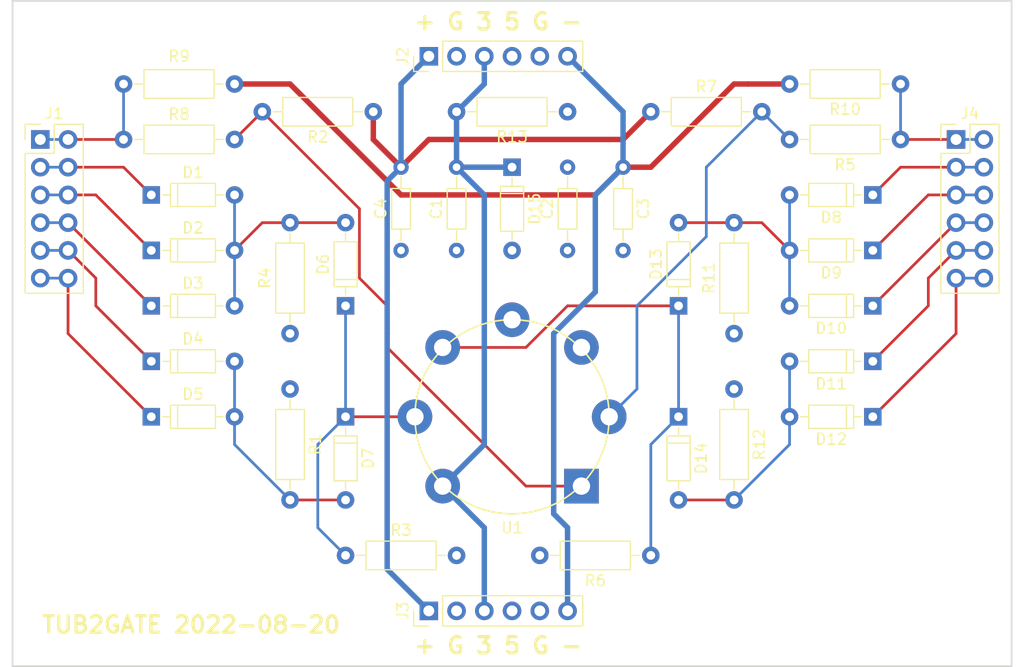
<source format=kicad_pcb>
(kicad_pcb (version 4) (host pcbnew 4.0.6)

  (general
    (links 82)
    (no_connects 0)
    (area -1.223333 -0.075001 92.663334 61.035001)
    (thickness 1.6)
    (drawings 7)
    (tracks 119)
    (zones 0)
    (modules 37)
    (nets 26)
  )

  (page A4)
  (layers
    (0 F.Cu signal)
    (1 In1.Cu power hide)
    (2 In2.Cu power hide)
    (31 B.Cu signal)
    (32 B.Adhes user)
    (33 F.Adhes user)
    (34 B.Paste user)
    (35 F.Paste user)
    (36 B.SilkS user)
    (37 F.SilkS user)
    (38 B.Mask user)
    (39 F.Mask user)
    (40 Dwgs.User user)
    (41 Cmts.User user)
    (42 Eco1.User user)
    (43 Eco2.User user)
    (44 Edge.Cuts user)
    (45 Margin user)
    (46 B.CrtYd user)
    (47 F.CrtYd user)
    (48 B.Fab user)
    (49 F.Fab user)
  )

  (setup
    (last_trace_width 0.25)
    (trace_clearance 0.2)
    (zone_clearance 0.508)
    (zone_45_only no)
    (trace_min 0.2)
    (segment_width 0.2)
    (edge_width 0.15)
    (via_size 0.6)
    (via_drill 0.4)
    (via_min_size 0.4)
    (via_min_drill 0.3)
    (uvia_size 0.3)
    (uvia_drill 0.1)
    (uvias_allowed no)
    (uvia_min_size 0)
    (uvia_min_drill 0)
    (pcb_text_width 0.3)
    (pcb_text_size 1.5 1.5)
    (mod_edge_width 0.15)
    (mod_text_size 1 1)
    (mod_text_width 0.15)
    (pad_size 1.524 1.524)
    (pad_drill 0.762)
    (pad_to_mask_clearance 0.2)
    (aux_axis_origin 0 0)
    (visible_elements FFFFFF7F)
    (pcbplotparams
      (layerselection 0x010f0_80000007)
      (usegerberextensions false)
      (excludeedgelayer true)
      (linewidth 0.100000)
      (plotframeref false)
      (viasonmask false)
      (mode 1)
      (useauxorigin false)
      (hpglpennumber 1)
      (hpglpenspeed 20)
      (hpglpendiameter 15)
      (hpglpenoverlay 2)
      (psnegative false)
      (psa4output false)
      (plotreference true)
      (plotvalue true)
      (plotinvisibletext false)
      (padsonsilk false)
      (subtractmaskfromsilk false)
      (outputformat 1)
      (mirror false)
      (drillshape 0)
      (scaleselection 1)
      (outputdirectory gerber/))
  )

  (net 0 "")
  (net 1 /+)
  (net 2 /-)
  (net 3 "Net-(D1-Pad2)")
  (net 4 "Net-(D4-Pad2)")
  (net 5 GND)
  (net 6 /3)
  (net 7 /5)
  (net 8 "Net-(D6-Pad1)")
  (net 9 "Net-(D10-Pad2)")
  (net 10 "Net-(D11-Pad2)")
  (net 11 "Net-(D13-Pad1)")
  (net 12 "Net-(R2-Pad2)")
  (net 13 "Net-(R5-Pad2)")
  (net 14 /Xa)
  (net 15 /Ya)
  (net 16 /Za)
  (net 17 /Ka)
  (net 18 /La)
  (net 19 /Xb)
  (net 20 /Yb)
  (net 21 /Zb)
  (net 22 /Kb)
  (net 23 /Lb)
  (net 24 /Qa)
  (net 25 /Qb)

  (net_class Default "This is the default net class."
    (clearance 0.2)
    (trace_width 0.25)
    (via_dia 0.6)
    (via_drill 0.4)
    (uvia_dia 0.3)
    (uvia_drill 0.1)
    (add_net /Ka)
    (add_net /Kb)
    (add_net /La)
    (add_net /Lb)
    (add_net /Qa)
    (add_net /Qb)
    (add_net /Xa)
    (add_net /Xb)
    (add_net /Ya)
    (add_net /Yb)
    (add_net /Za)
    (add_net /Zb)
    (add_net "Net-(D1-Pad2)")
    (add_net "Net-(D10-Pad2)")
    (add_net "Net-(D11-Pad2)")
    (add_net "Net-(D13-Pad1)")
    (add_net "Net-(D4-Pad2)")
    (add_net "Net-(D6-Pad1)")
    (add_net "Net-(R2-Pad2)")
    (add_net "Net-(R5-Pad2)")
  )

  (net_class POWER ""
    (clearance 0.2)
    (trace_width 0.5)
    (via_dia 0.6)
    (via_drill 0.4)
    (uvia_dia 0.3)
    (uvia_drill 0.1)
    (add_net /+)
    (add_net /-)
    (add_net /3)
    (add_net /5)
    (add_net GND)
  )

  (module Resistors_THT:R_Axial_DIN0204_L3.6mm_D1.6mm_P7.62mm_Horizontal (layer F.Cu) (tedit 5874F706) (tstamp 62E8409B)
    (at 40.64 22.86 90)
    (descr "Resistor, Axial_DIN0204 series, Axial, Horizontal, pin pitch=7.62mm, 0.16666666666666666W = 1/6W, length*diameter=3.6*1.6mm^2, http://cdn-reichelt.de/documents/datenblatt/B400/1_4W%23YAG.pdf")
    (tags "Resistor Axial_DIN0204 series Axial Horizontal pin pitch 7.62mm 0.16666666666666666W = 1/6W length 3.6mm diameter 1.6mm")
    (path /62E83449)
    (fp_text reference C1 (at 3.81 -1.86 90) (layer F.SilkS)
      (effects (font (size 1 1) (thickness 0.15)))
    )
    (fp_text value 0.1u (at 3.81 1.86 90) (layer F.Fab)
      (effects (font (size 1 1) (thickness 0.15)))
    )
    (fp_line (start 2.01 -0.8) (end 2.01 0.8) (layer F.Fab) (width 0.1))
    (fp_line (start 2.01 0.8) (end 5.61 0.8) (layer F.Fab) (width 0.1))
    (fp_line (start 5.61 0.8) (end 5.61 -0.8) (layer F.Fab) (width 0.1))
    (fp_line (start 5.61 -0.8) (end 2.01 -0.8) (layer F.Fab) (width 0.1))
    (fp_line (start 0 0) (end 2.01 0) (layer F.Fab) (width 0.1))
    (fp_line (start 7.62 0) (end 5.61 0) (layer F.Fab) (width 0.1))
    (fp_line (start 1.95 -0.86) (end 1.95 0.86) (layer F.SilkS) (width 0.12))
    (fp_line (start 1.95 0.86) (end 5.67 0.86) (layer F.SilkS) (width 0.12))
    (fp_line (start 5.67 0.86) (end 5.67 -0.86) (layer F.SilkS) (width 0.12))
    (fp_line (start 5.67 -0.86) (end 1.95 -0.86) (layer F.SilkS) (width 0.12))
    (fp_line (start 0.88 0) (end 1.95 0) (layer F.SilkS) (width 0.12))
    (fp_line (start 6.74 0) (end 5.67 0) (layer F.SilkS) (width 0.12))
    (fp_line (start -0.95 -1.15) (end -0.95 1.15) (layer F.CrtYd) (width 0.05))
    (fp_line (start -0.95 1.15) (end 8.6 1.15) (layer F.CrtYd) (width 0.05))
    (fp_line (start 8.6 1.15) (end 8.6 -1.15) (layer F.CrtYd) (width 0.05))
    (fp_line (start 8.6 -1.15) (end -0.95 -1.15) (layer F.CrtYd) (width 0.05))
    (pad 1 thru_hole circle (at 0 0 90) (size 1.4 1.4) (drill 0.7) (layers *.Cu *.Mask)
      (net 5 GND))
    (pad 2 thru_hole oval (at 7.62 0 90) (size 1.4 1.4) (drill 0.7) (layers *.Cu *.Mask)
      (net 6 /3))
    (model Resistors_THT.3dshapes/R_Axial_DIN0204_L3.6mm_D1.6mm_P7.62mm_Horizontal.wrl
      (at (xyz 0 0 0))
      (scale (xyz 0.393701 0.393701 0.393701))
      (rotate (xyz 0 0 0))
    )
  )

  (module Resistors_THT:R_Axial_DIN0204_L3.6mm_D1.6mm_P7.62mm_Horizontal (layer F.Cu) (tedit 5874F706) (tstamp 62E840B1)
    (at 50.8 22.86 90)
    (descr "Resistor, Axial_DIN0204 series, Axial, Horizontal, pin pitch=7.62mm, 0.16666666666666666W = 1/6W, length*diameter=3.6*1.6mm^2, http://cdn-reichelt.de/documents/datenblatt/B400/1_4W%23YAG.pdf")
    (tags "Resistor Axial_DIN0204 series Axial Horizontal pin pitch 7.62mm 0.16666666666666666W = 1/6W length 3.6mm diameter 1.6mm")
    (path /62E833E6)
    (fp_text reference C2 (at 3.81 -1.86 90) (layer F.SilkS)
      (effects (font (size 1 1) (thickness 0.15)))
    )
    (fp_text value 0.1u (at 3.81 1.86 90) (layer F.Fab)
      (effects (font (size 1 1) (thickness 0.15)))
    )
    (fp_line (start 2.01 -0.8) (end 2.01 0.8) (layer F.Fab) (width 0.1))
    (fp_line (start 2.01 0.8) (end 5.61 0.8) (layer F.Fab) (width 0.1))
    (fp_line (start 5.61 0.8) (end 5.61 -0.8) (layer F.Fab) (width 0.1))
    (fp_line (start 5.61 -0.8) (end 2.01 -0.8) (layer F.Fab) (width 0.1))
    (fp_line (start 0 0) (end 2.01 0) (layer F.Fab) (width 0.1))
    (fp_line (start 7.62 0) (end 5.61 0) (layer F.Fab) (width 0.1))
    (fp_line (start 1.95 -0.86) (end 1.95 0.86) (layer F.SilkS) (width 0.12))
    (fp_line (start 1.95 0.86) (end 5.67 0.86) (layer F.SilkS) (width 0.12))
    (fp_line (start 5.67 0.86) (end 5.67 -0.86) (layer F.SilkS) (width 0.12))
    (fp_line (start 5.67 -0.86) (end 1.95 -0.86) (layer F.SilkS) (width 0.12))
    (fp_line (start 0.88 0) (end 1.95 0) (layer F.SilkS) (width 0.12))
    (fp_line (start 6.74 0) (end 5.67 0) (layer F.SilkS) (width 0.12))
    (fp_line (start -0.95 -1.15) (end -0.95 1.15) (layer F.CrtYd) (width 0.05))
    (fp_line (start -0.95 1.15) (end 8.6 1.15) (layer F.CrtYd) (width 0.05))
    (fp_line (start 8.6 1.15) (end 8.6 -1.15) (layer F.CrtYd) (width 0.05))
    (fp_line (start 8.6 -1.15) (end -0.95 -1.15) (layer F.CrtYd) (width 0.05))
    (pad 1 thru_hole circle (at 0 0 90) (size 1.4 1.4) (drill 0.7) (layers *.Cu *.Mask)
      (net 5 GND))
    (pad 2 thru_hole oval (at 7.62 0 90) (size 1.4 1.4) (drill 0.7) (layers *.Cu *.Mask)
      (net 7 /5))
    (model Resistors_THT.3dshapes/R_Axial_DIN0204_L3.6mm_D1.6mm_P7.62mm_Horizontal.wrl
      (at (xyz 0 0 0))
      (scale (xyz 0.393701 0.393701 0.393701))
      (rotate (xyz 0 0 0))
    )
  )

  (module Diodes_THT:D_DO-35_SOD27_P7.62mm_Horizontal (layer F.Cu) (tedit 5877C982) (tstamp 62E840C9)
    (at 12.7 17.78)
    (descr "D, DO-35_SOD27 series, Axial, Horizontal, pin pitch=7.62mm, , length*diameter=4*2mm^2, , http://www.diodes.com/_files/packages/DO-35.pdf")
    (tags "D DO-35_SOD27 series Axial Horizontal pin pitch 7.62mm  length 4mm diameter 2mm")
    (path /62BDFDAB)
    (fp_text reference D1 (at 3.81 -2.06) (layer F.SilkS)
      (effects (font (size 1 1) (thickness 0.15)))
    )
    (fp_text value 1N4148 (at 3.81 2.06) (layer F.Fab)
      (effects (font (size 1 1) (thickness 0.15)))
    )
    (fp_line (start 1.81 -1) (end 1.81 1) (layer F.Fab) (width 0.1))
    (fp_line (start 1.81 1) (end 5.81 1) (layer F.Fab) (width 0.1))
    (fp_line (start 5.81 1) (end 5.81 -1) (layer F.Fab) (width 0.1))
    (fp_line (start 5.81 -1) (end 1.81 -1) (layer F.Fab) (width 0.1))
    (fp_line (start 0 0) (end 1.81 0) (layer F.Fab) (width 0.1))
    (fp_line (start 7.62 0) (end 5.81 0) (layer F.Fab) (width 0.1))
    (fp_line (start 2.41 -1) (end 2.41 1) (layer F.Fab) (width 0.1))
    (fp_line (start 1.75 -1.06) (end 1.75 1.06) (layer F.SilkS) (width 0.12))
    (fp_line (start 1.75 1.06) (end 5.87 1.06) (layer F.SilkS) (width 0.12))
    (fp_line (start 5.87 1.06) (end 5.87 -1.06) (layer F.SilkS) (width 0.12))
    (fp_line (start 5.87 -1.06) (end 1.75 -1.06) (layer F.SilkS) (width 0.12))
    (fp_line (start 0.98 0) (end 1.75 0) (layer F.SilkS) (width 0.12))
    (fp_line (start 6.64 0) (end 5.87 0) (layer F.SilkS) (width 0.12))
    (fp_line (start 2.41 -1.06) (end 2.41 1.06) (layer F.SilkS) (width 0.12))
    (fp_line (start -1.05 -1.35) (end -1.05 1.35) (layer F.CrtYd) (width 0.05))
    (fp_line (start -1.05 1.35) (end 8.7 1.35) (layer F.CrtYd) (width 0.05))
    (fp_line (start 8.7 1.35) (end 8.7 -1.35) (layer F.CrtYd) (width 0.05))
    (fp_line (start 8.7 -1.35) (end -1.05 -1.35) (layer F.CrtYd) (width 0.05))
    (pad 1 thru_hole rect (at 0 0) (size 1.6 1.6) (drill 0.8) (layers *.Cu *.Mask)
      (net 14 /Xa))
    (pad 2 thru_hole oval (at 7.62 0) (size 1.6 1.6) (drill 0.8) (layers *.Cu *.Mask)
      (net 3 "Net-(D1-Pad2)"))
    (model Diodes_THT.3dshapes/D_DO-35_SOD27_P7.62mm_Horizontal.wrl
      (at (xyz 0 0 0))
      (scale (xyz 0.393701 0.393701 0.393701))
      (rotate (xyz 0 0 0))
    )
  )

  (module Diodes_THT:D_DO-35_SOD27_P7.62mm_Horizontal (layer F.Cu) (tedit 5877C982) (tstamp 62E840E1)
    (at 12.7 22.86)
    (descr "D, DO-35_SOD27 series, Axial, Horizontal, pin pitch=7.62mm, , length*diameter=4*2mm^2, , http://www.diodes.com/_files/packages/DO-35.pdf")
    (tags "D DO-35_SOD27 series Axial Horizontal pin pitch 7.62mm  length 4mm diameter 2mm")
    (path /62BDFDB1)
    (fp_text reference D2 (at 3.81 -2.06) (layer F.SilkS)
      (effects (font (size 1 1) (thickness 0.15)))
    )
    (fp_text value 1N4148 (at 3.81 2.06) (layer F.Fab)
      (effects (font (size 1 1) (thickness 0.15)))
    )
    (fp_line (start 1.81 -1) (end 1.81 1) (layer F.Fab) (width 0.1))
    (fp_line (start 1.81 1) (end 5.81 1) (layer F.Fab) (width 0.1))
    (fp_line (start 5.81 1) (end 5.81 -1) (layer F.Fab) (width 0.1))
    (fp_line (start 5.81 -1) (end 1.81 -1) (layer F.Fab) (width 0.1))
    (fp_line (start 0 0) (end 1.81 0) (layer F.Fab) (width 0.1))
    (fp_line (start 7.62 0) (end 5.81 0) (layer F.Fab) (width 0.1))
    (fp_line (start 2.41 -1) (end 2.41 1) (layer F.Fab) (width 0.1))
    (fp_line (start 1.75 -1.06) (end 1.75 1.06) (layer F.SilkS) (width 0.12))
    (fp_line (start 1.75 1.06) (end 5.87 1.06) (layer F.SilkS) (width 0.12))
    (fp_line (start 5.87 1.06) (end 5.87 -1.06) (layer F.SilkS) (width 0.12))
    (fp_line (start 5.87 -1.06) (end 1.75 -1.06) (layer F.SilkS) (width 0.12))
    (fp_line (start 0.98 0) (end 1.75 0) (layer F.SilkS) (width 0.12))
    (fp_line (start 6.64 0) (end 5.87 0) (layer F.SilkS) (width 0.12))
    (fp_line (start 2.41 -1.06) (end 2.41 1.06) (layer F.SilkS) (width 0.12))
    (fp_line (start -1.05 -1.35) (end -1.05 1.35) (layer F.CrtYd) (width 0.05))
    (fp_line (start -1.05 1.35) (end 8.7 1.35) (layer F.CrtYd) (width 0.05))
    (fp_line (start 8.7 1.35) (end 8.7 -1.35) (layer F.CrtYd) (width 0.05))
    (fp_line (start 8.7 -1.35) (end -1.05 -1.35) (layer F.CrtYd) (width 0.05))
    (pad 1 thru_hole rect (at 0 0) (size 1.6 1.6) (drill 0.8) (layers *.Cu *.Mask)
      (net 15 /Ya))
    (pad 2 thru_hole oval (at 7.62 0) (size 1.6 1.6) (drill 0.8) (layers *.Cu *.Mask)
      (net 3 "Net-(D1-Pad2)"))
    (model Diodes_THT.3dshapes/D_DO-35_SOD27_P7.62mm_Horizontal.wrl
      (at (xyz 0 0 0))
      (scale (xyz 0.393701 0.393701 0.393701))
      (rotate (xyz 0 0 0))
    )
  )

  (module Diodes_THT:D_DO-35_SOD27_P7.62mm_Horizontal (layer F.Cu) (tedit 5877C982) (tstamp 62E840F9)
    (at 12.7 27.94)
    (descr "D, DO-35_SOD27 series, Axial, Horizontal, pin pitch=7.62mm, , length*diameter=4*2mm^2, , http://www.diodes.com/_files/packages/DO-35.pdf")
    (tags "D DO-35_SOD27 series Axial Horizontal pin pitch 7.62mm  length 4mm diameter 2mm")
    (path /62BDFDB7)
    (fp_text reference D3 (at 3.81 -2.06) (layer F.SilkS)
      (effects (font (size 1 1) (thickness 0.15)))
    )
    (fp_text value 1N4148 (at 3.81 2.06) (layer F.Fab)
      (effects (font (size 1 1) (thickness 0.15)))
    )
    (fp_line (start 1.81 -1) (end 1.81 1) (layer F.Fab) (width 0.1))
    (fp_line (start 1.81 1) (end 5.81 1) (layer F.Fab) (width 0.1))
    (fp_line (start 5.81 1) (end 5.81 -1) (layer F.Fab) (width 0.1))
    (fp_line (start 5.81 -1) (end 1.81 -1) (layer F.Fab) (width 0.1))
    (fp_line (start 0 0) (end 1.81 0) (layer F.Fab) (width 0.1))
    (fp_line (start 7.62 0) (end 5.81 0) (layer F.Fab) (width 0.1))
    (fp_line (start 2.41 -1) (end 2.41 1) (layer F.Fab) (width 0.1))
    (fp_line (start 1.75 -1.06) (end 1.75 1.06) (layer F.SilkS) (width 0.12))
    (fp_line (start 1.75 1.06) (end 5.87 1.06) (layer F.SilkS) (width 0.12))
    (fp_line (start 5.87 1.06) (end 5.87 -1.06) (layer F.SilkS) (width 0.12))
    (fp_line (start 5.87 -1.06) (end 1.75 -1.06) (layer F.SilkS) (width 0.12))
    (fp_line (start 0.98 0) (end 1.75 0) (layer F.SilkS) (width 0.12))
    (fp_line (start 6.64 0) (end 5.87 0) (layer F.SilkS) (width 0.12))
    (fp_line (start 2.41 -1.06) (end 2.41 1.06) (layer F.SilkS) (width 0.12))
    (fp_line (start -1.05 -1.35) (end -1.05 1.35) (layer F.CrtYd) (width 0.05))
    (fp_line (start -1.05 1.35) (end 8.7 1.35) (layer F.CrtYd) (width 0.05))
    (fp_line (start 8.7 1.35) (end 8.7 -1.35) (layer F.CrtYd) (width 0.05))
    (fp_line (start 8.7 -1.35) (end -1.05 -1.35) (layer F.CrtYd) (width 0.05))
    (pad 1 thru_hole rect (at 0 0) (size 1.6 1.6) (drill 0.8) (layers *.Cu *.Mask)
      (net 16 /Za))
    (pad 2 thru_hole oval (at 7.62 0) (size 1.6 1.6) (drill 0.8) (layers *.Cu *.Mask)
      (net 3 "Net-(D1-Pad2)"))
    (model Diodes_THT.3dshapes/D_DO-35_SOD27_P7.62mm_Horizontal.wrl
      (at (xyz 0 0 0))
      (scale (xyz 0.393701 0.393701 0.393701))
      (rotate (xyz 0 0 0))
    )
  )

  (module Diodes_THT:D_DO-35_SOD27_P7.62mm_Horizontal (layer F.Cu) (tedit 5877C982) (tstamp 62E84111)
    (at 12.7 33.02)
    (descr "D, DO-35_SOD27 series, Axial, Horizontal, pin pitch=7.62mm, , length*diameter=4*2mm^2, , http://www.diodes.com/_files/packages/DO-35.pdf")
    (tags "D DO-35_SOD27 series Axial Horizontal pin pitch 7.62mm  length 4mm diameter 2mm")
    (path /62F32125)
    (fp_text reference D4 (at 3.81 -2.06) (layer F.SilkS)
      (effects (font (size 1 1) (thickness 0.15)))
    )
    (fp_text value 1N4148 (at 3.81 2.06) (layer F.Fab)
      (effects (font (size 1 1) (thickness 0.15)))
    )
    (fp_line (start 1.81 -1) (end 1.81 1) (layer F.Fab) (width 0.1))
    (fp_line (start 1.81 1) (end 5.81 1) (layer F.Fab) (width 0.1))
    (fp_line (start 5.81 1) (end 5.81 -1) (layer F.Fab) (width 0.1))
    (fp_line (start 5.81 -1) (end 1.81 -1) (layer F.Fab) (width 0.1))
    (fp_line (start 0 0) (end 1.81 0) (layer F.Fab) (width 0.1))
    (fp_line (start 7.62 0) (end 5.81 0) (layer F.Fab) (width 0.1))
    (fp_line (start 2.41 -1) (end 2.41 1) (layer F.Fab) (width 0.1))
    (fp_line (start 1.75 -1.06) (end 1.75 1.06) (layer F.SilkS) (width 0.12))
    (fp_line (start 1.75 1.06) (end 5.87 1.06) (layer F.SilkS) (width 0.12))
    (fp_line (start 5.87 1.06) (end 5.87 -1.06) (layer F.SilkS) (width 0.12))
    (fp_line (start 5.87 -1.06) (end 1.75 -1.06) (layer F.SilkS) (width 0.12))
    (fp_line (start 0.98 0) (end 1.75 0) (layer F.SilkS) (width 0.12))
    (fp_line (start 6.64 0) (end 5.87 0) (layer F.SilkS) (width 0.12))
    (fp_line (start 2.41 -1.06) (end 2.41 1.06) (layer F.SilkS) (width 0.12))
    (fp_line (start -1.05 -1.35) (end -1.05 1.35) (layer F.CrtYd) (width 0.05))
    (fp_line (start -1.05 1.35) (end 8.7 1.35) (layer F.CrtYd) (width 0.05))
    (fp_line (start 8.7 1.35) (end 8.7 -1.35) (layer F.CrtYd) (width 0.05))
    (fp_line (start 8.7 -1.35) (end -1.05 -1.35) (layer F.CrtYd) (width 0.05))
    (pad 1 thru_hole rect (at 0 0) (size 1.6 1.6) (drill 0.8) (layers *.Cu *.Mask)
      (net 17 /Ka))
    (pad 2 thru_hole oval (at 7.62 0) (size 1.6 1.6) (drill 0.8) (layers *.Cu *.Mask)
      (net 4 "Net-(D4-Pad2)"))
    (model Diodes_THT.3dshapes/D_DO-35_SOD27_P7.62mm_Horizontal.wrl
      (at (xyz 0 0 0))
      (scale (xyz 0.393701 0.393701 0.393701))
      (rotate (xyz 0 0 0))
    )
  )

  (module Diodes_THT:D_DO-35_SOD27_P7.62mm_Horizontal (layer F.Cu) (tedit 5877C982) (tstamp 62E84129)
    (at 12.7 38.1)
    (descr "D, DO-35_SOD27 series, Axial, Horizontal, pin pitch=7.62mm, , length*diameter=4*2mm^2, , http://www.diodes.com/_files/packages/DO-35.pdf")
    (tags "D DO-35_SOD27 series Axial Horizontal pin pitch 7.62mm  length 4mm diameter 2mm")
    (path /62F3212B)
    (fp_text reference D5 (at 3.81 -2.06) (layer F.SilkS)
      (effects (font (size 1 1) (thickness 0.15)))
    )
    (fp_text value 1N4148 (at 3.81 2.06) (layer F.Fab)
      (effects (font (size 1 1) (thickness 0.15)))
    )
    (fp_line (start 1.81 -1) (end 1.81 1) (layer F.Fab) (width 0.1))
    (fp_line (start 1.81 1) (end 5.81 1) (layer F.Fab) (width 0.1))
    (fp_line (start 5.81 1) (end 5.81 -1) (layer F.Fab) (width 0.1))
    (fp_line (start 5.81 -1) (end 1.81 -1) (layer F.Fab) (width 0.1))
    (fp_line (start 0 0) (end 1.81 0) (layer F.Fab) (width 0.1))
    (fp_line (start 7.62 0) (end 5.81 0) (layer F.Fab) (width 0.1))
    (fp_line (start 2.41 -1) (end 2.41 1) (layer F.Fab) (width 0.1))
    (fp_line (start 1.75 -1.06) (end 1.75 1.06) (layer F.SilkS) (width 0.12))
    (fp_line (start 1.75 1.06) (end 5.87 1.06) (layer F.SilkS) (width 0.12))
    (fp_line (start 5.87 1.06) (end 5.87 -1.06) (layer F.SilkS) (width 0.12))
    (fp_line (start 5.87 -1.06) (end 1.75 -1.06) (layer F.SilkS) (width 0.12))
    (fp_line (start 0.98 0) (end 1.75 0) (layer F.SilkS) (width 0.12))
    (fp_line (start 6.64 0) (end 5.87 0) (layer F.SilkS) (width 0.12))
    (fp_line (start 2.41 -1.06) (end 2.41 1.06) (layer F.SilkS) (width 0.12))
    (fp_line (start -1.05 -1.35) (end -1.05 1.35) (layer F.CrtYd) (width 0.05))
    (fp_line (start -1.05 1.35) (end 8.7 1.35) (layer F.CrtYd) (width 0.05))
    (fp_line (start 8.7 1.35) (end 8.7 -1.35) (layer F.CrtYd) (width 0.05))
    (fp_line (start 8.7 -1.35) (end -1.05 -1.35) (layer F.CrtYd) (width 0.05))
    (pad 1 thru_hole rect (at 0 0) (size 1.6 1.6) (drill 0.8) (layers *.Cu *.Mask)
      (net 18 /La))
    (pad 2 thru_hole oval (at 7.62 0) (size 1.6 1.6) (drill 0.8) (layers *.Cu *.Mask)
      (net 4 "Net-(D4-Pad2)"))
    (model Diodes_THT.3dshapes/D_DO-35_SOD27_P7.62mm_Horizontal.wrl
      (at (xyz 0 0 0))
      (scale (xyz 0.393701 0.393701 0.393701))
      (rotate (xyz 0 0 0))
    )
  )

  (module Diodes_THT:D_DO-35_SOD27_P7.62mm_Horizontal (layer F.Cu) (tedit 5877C982) (tstamp 62E84141)
    (at 30.48 27.94 90)
    (descr "D, DO-35_SOD27 series, Axial, Horizontal, pin pitch=7.62mm, , length*diameter=4*2mm^2, , http://www.diodes.com/_files/packages/DO-35.pdf")
    (tags "D DO-35_SOD27 series Axial Horizontal pin pitch 7.62mm  length 4mm diameter 2mm")
    (path /62F322D8)
    (fp_text reference D6 (at 3.81 -2.06 90) (layer F.SilkS)
      (effects (font (size 1 1) (thickness 0.15)))
    )
    (fp_text value 1N4148 (at 3.81 2.06 90) (layer F.Fab)
      (effects (font (size 1 1) (thickness 0.15)))
    )
    (fp_line (start 1.81 -1) (end 1.81 1) (layer F.Fab) (width 0.1))
    (fp_line (start 1.81 1) (end 5.81 1) (layer F.Fab) (width 0.1))
    (fp_line (start 5.81 1) (end 5.81 -1) (layer F.Fab) (width 0.1))
    (fp_line (start 5.81 -1) (end 1.81 -1) (layer F.Fab) (width 0.1))
    (fp_line (start 0 0) (end 1.81 0) (layer F.Fab) (width 0.1))
    (fp_line (start 7.62 0) (end 5.81 0) (layer F.Fab) (width 0.1))
    (fp_line (start 2.41 -1) (end 2.41 1) (layer F.Fab) (width 0.1))
    (fp_line (start 1.75 -1.06) (end 1.75 1.06) (layer F.SilkS) (width 0.12))
    (fp_line (start 1.75 1.06) (end 5.87 1.06) (layer F.SilkS) (width 0.12))
    (fp_line (start 5.87 1.06) (end 5.87 -1.06) (layer F.SilkS) (width 0.12))
    (fp_line (start 5.87 -1.06) (end 1.75 -1.06) (layer F.SilkS) (width 0.12))
    (fp_line (start 0.98 0) (end 1.75 0) (layer F.SilkS) (width 0.12))
    (fp_line (start 6.64 0) (end 5.87 0) (layer F.SilkS) (width 0.12))
    (fp_line (start 2.41 -1.06) (end 2.41 1.06) (layer F.SilkS) (width 0.12))
    (fp_line (start -1.05 -1.35) (end -1.05 1.35) (layer F.CrtYd) (width 0.05))
    (fp_line (start -1.05 1.35) (end 8.7 1.35) (layer F.CrtYd) (width 0.05))
    (fp_line (start 8.7 1.35) (end 8.7 -1.35) (layer F.CrtYd) (width 0.05))
    (fp_line (start 8.7 -1.35) (end -1.05 -1.35) (layer F.CrtYd) (width 0.05))
    (pad 1 thru_hole rect (at 0 0 90) (size 1.6 1.6) (drill 0.8) (layers *.Cu *.Mask)
      (net 8 "Net-(D6-Pad1)"))
    (pad 2 thru_hole oval (at 7.62 0 90) (size 1.6 1.6) (drill 0.8) (layers *.Cu *.Mask)
      (net 3 "Net-(D1-Pad2)"))
    (model Diodes_THT.3dshapes/D_DO-35_SOD27_P7.62mm_Horizontal.wrl
      (at (xyz 0 0 0))
      (scale (xyz 0.393701 0.393701 0.393701))
      (rotate (xyz 0 0 0))
    )
  )

  (module Pin_Headers:Pin_Header_Straight_1x06_Pitch2.54mm (layer F.Cu) (tedit 5862ED52) (tstamp 62E84171)
    (at 38.1 5.08 90)
    (descr "Through hole straight pin header, 1x06, 2.54mm pitch, single row")
    (tags "Through hole pin header THT 1x06 2.54mm single row")
    (path /62E82302)
    (fp_text reference J2 (at 0 -2.39 90) (layer F.SilkS)
      (effects (font (size 1 1) (thickness 0.15)))
    )
    (fp_text value CONN_01X06 (at 0 15.09 90) (layer F.Fab)
      (effects (font (size 1 1) (thickness 0.15)))
    )
    (fp_line (start -1.27 -1.27) (end -1.27 13.97) (layer F.Fab) (width 0.1))
    (fp_line (start -1.27 13.97) (end 1.27 13.97) (layer F.Fab) (width 0.1))
    (fp_line (start 1.27 13.97) (end 1.27 -1.27) (layer F.Fab) (width 0.1))
    (fp_line (start 1.27 -1.27) (end -1.27 -1.27) (layer F.Fab) (width 0.1))
    (fp_line (start -1.39 1.27) (end -1.39 14.09) (layer F.SilkS) (width 0.12))
    (fp_line (start -1.39 14.09) (end 1.39 14.09) (layer F.SilkS) (width 0.12))
    (fp_line (start 1.39 14.09) (end 1.39 1.27) (layer F.SilkS) (width 0.12))
    (fp_line (start 1.39 1.27) (end -1.39 1.27) (layer F.SilkS) (width 0.12))
    (fp_line (start -1.39 0) (end -1.39 -1.39) (layer F.SilkS) (width 0.12))
    (fp_line (start -1.39 -1.39) (end 0 -1.39) (layer F.SilkS) (width 0.12))
    (fp_line (start -1.6 -1.6) (end -1.6 14.3) (layer F.CrtYd) (width 0.05))
    (fp_line (start -1.6 14.3) (end 1.6 14.3) (layer F.CrtYd) (width 0.05))
    (fp_line (start 1.6 14.3) (end 1.6 -1.6) (layer F.CrtYd) (width 0.05))
    (fp_line (start 1.6 -1.6) (end -1.6 -1.6) (layer F.CrtYd) (width 0.05))
    (pad 1 thru_hole rect (at 0 0 90) (size 1.7 1.7) (drill 1) (layers *.Cu *.Mask)
      (net 1 /+))
    (pad 2 thru_hole oval (at 0 2.54 90) (size 1.7 1.7) (drill 1) (layers *.Cu *.Mask)
      (net 5 GND))
    (pad 3 thru_hole oval (at 0 5.08 90) (size 1.7 1.7) (drill 1) (layers *.Cu *.Mask)
      (net 6 /3))
    (pad 4 thru_hole oval (at 0 7.62 90) (size 1.7 1.7) (drill 1) (layers *.Cu *.Mask)
      (net 7 /5))
    (pad 5 thru_hole oval (at 0 10.16 90) (size 1.7 1.7) (drill 1) (layers *.Cu *.Mask)
      (net 5 GND))
    (pad 6 thru_hole oval (at 0 12.7 90) (size 1.7 1.7) (drill 1) (layers *.Cu *.Mask)
      (net 2 /-))
    (model Pin_Headers.3dshapes/Pin_Header_Straight_1x06_Pitch2.54mm.wrl
      (at (xyz 0 -0.25 0))
      (scale (xyz 1 1 1))
      (rotate (xyz 0 0 90))
    )
  )

  (module Pin_Headers:Pin_Header_Straight_1x06_Pitch2.54mm (layer F.Cu) (tedit 5862ED52) (tstamp 62E84189)
    (at 38.1 55.88 90)
    (descr "Through hole straight pin header, 1x06, 2.54mm pitch, single row")
    (tags "Through hole pin header THT 1x06 2.54mm single row")
    (path /62E8259A)
    (fp_text reference J3 (at 0 -2.39 90) (layer F.SilkS)
      (effects (font (size 1 1) (thickness 0.15)))
    )
    (fp_text value CONN_01X06 (at 0 15.09 90) (layer F.Fab)
      (effects (font (size 1 1) (thickness 0.15)))
    )
    (fp_line (start -1.27 -1.27) (end -1.27 13.97) (layer F.Fab) (width 0.1))
    (fp_line (start -1.27 13.97) (end 1.27 13.97) (layer F.Fab) (width 0.1))
    (fp_line (start 1.27 13.97) (end 1.27 -1.27) (layer F.Fab) (width 0.1))
    (fp_line (start 1.27 -1.27) (end -1.27 -1.27) (layer F.Fab) (width 0.1))
    (fp_line (start -1.39 1.27) (end -1.39 14.09) (layer F.SilkS) (width 0.12))
    (fp_line (start -1.39 14.09) (end 1.39 14.09) (layer F.SilkS) (width 0.12))
    (fp_line (start 1.39 14.09) (end 1.39 1.27) (layer F.SilkS) (width 0.12))
    (fp_line (start 1.39 1.27) (end -1.39 1.27) (layer F.SilkS) (width 0.12))
    (fp_line (start -1.39 0) (end -1.39 -1.39) (layer F.SilkS) (width 0.12))
    (fp_line (start -1.39 -1.39) (end 0 -1.39) (layer F.SilkS) (width 0.12))
    (fp_line (start -1.6 -1.6) (end -1.6 14.3) (layer F.CrtYd) (width 0.05))
    (fp_line (start -1.6 14.3) (end 1.6 14.3) (layer F.CrtYd) (width 0.05))
    (fp_line (start 1.6 14.3) (end 1.6 -1.6) (layer F.CrtYd) (width 0.05))
    (fp_line (start 1.6 -1.6) (end -1.6 -1.6) (layer F.CrtYd) (width 0.05))
    (pad 1 thru_hole rect (at 0 0 90) (size 1.7 1.7) (drill 1) (layers *.Cu *.Mask)
      (net 1 /+))
    (pad 2 thru_hole oval (at 0 2.54 90) (size 1.7 1.7) (drill 1) (layers *.Cu *.Mask)
      (net 5 GND))
    (pad 3 thru_hole oval (at 0 5.08 90) (size 1.7 1.7) (drill 1) (layers *.Cu *.Mask)
      (net 6 /3))
    (pad 4 thru_hole oval (at 0 7.62 90) (size 1.7 1.7) (drill 1) (layers *.Cu *.Mask)
      (net 7 /5))
    (pad 5 thru_hole oval (at 0 10.16 90) (size 1.7 1.7) (drill 1) (layers *.Cu *.Mask)
      (net 5 GND))
    (pad 6 thru_hole oval (at 0 12.7 90) (size 1.7 1.7) (drill 1) (layers *.Cu *.Mask)
      (net 2 /-))
    (model Pin_Headers.3dshapes/Pin_Header_Straight_1x06_Pitch2.54mm.wrl
      (at (xyz 0 -0.25 0))
      (scale (xyz 1 1 1))
      (rotate (xyz 0 0 90))
    )
  )

  (module Resistors_THT:R_Axial_DIN0207_L6.3mm_D2.5mm_P10.16mm_Horizontal (layer F.Cu) (tedit 5874F706) (tstamp 62E841B7)
    (at 25.4 35.56 270)
    (descr "Resistor, Axial_DIN0207 series, Axial, Horizontal, pin pitch=10.16mm, 0.25W = 1/4W, length*diameter=6.3*2.5mm^2, http://cdn-reichelt.de/documents/datenblatt/B400/1_4W%23YAG.pdf")
    (tags "Resistor Axial_DIN0207 series Axial Horizontal pin pitch 10.16mm 0.25W = 1/4W length 6.3mm diameter 2.5mm")
    (path /62BDFD99)
    (fp_text reference R1 (at 5.08 -2.31 270) (layer F.SilkS)
      (effects (font (size 1 1) (thickness 0.15)))
    )
    (fp_text value 100K (at 5.08 2.31 270) (layer F.Fab)
      (effects (font (size 1 1) (thickness 0.15)))
    )
    (fp_line (start 1.93 -1.25) (end 1.93 1.25) (layer F.Fab) (width 0.1))
    (fp_line (start 1.93 1.25) (end 8.23 1.25) (layer F.Fab) (width 0.1))
    (fp_line (start 8.23 1.25) (end 8.23 -1.25) (layer F.Fab) (width 0.1))
    (fp_line (start 8.23 -1.25) (end 1.93 -1.25) (layer F.Fab) (width 0.1))
    (fp_line (start 0 0) (end 1.93 0) (layer F.Fab) (width 0.1))
    (fp_line (start 10.16 0) (end 8.23 0) (layer F.Fab) (width 0.1))
    (fp_line (start 1.87 -1.31) (end 1.87 1.31) (layer F.SilkS) (width 0.12))
    (fp_line (start 1.87 1.31) (end 8.29 1.31) (layer F.SilkS) (width 0.12))
    (fp_line (start 8.29 1.31) (end 8.29 -1.31) (layer F.SilkS) (width 0.12))
    (fp_line (start 8.29 -1.31) (end 1.87 -1.31) (layer F.SilkS) (width 0.12))
    (fp_line (start 0.98 0) (end 1.87 0) (layer F.SilkS) (width 0.12))
    (fp_line (start 9.18 0) (end 8.29 0) (layer F.SilkS) (width 0.12))
    (fp_line (start -1.05 -1.6) (end -1.05 1.6) (layer F.CrtYd) (width 0.05))
    (fp_line (start -1.05 1.6) (end 11.25 1.6) (layer F.CrtYd) (width 0.05))
    (fp_line (start 11.25 1.6) (end 11.25 -1.6) (layer F.CrtYd) (width 0.05))
    (fp_line (start 11.25 -1.6) (end -1.05 -1.6) (layer F.CrtYd) (width 0.05))
    (pad 1 thru_hole circle (at 0 0 270) (size 1.6 1.6) (drill 0.8) (layers *.Cu *.Mask)
      (net 7 /5))
    (pad 2 thru_hole oval (at 10.16 0 270) (size 1.6 1.6) (drill 0.8) (layers *.Cu *.Mask)
      (net 4 "Net-(D4-Pad2)"))
    (model Resistors_THT.3dshapes/R_Axial_DIN0207_L6.3mm_D2.5mm_P10.16mm_Horizontal.wrl
      (at (xyz 0 0 0))
      (scale (xyz 0.393701 0.393701 0.393701))
      (rotate (xyz 0 0 0))
    )
  )

  (module Resistors_THT:R_Axial_DIN0207_L6.3mm_D2.5mm_P10.16mm_Horizontal (layer F.Cu) (tedit 5874F706) (tstamp 62E841CD)
    (at 33.02 10.16 180)
    (descr "Resistor, Axial_DIN0207 series, Axial, Horizontal, pin pitch=10.16mm, 0.25W = 1/4W, length*diameter=6.3*2.5mm^2, http://cdn-reichelt.de/documents/datenblatt/B400/1_4W%23YAG.pdf")
    (tags "Resistor Axial_DIN0207 series Axial Horizontal pin pitch 10.16mm 0.25W = 1/4W length 6.3mm diameter 2.5mm")
    (path /62BDFD9F)
    (fp_text reference R2 (at 5.08 -2.31 180) (layer F.SilkS)
      (effects (font (size 1 1) (thickness 0.15)))
    )
    (fp_text value 26.7K (at 5.08 2.31 180) (layer F.Fab)
      (effects (font (size 1 1) (thickness 0.15)))
    )
    (fp_line (start 1.93 -1.25) (end 1.93 1.25) (layer F.Fab) (width 0.1))
    (fp_line (start 1.93 1.25) (end 8.23 1.25) (layer F.Fab) (width 0.1))
    (fp_line (start 8.23 1.25) (end 8.23 -1.25) (layer F.Fab) (width 0.1))
    (fp_line (start 8.23 -1.25) (end 1.93 -1.25) (layer F.Fab) (width 0.1))
    (fp_line (start 0 0) (end 1.93 0) (layer F.Fab) (width 0.1))
    (fp_line (start 10.16 0) (end 8.23 0) (layer F.Fab) (width 0.1))
    (fp_line (start 1.87 -1.31) (end 1.87 1.31) (layer F.SilkS) (width 0.12))
    (fp_line (start 1.87 1.31) (end 8.29 1.31) (layer F.SilkS) (width 0.12))
    (fp_line (start 8.29 1.31) (end 8.29 -1.31) (layer F.SilkS) (width 0.12))
    (fp_line (start 8.29 -1.31) (end 1.87 -1.31) (layer F.SilkS) (width 0.12))
    (fp_line (start 0.98 0) (end 1.87 0) (layer F.SilkS) (width 0.12))
    (fp_line (start 9.18 0) (end 8.29 0) (layer F.SilkS) (width 0.12))
    (fp_line (start -1.05 -1.6) (end -1.05 1.6) (layer F.CrtYd) (width 0.05))
    (fp_line (start -1.05 1.6) (end 11.25 1.6) (layer F.CrtYd) (width 0.05))
    (fp_line (start 11.25 1.6) (end 11.25 -1.6) (layer F.CrtYd) (width 0.05))
    (fp_line (start 11.25 -1.6) (end -1.05 -1.6) (layer F.CrtYd) (width 0.05))
    (pad 1 thru_hole circle (at 0 0 180) (size 1.6 1.6) (drill 0.8) (layers *.Cu *.Mask)
      (net 1 /+))
    (pad 2 thru_hole oval (at 10.16 0 180) (size 1.6 1.6) (drill 0.8) (layers *.Cu *.Mask)
      (net 12 "Net-(R2-Pad2)"))
    (model Resistors_THT.3dshapes/R_Axial_DIN0207_L6.3mm_D2.5mm_P10.16mm_Horizontal.wrl
      (at (xyz 0 0 0))
      (scale (xyz 0.393701 0.393701 0.393701))
      (rotate (xyz 0 0 0))
    )
  )

  (module Resistors_THT:R_Axial_DIN0207_L6.3mm_D2.5mm_P10.16mm_Horizontal (layer F.Cu) (tedit 5874F706) (tstamp 62E841E3)
    (at 30.48 50.8)
    (descr "Resistor, Axial_DIN0207 series, Axial, Horizontal, pin pitch=10.16mm, 0.25W = 1/4W, length*diameter=6.3*2.5mm^2, http://cdn-reichelt.de/documents/datenblatt/B400/1_4W%23YAG.pdf")
    (tags "Resistor Axial_DIN0207 series Axial Horizontal pin pitch 10.16mm 0.25W = 1/4W length 6.3mm diameter 2.5mm")
    (path /62BDFDA5)
    (fp_text reference R3 (at 5.08 -2.31) (layer F.SilkS)
      (effects (font (size 1 1) (thickness 0.15)))
    )
    (fp_text value 120K (at 5.08 2.31) (layer F.Fab)
      (effects (font (size 1 1) (thickness 0.15)))
    )
    (fp_line (start 1.93 -1.25) (end 1.93 1.25) (layer F.Fab) (width 0.1))
    (fp_line (start 1.93 1.25) (end 8.23 1.25) (layer F.Fab) (width 0.1))
    (fp_line (start 8.23 1.25) (end 8.23 -1.25) (layer F.Fab) (width 0.1))
    (fp_line (start 8.23 -1.25) (end 1.93 -1.25) (layer F.Fab) (width 0.1))
    (fp_line (start 0 0) (end 1.93 0) (layer F.Fab) (width 0.1))
    (fp_line (start 10.16 0) (end 8.23 0) (layer F.Fab) (width 0.1))
    (fp_line (start 1.87 -1.31) (end 1.87 1.31) (layer F.SilkS) (width 0.12))
    (fp_line (start 1.87 1.31) (end 8.29 1.31) (layer F.SilkS) (width 0.12))
    (fp_line (start 8.29 1.31) (end 8.29 -1.31) (layer F.SilkS) (width 0.12))
    (fp_line (start 8.29 -1.31) (end 1.87 -1.31) (layer F.SilkS) (width 0.12))
    (fp_line (start 0.98 0) (end 1.87 0) (layer F.SilkS) (width 0.12))
    (fp_line (start 9.18 0) (end 8.29 0) (layer F.SilkS) (width 0.12))
    (fp_line (start -1.05 -1.6) (end -1.05 1.6) (layer F.CrtYd) (width 0.05))
    (fp_line (start -1.05 1.6) (end 11.25 1.6) (layer F.CrtYd) (width 0.05))
    (fp_line (start 11.25 1.6) (end 11.25 -1.6) (layer F.CrtYd) (width 0.05))
    (fp_line (start 11.25 -1.6) (end -1.05 -1.6) (layer F.CrtYd) (width 0.05))
    (pad 1 thru_hole circle (at 0 0) (size 1.6 1.6) (drill 0.8) (layers *.Cu *.Mask)
      (net 8 "Net-(D6-Pad1)"))
    (pad 2 thru_hole oval (at 10.16 0) (size 1.6 1.6) (drill 0.8) (layers *.Cu *.Mask)
      (net 5 GND))
    (model Resistors_THT.3dshapes/R_Axial_DIN0207_L6.3mm_D2.5mm_P10.16mm_Horizontal.wrl
      (at (xyz 0 0 0))
      (scale (xyz 0.393701 0.393701 0.393701))
      (rotate (xyz 0 0 0))
    )
  )

  (module Resistors_THT:R_Axial_DIN0207_L6.3mm_D2.5mm_P10.16mm_Horizontal (layer F.Cu) (tedit 5874F706) (tstamp 62E841F9)
    (at 25.4 30.48 90)
    (descr "Resistor, Axial_DIN0207 series, Axial, Horizontal, pin pitch=10.16mm, 0.25W = 1/4W, length*diameter=6.3*2.5mm^2, http://cdn-reichelt.de/documents/datenblatt/B400/1_4W%23YAG.pdf")
    (tags "Resistor Axial_DIN0207 series Axial Horizontal pin pitch 10.16mm 0.25W = 1/4W length 6.3mm diameter 2.5mm")
    (path /62BDFDD1)
    (fp_text reference R4 (at 5.08 -2.31 90) (layer F.SilkS)
      (effects (font (size 1 1) (thickness 0.15)))
    )
    (fp_text value 100K (at 5.08 2.31 90) (layer F.Fab)
      (effects (font (size 1 1) (thickness 0.15)))
    )
    (fp_line (start 1.93 -1.25) (end 1.93 1.25) (layer F.Fab) (width 0.1))
    (fp_line (start 1.93 1.25) (end 8.23 1.25) (layer F.Fab) (width 0.1))
    (fp_line (start 8.23 1.25) (end 8.23 -1.25) (layer F.Fab) (width 0.1))
    (fp_line (start 8.23 -1.25) (end 1.93 -1.25) (layer F.Fab) (width 0.1))
    (fp_line (start 0 0) (end 1.93 0) (layer F.Fab) (width 0.1))
    (fp_line (start 10.16 0) (end 8.23 0) (layer F.Fab) (width 0.1))
    (fp_line (start 1.87 -1.31) (end 1.87 1.31) (layer F.SilkS) (width 0.12))
    (fp_line (start 1.87 1.31) (end 8.29 1.31) (layer F.SilkS) (width 0.12))
    (fp_line (start 8.29 1.31) (end 8.29 -1.31) (layer F.SilkS) (width 0.12))
    (fp_line (start 8.29 -1.31) (end 1.87 -1.31) (layer F.SilkS) (width 0.12))
    (fp_line (start 0.98 0) (end 1.87 0) (layer F.SilkS) (width 0.12))
    (fp_line (start 9.18 0) (end 8.29 0) (layer F.SilkS) (width 0.12))
    (fp_line (start -1.05 -1.6) (end -1.05 1.6) (layer F.CrtYd) (width 0.05))
    (fp_line (start -1.05 1.6) (end 11.25 1.6) (layer F.CrtYd) (width 0.05))
    (fp_line (start 11.25 1.6) (end 11.25 -1.6) (layer F.CrtYd) (width 0.05))
    (fp_line (start 11.25 -1.6) (end -1.05 -1.6) (layer F.CrtYd) (width 0.05))
    (pad 1 thru_hole circle (at 0 0 90) (size 1.6 1.6) (drill 0.8) (layers *.Cu *.Mask)
      (net 7 /5))
    (pad 2 thru_hole oval (at 10.16 0 90) (size 1.6 1.6) (drill 0.8) (layers *.Cu *.Mask)
      (net 3 "Net-(D1-Pad2)"))
    (model Resistors_THT.3dshapes/R_Axial_DIN0207_L6.3mm_D2.5mm_P10.16mm_Horizontal.wrl
      (at (xyz 0 0 0))
      (scale (xyz 0.393701 0.393701 0.393701))
      (rotate (xyz 0 0 0))
    )
  )

  (module Resistors_THT:R_Axial_DIN0207_L6.3mm_D2.5mm_P10.16mm_Horizontal (layer F.Cu) (tedit 5874F706) (tstamp 62E8420F)
    (at 81.28 12.7 180)
    (descr "Resistor, Axial_DIN0207 series, Axial, Horizontal, pin pitch=10.16mm, 0.25W = 1/4W, length*diameter=6.3*2.5mm^2, http://cdn-reichelt.de/documents/datenblatt/B400/1_4W%23YAG.pdf")
    (tags "Resistor Axial_DIN0207 series Axial Horizontal pin pitch 10.16mm 0.25W = 1/4W length 6.3mm diameter 2.5mm")
    (path /62BDFDE0)
    (fp_text reference R5 (at 5.08 -2.31 180) (layer F.SilkS)
      (effects (font (size 1 1) (thickness 0.15)))
    )
    (fp_text value 26.7K (at 5.08 2.31 180) (layer F.Fab)
      (effects (font (size 1 1) (thickness 0.15)))
    )
    (fp_line (start 1.93 -1.25) (end 1.93 1.25) (layer F.Fab) (width 0.1))
    (fp_line (start 1.93 1.25) (end 8.23 1.25) (layer F.Fab) (width 0.1))
    (fp_line (start 8.23 1.25) (end 8.23 -1.25) (layer F.Fab) (width 0.1))
    (fp_line (start 8.23 -1.25) (end 1.93 -1.25) (layer F.Fab) (width 0.1))
    (fp_line (start 0 0) (end 1.93 0) (layer F.Fab) (width 0.1))
    (fp_line (start 10.16 0) (end 8.23 0) (layer F.Fab) (width 0.1))
    (fp_line (start 1.87 -1.31) (end 1.87 1.31) (layer F.SilkS) (width 0.12))
    (fp_line (start 1.87 1.31) (end 8.29 1.31) (layer F.SilkS) (width 0.12))
    (fp_line (start 8.29 1.31) (end 8.29 -1.31) (layer F.SilkS) (width 0.12))
    (fp_line (start 8.29 -1.31) (end 1.87 -1.31) (layer F.SilkS) (width 0.12))
    (fp_line (start 0.98 0) (end 1.87 0) (layer F.SilkS) (width 0.12))
    (fp_line (start 9.18 0) (end 8.29 0) (layer F.SilkS) (width 0.12))
    (fp_line (start -1.05 -1.6) (end -1.05 1.6) (layer F.CrtYd) (width 0.05))
    (fp_line (start -1.05 1.6) (end 11.25 1.6) (layer F.CrtYd) (width 0.05))
    (fp_line (start 11.25 1.6) (end 11.25 -1.6) (layer F.CrtYd) (width 0.05))
    (fp_line (start 11.25 -1.6) (end -1.05 -1.6) (layer F.CrtYd) (width 0.05))
    (pad 1 thru_hole circle (at 0 0 180) (size 1.6 1.6) (drill 0.8) (layers *.Cu *.Mask)
      (net 25 /Qb))
    (pad 2 thru_hole oval (at 10.16 0 180) (size 1.6 1.6) (drill 0.8) (layers *.Cu *.Mask)
      (net 13 "Net-(R5-Pad2)"))
    (model Resistors_THT.3dshapes/R_Axial_DIN0207_L6.3mm_D2.5mm_P10.16mm_Horizontal.wrl
      (at (xyz 0 0 0))
      (scale (xyz 0.393701 0.393701 0.393701))
      (rotate (xyz 0 0 0))
    )
  )

  (module Resistors_THT:R_Axial_DIN0207_L6.3mm_D2.5mm_P10.16mm_Horizontal (layer F.Cu) (tedit 5874F706) (tstamp 62E84225)
    (at 58.42 50.8 180)
    (descr "Resistor, Axial_DIN0207 series, Axial, Horizontal, pin pitch=10.16mm, 0.25W = 1/4W, length*diameter=6.3*2.5mm^2, http://cdn-reichelt.de/documents/datenblatt/B400/1_4W%23YAG.pdf")
    (tags "Resistor Axial_DIN0207 series Axial Horizontal pin pitch 10.16mm 0.25W = 1/4W length 6.3mm diameter 2.5mm")
    (path /62BDFDE6)
    (fp_text reference R6 (at 5.08 -2.31 180) (layer F.SilkS)
      (effects (font (size 1 1) (thickness 0.15)))
    )
    (fp_text value 120K (at 5.08 2.31 180) (layer F.Fab)
      (effects (font (size 1 1) (thickness 0.15)))
    )
    (fp_line (start 1.93 -1.25) (end 1.93 1.25) (layer F.Fab) (width 0.1))
    (fp_line (start 1.93 1.25) (end 8.23 1.25) (layer F.Fab) (width 0.1))
    (fp_line (start 8.23 1.25) (end 8.23 -1.25) (layer F.Fab) (width 0.1))
    (fp_line (start 8.23 -1.25) (end 1.93 -1.25) (layer F.Fab) (width 0.1))
    (fp_line (start 0 0) (end 1.93 0) (layer F.Fab) (width 0.1))
    (fp_line (start 10.16 0) (end 8.23 0) (layer F.Fab) (width 0.1))
    (fp_line (start 1.87 -1.31) (end 1.87 1.31) (layer F.SilkS) (width 0.12))
    (fp_line (start 1.87 1.31) (end 8.29 1.31) (layer F.SilkS) (width 0.12))
    (fp_line (start 8.29 1.31) (end 8.29 -1.31) (layer F.SilkS) (width 0.12))
    (fp_line (start 8.29 -1.31) (end 1.87 -1.31) (layer F.SilkS) (width 0.12))
    (fp_line (start 0.98 0) (end 1.87 0) (layer F.SilkS) (width 0.12))
    (fp_line (start 9.18 0) (end 8.29 0) (layer F.SilkS) (width 0.12))
    (fp_line (start -1.05 -1.6) (end -1.05 1.6) (layer F.CrtYd) (width 0.05))
    (fp_line (start -1.05 1.6) (end 11.25 1.6) (layer F.CrtYd) (width 0.05))
    (fp_line (start 11.25 1.6) (end 11.25 -1.6) (layer F.CrtYd) (width 0.05))
    (fp_line (start 11.25 -1.6) (end -1.05 -1.6) (layer F.CrtYd) (width 0.05))
    (pad 1 thru_hole circle (at 0 0 180) (size 1.6 1.6) (drill 0.8) (layers *.Cu *.Mask)
      (net 11 "Net-(D13-Pad1)"))
    (pad 2 thru_hole oval (at 10.16 0 180) (size 1.6 1.6) (drill 0.8) (layers *.Cu *.Mask)
      (net 5 GND))
    (model Resistors_THT.3dshapes/R_Axial_DIN0207_L6.3mm_D2.5mm_P10.16mm_Horizontal.wrl
      (at (xyz 0 0 0))
      (scale (xyz 0.393701 0.393701 0.393701))
      (rotate (xyz 0 0 0))
    )
  )

  (module Resistors_THT:R_Axial_DIN0207_L6.3mm_D2.5mm_P10.16mm_Horizontal (layer F.Cu) (tedit 5874F706) (tstamp 62E8423B)
    (at 58.42 10.16)
    (descr "Resistor, Axial_DIN0207 series, Axial, Horizontal, pin pitch=10.16mm, 0.25W = 1/4W, length*diameter=6.3*2.5mm^2, http://cdn-reichelt.de/documents/datenblatt/B400/1_4W%23YAG.pdf")
    (tags "Resistor Axial_DIN0207 series Axial Horizontal pin pitch 10.16mm 0.25W = 1/4W length 6.3mm diameter 2.5mm")
    (path /62BDFDEC)
    (fp_text reference R7 (at 5.08 -2.31) (layer F.SilkS)
      (effects (font (size 1 1) (thickness 0.15)))
    )
    (fp_text value 26.7K (at 5.08 2.31) (layer F.Fab)
      (effects (font (size 1 1) (thickness 0.15)))
    )
    (fp_line (start 1.93 -1.25) (end 1.93 1.25) (layer F.Fab) (width 0.1))
    (fp_line (start 1.93 1.25) (end 8.23 1.25) (layer F.Fab) (width 0.1))
    (fp_line (start 8.23 1.25) (end 8.23 -1.25) (layer F.Fab) (width 0.1))
    (fp_line (start 8.23 -1.25) (end 1.93 -1.25) (layer F.Fab) (width 0.1))
    (fp_line (start 0 0) (end 1.93 0) (layer F.Fab) (width 0.1))
    (fp_line (start 10.16 0) (end 8.23 0) (layer F.Fab) (width 0.1))
    (fp_line (start 1.87 -1.31) (end 1.87 1.31) (layer F.SilkS) (width 0.12))
    (fp_line (start 1.87 1.31) (end 8.29 1.31) (layer F.SilkS) (width 0.12))
    (fp_line (start 8.29 1.31) (end 8.29 -1.31) (layer F.SilkS) (width 0.12))
    (fp_line (start 8.29 -1.31) (end 1.87 -1.31) (layer F.SilkS) (width 0.12))
    (fp_line (start 0.98 0) (end 1.87 0) (layer F.SilkS) (width 0.12))
    (fp_line (start 9.18 0) (end 8.29 0) (layer F.SilkS) (width 0.12))
    (fp_line (start -1.05 -1.6) (end -1.05 1.6) (layer F.CrtYd) (width 0.05))
    (fp_line (start -1.05 1.6) (end 11.25 1.6) (layer F.CrtYd) (width 0.05))
    (fp_line (start 11.25 1.6) (end 11.25 -1.6) (layer F.CrtYd) (width 0.05))
    (fp_line (start 11.25 -1.6) (end -1.05 -1.6) (layer F.CrtYd) (width 0.05))
    (pad 1 thru_hole circle (at 0 0) (size 1.6 1.6) (drill 0.8) (layers *.Cu *.Mask)
      (net 1 /+))
    (pad 2 thru_hole oval (at 10.16 0) (size 1.6 1.6) (drill 0.8) (layers *.Cu *.Mask)
      (net 13 "Net-(R5-Pad2)"))
    (model Resistors_THT.3dshapes/R_Axial_DIN0207_L6.3mm_D2.5mm_P10.16mm_Horizontal.wrl
      (at (xyz 0 0 0))
      (scale (xyz 0.393701 0.393701 0.393701))
      (rotate (xyz 0 0 0))
    )
  )

  (module Resistors_THT:R_Axial_DIN0207_L6.3mm_D2.5mm_P10.16mm_Horizontal (layer F.Cu) (tedit 5874F706) (tstamp 62E84251)
    (at 10.16 12.7)
    (descr "Resistor, Axial_DIN0207 series, Axial, Horizontal, pin pitch=10.16mm, 0.25W = 1/4W, length*diameter=6.3*2.5mm^2, http://cdn-reichelt.de/documents/datenblatt/B400/1_4W%23YAG.pdf")
    (tags "Resistor Axial_DIN0207 series Axial Horizontal pin pitch 10.16mm 0.25W = 1/4W length 6.3mm diameter 2.5mm")
    (path /62F33AD9)
    (fp_text reference R8 (at 5.08 -2.31) (layer F.SilkS)
      (effects (font (size 1 1) (thickness 0.15)))
    )
    (fp_text value 26.7K (at 5.08 2.31) (layer F.Fab)
      (effects (font (size 1 1) (thickness 0.15)))
    )
    (fp_line (start 1.93 -1.25) (end 1.93 1.25) (layer F.Fab) (width 0.1))
    (fp_line (start 1.93 1.25) (end 8.23 1.25) (layer F.Fab) (width 0.1))
    (fp_line (start 8.23 1.25) (end 8.23 -1.25) (layer F.Fab) (width 0.1))
    (fp_line (start 8.23 -1.25) (end 1.93 -1.25) (layer F.Fab) (width 0.1))
    (fp_line (start 0 0) (end 1.93 0) (layer F.Fab) (width 0.1))
    (fp_line (start 10.16 0) (end 8.23 0) (layer F.Fab) (width 0.1))
    (fp_line (start 1.87 -1.31) (end 1.87 1.31) (layer F.SilkS) (width 0.12))
    (fp_line (start 1.87 1.31) (end 8.29 1.31) (layer F.SilkS) (width 0.12))
    (fp_line (start 8.29 1.31) (end 8.29 -1.31) (layer F.SilkS) (width 0.12))
    (fp_line (start 8.29 -1.31) (end 1.87 -1.31) (layer F.SilkS) (width 0.12))
    (fp_line (start 0.98 0) (end 1.87 0) (layer F.SilkS) (width 0.12))
    (fp_line (start 9.18 0) (end 8.29 0) (layer F.SilkS) (width 0.12))
    (fp_line (start -1.05 -1.6) (end -1.05 1.6) (layer F.CrtYd) (width 0.05))
    (fp_line (start -1.05 1.6) (end 11.25 1.6) (layer F.CrtYd) (width 0.05))
    (fp_line (start 11.25 1.6) (end 11.25 -1.6) (layer F.CrtYd) (width 0.05))
    (fp_line (start 11.25 -1.6) (end -1.05 -1.6) (layer F.CrtYd) (width 0.05))
    (pad 1 thru_hole circle (at 0 0) (size 1.6 1.6) (drill 0.8) (layers *.Cu *.Mask)
      (net 24 /Qa))
    (pad 2 thru_hole oval (at 10.16 0) (size 1.6 1.6) (drill 0.8) (layers *.Cu *.Mask)
      (net 12 "Net-(R2-Pad2)"))
    (model Resistors_THT.3dshapes/R_Axial_DIN0207_L6.3mm_D2.5mm_P10.16mm_Horizontal.wrl
      (at (xyz 0 0 0))
      (scale (xyz 0.393701 0.393701 0.393701))
      (rotate (xyz 0 0 0))
    )
  )

  (module footlibrary:B7G-0.7dia (layer F.Cu) (tedit 62E82137) (tstamp 62E8425D)
    (at 45.72 38.1)
    (path /62BDFD93)
    (attr virtual)
    (fp_text reference U1 (at 0 10.16) (layer F.SilkS)
      (effects (font (size 1 1) (thickness 0.15)))
    )
    (fp_text value 6J6 (at 0 0) (layer F.Fab)
      (effects (font (size 1 1) (thickness 0.15)))
    )
    (fp_circle (center 0 0) (end 8.89 0) (layer F.SilkS) (width 0.15))
    (pad 2 thru_hole circle (at 8.89 0) (size 3.175 3.175) (drill 1.5875) (layers *.Cu *.Paste *.Mask)
      (net 13 "Net-(R5-Pad2)"))
    (pad 6 thru_hole circle (at -8.89 0) (size 3.175 3.175) (drill 1.5875) (layers *.Cu *.Paste *.Mask)
      (net 8 "Net-(D6-Pad1)"))
    (pad 4 thru_hole circle (at 0 -8.89) (size 3.175 3.175) (drill 1.5875) (layers *.Cu *.Paste *.Mask)
      (net 7 /5))
    (pad 1 thru_hole rect (at 6.35 6.35) (size 3.175 3.175) (drill 1.5875) (layers *.Cu *.Paste *.Mask)
      (net 12 "Net-(R2-Pad2)"))
    (pad 3 thru_hole circle (at 6.35 -6.35) (size 3.175 3.175) (drill 1.5875) (layers *.Cu *.Paste *.Mask)
      (net 5 GND))
    (pad 5 thru_hole circle (at -6.35 -6.35) (size 3.175 3.175) (drill 1.5875) (layers *.Cu *.Paste *.Mask)
      (net 11 "Net-(D13-Pad1)"))
    (pad 7 thru_hole circle (at -6.35 6.35) (size 3.175 3.175) (drill 1.5875) (layers *.Cu *.Paste *.Mask)
      (net 6 /3))
  )

  (module Resistors_THT:R_Axial_DIN0204_L3.6mm_D1.6mm_P7.62mm_Horizontal (layer F.Cu) (tedit 5874F706) (tstamp 62F39541)
    (at 55.88 15.24 270)
    (descr "Resistor, Axial_DIN0204 series, Axial, Horizontal, pin pitch=7.62mm, 0.16666666666666666W = 1/6W, length*diameter=3.6*1.6mm^2, http://cdn-reichelt.de/documents/datenblatt/B400/1_4W%23YAG.pdf")
    (tags "Resistor Axial_DIN0204 series Axial Horizontal pin pitch 7.62mm 0.16666666666666666W = 1/6W length 3.6mm diameter 1.6mm")
    (path /62F39030)
    (fp_text reference C3 (at 3.81 -1.86 270) (layer F.SilkS)
      (effects (font (size 1 1) (thickness 0.15)))
    )
    (fp_text value 0.1u (at 3.81 1.86 270) (layer F.Fab)
      (effects (font (size 1 1) (thickness 0.15)))
    )
    (fp_line (start 2.01 -0.8) (end 2.01 0.8) (layer F.Fab) (width 0.1))
    (fp_line (start 2.01 0.8) (end 5.61 0.8) (layer F.Fab) (width 0.1))
    (fp_line (start 5.61 0.8) (end 5.61 -0.8) (layer F.Fab) (width 0.1))
    (fp_line (start 5.61 -0.8) (end 2.01 -0.8) (layer F.Fab) (width 0.1))
    (fp_line (start 0 0) (end 2.01 0) (layer F.Fab) (width 0.1))
    (fp_line (start 7.62 0) (end 5.61 0) (layer F.Fab) (width 0.1))
    (fp_line (start 1.95 -0.86) (end 1.95 0.86) (layer F.SilkS) (width 0.12))
    (fp_line (start 1.95 0.86) (end 5.67 0.86) (layer F.SilkS) (width 0.12))
    (fp_line (start 5.67 0.86) (end 5.67 -0.86) (layer F.SilkS) (width 0.12))
    (fp_line (start 5.67 -0.86) (end 1.95 -0.86) (layer F.SilkS) (width 0.12))
    (fp_line (start 0.88 0) (end 1.95 0) (layer F.SilkS) (width 0.12))
    (fp_line (start 6.74 0) (end 5.67 0) (layer F.SilkS) (width 0.12))
    (fp_line (start -0.95 -1.15) (end -0.95 1.15) (layer F.CrtYd) (width 0.05))
    (fp_line (start -0.95 1.15) (end 8.6 1.15) (layer F.CrtYd) (width 0.05))
    (fp_line (start 8.6 1.15) (end 8.6 -1.15) (layer F.CrtYd) (width 0.05))
    (fp_line (start 8.6 -1.15) (end -0.95 -1.15) (layer F.CrtYd) (width 0.05))
    (pad 1 thru_hole circle (at 0 0 270) (size 1.4 1.4) (drill 0.7) (layers *.Cu *.Mask)
      (net 2 /-))
    (pad 2 thru_hole oval (at 7.62 0 270) (size 1.4 1.4) (drill 0.7) (layers *.Cu *.Mask)
      (net 5 GND))
    (model Resistors_THT.3dshapes/R_Axial_DIN0204_L3.6mm_D1.6mm_P7.62mm_Horizontal.wrl
      (at (xyz 0 0 0))
      (scale (xyz 0.393701 0.393701 0.393701))
      (rotate (xyz 0 0 0))
    )
  )

  (module Resistors_THT:R_Axial_DIN0204_L3.6mm_D1.6mm_P7.62mm_Horizontal (layer F.Cu) (tedit 5874F706) (tstamp 62F39557)
    (at 35.56 22.86 90)
    (descr "Resistor, Axial_DIN0204 series, Axial, Horizontal, pin pitch=7.62mm, 0.16666666666666666W = 1/6W, length*diameter=3.6*1.6mm^2, http://cdn-reichelt.de/documents/datenblatt/B400/1_4W%23YAG.pdf")
    (tags "Resistor Axial_DIN0204 series Axial Horizontal pin pitch 7.62mm 0.16666666666666666W = 1/6W length 3.6mm diameter 1.6mm")
    (path /62F39036)
    (fp_text reference C4 (at 3.81 -1.86 90) (layer F.SilkS)
      (effects (font (size 1 1) (thickness 0.15)))
    )
    (fp_text value 0.1u (at 3.81 1.86 90) (layer F.Fab)
      (effects (font (size 1 1) (thickness 0.15)))
    )
    (fp_line (start 2.01 -0.8) (end 2.01 0.8) (layer F.Fab) (width 0.1))
    (fp_line (start 2.01 0.8) (end 5.61 0.8) (layer F.Fab) (width 0.1))
    (fp_line (start 5.61 0.8) (end 5.61 -0.8) (layer F.Fab) (width 0.1))
    (fp_line (start 5.61 -0.8) (end 2.01 -0.8) (layer F.Fab) (width 0.1))
    (fp_line (start 0 0) (end 2.01 0) (layer F.Fab) (width 0.1))
    (fp_line (start 7.62 0) (end 5.61 0) (layer F.Fab) (width 0.1))
    (fp_line (start 1.95 -0.86) (end 1.95 0.86) (layer F.SilkS) (width 0.12))
    (fp_line (start 1.95 0.86) (end 5.67 0.86) (layer F.SilkS) (width 0.12))
    (fp_line (start 5.67 0.86) (end 5.67 -0.86) (layer F.SilkS) (width 0.12))
    (fp_line (start 5.67 -0.86) (end 1.95 -0.86) (layer F.SilkS) (width 0.12))
    (fp_line (start 0.88 0) (end 1.95 0) (layer F.SilkS) (width 0.12))
    (fp_line (start 6.74 0) (end 5.67 0) (layer F.SilkS) (width 0.12))
    (fp_line (start -0.95 -1.15) (end -0.95 1.15) (layer F.CrtYd) (width 0.05))
    (fp_line (start -0.95 1.15) (end 8.6 1.15) (layer F.CrtYd) (width 0.05))
    (fp_line (start 8.6 1.15) (end 8.6 -1.15) (layer F.CrtYd) (width 0.05))
    (fp_line (start 8.6 -1.15) (end -0.95 -1.15) (layer F.CrtYd) (width 0.05))
    (pad 1 thru_hole circle (at 0 0 90) (size 1.4 1.4) (drill 0.7) (layers *.Cu *.Mask)
      (net 5 GND))
    (pad 2 thru_hole oval (at 7.62 0 90) (size 1.4 1.4) (drill 0.7) (layers *.Cu *.Mask)
      (net 1 /+))
    (model Resistors_THT.3dshapes/R_Axial_DIN0204_L3.6mm_D1.6mm_P7.62mm_Horizontal.wrl
      (at (xyz 0 0 0))
      (scale (xyz 0.393701 0.393701 0.393701))
      (rotate (xyz 0 0 0))
    )
  )

  (module Diodes_THT:D_DO-35_SOD27_P7.62mm_Horizontal (layer F.Cu) (tedit 5877C982) (tstamp 62F3956F)
    (at 30.48 38.1 270)
    (descr "D, DO-35_SOD27 series, Axial, Horizontal, pin pitch=7.62mm, , length*diameter=4*2mm^2, , http://www.diodes.com/_files/packages/DO-35.pdf")
    (tags "D DO-35_SOD27 series Axial Horizontal pin pitch 7.62mm  length 4mm diameter 2mm")
    (path /62F323B4)
    (fp_text reference D7 (at 3.81 -2.06 270) (layer F.SilkS)
      (effects (font (size 1 1) (thickness 0.15)))
    )
    (fp_text value 1N4148 (at 3.81 2.06 270) (layer F.Fab)
      (effects (font (size 1 1) (thickness 0.15)))
    )
    (fp_line (start 1.81 -1) (end 1.81 1) (layer F.Fab) (width 0.1))
    (fp_line (start 1.81 1) (end 5.81 1) (layer F.Fab) (width 0.1))
    (fp_line (start 5.81 1) (end 5.81 -1) (layer F.Fab) (width 0.1))
    (fp_line (start 5.81 -1) (end 1.81 -1) (layer F.Fab) (width 0.1))
    (fp_line (start 0 0) (end 1.81 0) (layer F.Fab) (width 0.1))
    (fp_line (start 7.62 0) (end 5.81 0) (layer F.Fab) (width 0.1))
    (fp_line (start 2.41 -1) (end 2.41 1) (layer F.Fab) (width 0.1))
    (fp_line (start 1.75 -1.06) (end 1.75 1.06) (layer F.SilkS) (width 0.12))
    (fp_line (start 1.75 1.06) (end 5.87 1.06) (layer F.SilkS) (width 0.12))
    (fp_line (start 5.87 1.06) (end 5.87 -1.06) (layer F.SilkS) (width 0.12))
    (fp_line (start 5.87 -1.06) (end 1.75 -1.06) (layer F.SilkS) (width 0.12))
    (fp_line (start 0.98 0) (end 1.75 0) (layer F.SilkS) (width 0.12))
    (fp_line (start 6.64 0) (end 5.87 0) (layer F.SilkS) (width 0.12))
    (fp_line (start 2.41 -1.06) (end 2.41 1.06) (layer F.SilkS) (width 0.12))
    (fp_line (start -1.05 -1.35) (end -1.05 1.35) (layer F.CrtYd) (width 0.05))
    (fp_line (start -1.05 1.35) (end 8.7 1.35) (layer F.CrtYd) (width 0.05))
    (fp_line (start 8.7 1.35) (end 8.7 -1.35) (layer F.CrtYd) (width 0.05))
    (fp_line (start 8.7 -1.35) (end -1.05 -1.35) (layer F.CrtYd) (width 0.05))
    (pad 1 thru_hole rect (at 0 0 270) (size 1.6 1.6) (drill 0.8) (layers *.Cu *.Mask)
      (net 8 "Net-(D6-Pad1)"))
    (pad 2 thru_hole oval (at 7.62 0 270) (size 1.6 1.6) (drill 0.8) (layers *.Cu *.Mask)
      (net 4 "Net-(D4-Pad2)"))
    (model Diodes_THT.3dshapes/D_DO-35_SOD27_P7.62mm_Horizontal.wrl
      (at (xyz 0 0 0))
      (scale (xyz 0.393701 0.393701 0.393701))
      (rotate (xyz 0 0 0))
    )
  )

  (module Diodes_THT:D_DO-35_SOD27_P7.62mm_Horizontal (layer F.Cu) (tedit 5877C982) (tstamp 62F39587)
    (at 78.74 17.78 180)
    (descr "D, DO-35_SOD27 series, Axial, Horizontal, pin pitch=7.62mm, , length*diameter=4*2mm^2, , http://www.diodes.com/_files/packages/DO-35.pdf")
    (tags "D DO-35_SOD27 series Axial Horizontal pin pitch 7.62mm  length 4mm diameter 2mm")
    (path /62F360DF)
    (fp_text reference D8 (at 3.81 -2.06 180) (layer F.SilkS)
      (effects (font (size 1 1) (thickness 0.15)))
    )
    (fp_text value 1N4148 (at 3.81 2.06 180) (layer F.Fab)
      (effects (font (size 1 1) (thickness 0.15)))
    )
    (fp_line (start 1.81 -1) (end 1.81 1) (layer F.Fab) (width 0.1))
    (fp_line (start 1.81 1) (end 5.81 1) (layer F.Fab) (width 0.1))
    (fp_line (start 5.81 1) (end 5.81 -1) (layer F.Fab) (width 0.1))
    (fp_line (start 5.81 -1) (end 1.81 -1) (layer F.Fab) (width 0.1))
    (fp_line (start 0 0) (end 1.81 0) (layer F.Fab) (width 0.1))
    (fp_line (start 7.62 0) (end 5.81 0) (layer F.Fab) (width 0.1))
    (fp_line (start 2.41 -1) (end 2.41 1) (layer F.Fab) (width 0.1))
    (fp_line (start 1.75 -1.06) (end 1.75 1.06) (layer F.SilkS) (width 0.12))
    (fp_line (start 1.75 1.06) (end 5.87 1.06) (layer F.SilkS) (width 0.12))
    (fp_line (start 5.87 1.06) (end 5.87 -1.06) (layer F.SilkS) (width 0.12))
    (fp_line (start 5.87 -1.06) (end 1.75 -1.06) (layer F.SilkS) (width 0.12))
    (fp_line (start 0.98 0) (end 1.75 0) (layer F.SilkS) (width 0.12))
    (fp_line (start 6.64 0) (end 5.87 0) (layer F.SilkS) (width 0.12))
    (fp_line (start 2.41 -1.06) (end 2.41 1.06) (layer F.SilkS) (width 0.12))
    (fp_line (start -1.05 -1.35) (end -1.05 1.35) (layer F.CrtYd) (width 0.05))
    (fp_line (start -1.05 1.35) (end 8.7 1.35) (layer F.CrtYd) (width 0.05))
    (fp_line (start 8.7 1.35) (end 8.7 -1.35) (layer F.CrtYd) (width 0.05))
    (fp_line (start 8.7 -1.35) (end -1.05 -1.35) (layer F.CrtYd) (width 0.05))
    (pad 1 thru_hole rect (at 0 0 180) (size 1.6 1.6) (drill 0.8) (layers *.Cu *.Mask)
      (net 19 /Xb))
    (pad 2 thru_hole oval (at 7.62 0 180) (size 1.6 1.6) (drill 0.8) (layers *.Cu *.Mask)
      (net 9 "Net-(D10-Pad2)"))
    (model Diodes_THT.3dshapes/D_DO-35_SOD27_P7.62mm_Horizontal.wrl
      (at (xyz 0 0 0))
      (scale (xyz 0.393701 0.393701 0.393701))
      (rotate (xyz 0 0 0))
    )
  )

  (module Diodes_THT:D_DO-35_SOD27_P7.62mm_Horizontal (layer F.Cu) (tedit 5877C982) (tstamp 62F3959F)
    (at 78.74 22.86 180)
    (descr "D, DO-35_SOD27 series, Axial, Horizontal, pin pitch=7.62mm, , length*diameter=4*2mm^2, , http://www.diodes.com/_files/packages/DO-35.pdf")
    (tags "D DO-35_SOD27 series Axial Horizontal pin pitch 7.62mm  length 4mm diameter 2mm")
    (path /62F360E5)
    (fp_text reference D9 (at 3.81 -2.06 180) (layer F.SilkS)
      (effects (font (size 1 1) (thickness 0.15)))
    )
    (fp_text value 1N4148 (at 3.81 2.06 180) (layer F.Fab)
      (effects (font (size 1 1) (thickness 0.15)))
    )
    (fp_line (start 1.81 -1) (end 1.81 1) (layer F.Fab) (width 0.1))
    (fp_line (start 1.81 1) (end 5.81 1) (layer F.Fab) (width 0.1))
    (fp_line (start 5.81 1) (end 5.81 -1) (layer F.Fab) (width 0.1))
    (fp_line (start 5.81 -1) (end 1.81 -1) (layer F.Fab) (width 0.1))
    (fp_line (start 0 0) (end 1.81 0) (layer F.Fab) (width 0.1))
    (fp_line (start 7.62 0) (end 5.81 0) (layer F.Fab) (width 0.1))
    (fp_line (start 2.41 -1) (end 2.41 1) (layer F.Fab) (width 0.1))
    (fp_line (start 1.75 -1.06) (end 1.75 1.06) (layer F.SilkS) (width 0.12))
    (fp_line (start 1.75 1.06) (end 5.87 1.06) (layer F.SilkS) (width 0.12))
    (fp_line (start 5.87 1.06) (end 5.87 -1.06) (layer F.SilkS) (width 0.12))
    (fp_line (start 5.87 -1.06) (end 1.75 -1.06) (layer F.SilkS) (width 0.12))
    (fp_line (start 0.98 0) (end 1.75 0) (layer F.SilkS) (width 0.12))
    (fp_line (start 6.64 0) (end 5.87 0) (layer F.SilkS) (width 0.12))
    (fp_line (start 2.41 -1.06) (end 2.41 1.06) (layer F.SilkS) (width 0.12))
    (fp_line (start -1.05 -1.35) (end -1.05 1.35) (layer F.CrtYd) (width 0.05))
    (fp_line (start -1.05 1.35) (end 8.7 1.35) (layer F.CrtYd) (width 0.05))
    (fp_line (start 8.7 1.35) (end 8.7 -1.35) (layer F.CrtYd) (width 0.05))
    (fp_line (start 8.7 -1.35) (end -1.05 -1.35) (layer F.CrtYd) (width 0.05))
    (pad 1 thru_hole rect (at 0 0 180) (size 1.6 1.6) (drill 0.8) (layers *.Cu *.Mask)
      (net 20 /Yb))
    (pad 2 thru_hole oval (at 7.62 0 180) (size 1.6 1.6) (drill 0.8) (layers *.Cu *.Mask)
      (net 9 "Net-(D10-Pad2)"))
    (model Diodes_THT.3dshapes/D_DO-35_SOD27_P7.62mm_Horizontal.wrl
      (at (xyz 0 0 0))
      (scale (xyz 0.393701 0.393701 0.393701))
      (rotate (xyz 0 0 0))
    )
  )

  (module Diodes_THT:D_DO-35_SOD27_P7.62mm_Horizontal (layer F.Cu) (tedit 5877C982) (tstamp 62F395B7)
    (at 78.74 27.94 180)
    (descr "D, DO-35_SOD27 series, Axial, Horizontal, pin pitch=7.62mm, , length*diameter=4*2mm^2, , http://www.diodes.com/_files/packages/DO-35.pdf")
    (tags "D DO-35_SOD27 series Axial Horizontal pin pitch 7.62mm  length 4mm diameter 2mm")
    (path /62F360EB)
    (fp_text reference D10 (at 3.81 -2.06 180) (layer F.SilkS)
      (effects (font (size 1 1) (thickness 0.15)))
    )
    (fp_text value 1N4148 (at 3.81 2.06 180) (layer F.Fab)
      (effects (font (size 1 1) (thickness 0.15)))
    )
    (fp_line (start 1.81 -1) (end 1.81 1) (layer F.Fab) (width 0.1))
    (fp_line (start 1.81 1) (end 5.81 1) (layer F.Fab) (width 0.1))
    (fp_line (start 5.81 1) (end 5.81 -1) (layer F.Fab) (width 0.1))
    (fp_line (start 5.81 -1) (end 1.81 -1) (layer F.Fab) (width 0.1))
    (fp_line (start 0 0) (end 1.81 0) (layer F.Fab) (width 0.1))
    (fp_line (start 7.62 0) (end 5.81 0) (layer F.Fab) (width 0.1))
    (fp_line (start 2.41 -1) (end 2.41 1) (layer F.Fab) (width 0.1))
    (fp_line (start 1.75 -1.06) (end 1.75 1.06) (layer F.SilkS) (width 0.12))
    (fp_line (start 1.75 1.06) (end 5.87 1.06) (layer F.SilkS) (width 0.12))
    (fp_line (start 5.87 1.06) (end 5.87 -1.06) (layer F.SilkS) (width 0.12))
    (fp_line (start 5.87 -1.06) (end 1.75 -1.06) (layer F.SilkS) (width 0.12))
    (fp_line (start 0.98 0) (end 1.75 0) (layer F.SilkS) (width 0.12))
    (fp_line (start 6.64 0) (end 5.87 0) (layer F.SilkS) (width 0.12))
    (fp_line (start 2.41 -1.06) (end 2.41 1.06) (layer F.SilkS) (width 0.12))
    (fp_line (start -1.05 -1.35) (end -1.05 1.35) (layer F.CrtYd) (width 0.05))
    (fp_line (start -1.05 1.35) (end 8.7 1.35) (layer F.CrtYd) (width 0.05))
    (fp_line (start 8.7 1.35) (end 8.7 -1.35) (layer F.CrtYd) (width 0.05))
    (fp_line (start 8.7 -1.35) (end -1.05 -1.35) (layer F.CrtYd) (width 0.05))
    (pad 1 thru_hole rect (at 0 0 180) (size 1.6 1.6) (drill 0.8) (layers *.Cu *.Mask)
      (net 21 /Zb))
    (pad 2 thru_hole oval (at 7.62 0 180) (size 1.6 1.6) (drill 0.8) (layers *.Cu *.Mask)
      (net 9 "Net-(D10-Pad2)"))
    (model Diodes_THT.3dshapes/D_DO-35_SOD27_P7.62mm_Horizontal.wrl
      (at (xyz 0 0 0))
      (scale (xyz 0.393701 0.393701 0.393701))
      (rotate (xyz 0 0 0))
    )
  )

  (module Diodes_THT:D_DO-35_SOD27_P7.62mm_Horizontal (layer F.Cu) (tedit 5877C982) (tstamp 62F395CF)
    (at 78.74 33.02 180)
    (descr "D, DO-35_SOD27 series, Axial, Horizontal, pin pitch=7.62mm, , length*diameter=4*2mm^2, , http://www.diodes.com/_files/packages/DO-35.pdf")
    (tags "D DO-35_SOD27 series Axial Horizontal pin pitch 7.62mm  length 4mm diameter 2mm")
    (path /62F360FD)
    (fp_text reference D11 (at 3.81 -2.06 180) (layer F.SilkS)
      (effects (font (size 1 1) (thickness 0.15)))
    )
    (fp_text value 1N4148 (at 3.81 2.06 180) (layer F.Fab)
      (effects (font (size 1 1) (thickness 0.15)))
    )
    (fp_line (start 1.81 -1) (end 1.81 1) (layer F.Fab) (width 0.1))
    (fp_line (start 1.81 1) (end 5.81 1) (layer F.Fab) (width 0.1))
    (fp_line (start 5.81 1) (end 5.81 -1) (layer F.Fab) (width 0.1))
    (fp_line (start 5.81 -1) (end 1.81 -1) (layer F.Fab) (width 0.1))
    (fp_line (start 0 0) (end 1.81 0) (layer F.Fab) (width 0.1))
    (fp_line (start 7.62 0) (end 5.81 0) (layer F.Fab) (width 0.1))
    (fp_line (start 2.41 -1) (end 2.41 1) (layer F.Fab) (width 0.1))
    (fp_line (start 1.75 -1.06) (end 1.75 1.06) (layer F.SilkS) (width 0.12))
    (fp_line (start 1.75 1.06) (end 5.87 1.06) (layer F.SilkS) (width 0.12))
    (fp_line (start 5.87 1.06) (end 5.87 -1.06) (layer F.SilkS) (width 0.12))
    (fp_line (start 5.87 -1.06) (end 1.75 -1.06) (layer F.SilkS) (width 0.12))
    (fp_line (start 0.98 0) (end 1.75 0) (layer F.SilkS) (width 0.12))
    (fp_line (start 6.64 0) (end 5.87 0) (layer F.SilkS) (width 0.12))
    (fp_line (start 2.41 -1.06) (end 2.41 1.06) (layer F.SilkS) (width 0.12))
    (fp_line (start -1.05 -1.35) (end -1.05 1.35) (layer F.CrtYd) (width 0.05))
    (fp_line (start -1.05 1.35) (end 8.7 1.35) (layer F.CrtYd) (width 0.05))
    (fp_line (start 8.7 1.35) (end 8.7 -1.35) (layer F.CrtYd) (width 0.05))
    (fp_line (start 8.7 -1.35) (end -1.05 -1.35) (layer F.CrtYd) (width 0.05))
    (pad 1 thru_hole rect (at 0 0 180) (size 1.6 1.6) (drill 0.8) (layers *.Cu *.Mask)
      (net 22 /Kb))
    (pad 2 thru_hole oval (at 7.62 0 180) (size 1.6 1.6) (drill 0.8) (layers *.Cu *.Mask)
      (net 10 "Net-(D11-Pad2)"))
    (model Diodes_THT.3dshapes/D_DO-35_SOD27_P7.62mm_Horizontal.wrl
      (at (xyz 0 0 0))
      (scale (xyz 0.393701 0.393701 0.393701))
      (rotate (xyz 0 0 0))
    )
  )

  (module Diodes_THT:D_DO-35_SOD27_P7.62mm_Horizontal (layer F.Cu) (tedit 5877C982) (tstamp 62F395E7)
    (at 78.74 38.1 180)
    (descr "D, DO-35_SOD27 series, Axial, Horizontal, pin pitch=7.62mm, , length*diameter=4*2mm^2, , http://www.diodes.com/_files/packages/DO-35.pdf")
    (tags "D DO-35_SOD27 series Axial Horizontal pin pitch 7.62mm  length 4mm diameter 2mm")
    (path /62F36103)
    (fp_text reference D12 (at 3.81 -2.06 180) (layer F.SilkS)
      (effects (font (size 1 1) (thickness 0.15)))
    )
    (fp_text value 1N4148 (at 3.81 2.06 180) (layer F.Fab)
      (effects (font (size 1 1) (thickness 0.15)))
    )
    (fp_line (start 1.81 -1) (end 1.81 1) (layer F.Fab) (width 0.1))
    (fp_line (start 1.81 1) (end 5.81 1) (layer F.Fab) (width 0.1))
    (fp_line (start 5.81 1) (end 5.81 -1) (layer F.Fab) (width 0.1))
    (fp_line (start 5.81 -1) (end 1.81 -1) (layer F.Fab) (width 0.1))
    (fp_line (start 0 0) (end 1.81 0) (layer F.Fab) (width 0.1))
    (fp_line (start 7.62 0) (end 5.81 0) (layer F.Fab) (width 0.1))
    (fp_line (start 2.41 -1) (end 2.41 1) (layer F.Fab) (width 0.1))
    (fp_line (start 1.75 -1.06) (end 1.75 1.06) (layer F.SilkS) (width 0.12))
    (fp_line (start 1.75 1.06) (end 5.87 1.06) (layer F.SilkS) (width 0.12))
    (fp_line (start 5.87 1.06) (end 5.87 -1.06) (layer F.SilkS) (width 0.12))
    (fp_line (start 5.87 -1.06) (end 1.75 -1.06) (layer F.SilkS) (width 0.12))
    (fp_line (start 0.98 0) (end 1.75 0) (layer F.SilkS) (width 0.12))
    (fp_line (start 6.64 0) (end 5.87 0) (layer F.SilkS) (width 0.12))
    (fp_line (start 2.41 -1.06) (end 2.41 1.06) (layer F.SilkS) (width 0.12))
    (fp_line (start -1.05 -1.35) (end -1.05 1.35) (layer F.CrtYd) (width 0.05))
    (fp_line (start -1.05 1.35) (end 8.7 1.35) (layer F.CrtYd) (width 0.05))
    (fp_line (start 8.7 1.35) (end 8.7 -1.35) (layer F.CrtYd) (width 0.05))
    (fp_line (start 8.7 -1.35) (end -1.05 -1.35) (layer F.CrtYd) (width 0.05))
    (pad 1 thru_hole rect (at 0 0 180) (size 1.6 1.6) (drill 0.8) (layers *.Cu *.Mask)
      (net 23 /Lb))
    (pad 2 thru_hole oval (at 7.62 0 180) (size 1.6 1.6) (drill 0.8) (layers *.Cu *.Mask)
      (net 10 "Net-(D11-Pad2)"))
    (model Diodes_THT.3dshapes/D_DO-35_SOD27_P7.62mm_Horizontal.wrl
      (at (xyz 0 0 0))
      (scale (xyz 0.393701 0.393701 0.393701))
      (rotate (xyz 0 0 0))
    )
  )

  (module Diodes_THT:D_DO-35_SOD27_P7.62mm_Horizontal (layer F.Cu) (tedit 5877C982) (tstamp 62F395FF)
    (at 60.96 27.94 90)
    (descr "D, DO-35_SOD27 series, Axial, Horizontal, pin pitch=7.62mm, , length*diameter=4*2mm^2, , http://www.diodes.com/_files/packages/DO-35.pdf")
    (tags "D DO-35_SOD27 series Axial Horizontal pin pitch 7.62mm  length 4mm diameter 2mm")
    (path /62F36109)
    (fp_text reference D13 (at 3.81 -2.06 90) (layer F.SilkS)
      (effects (font (size 1 1) (thickness 0.15)))
    )
    (fp_text value 1N4148 (at 3.81 2.06 90) (layer F.Fab)
      (effects (font (size 1 1) (thickness 0.15)))
    )
    (fp_line (start 1.81 -1) (end 1.81 1) (layer F.Fab) (width 0.1))
    (fp_line (start 1.81 1) (end 5.81 1) (layer F.Fab) (width 0.1))
    (fp_line (start 5.81 1) (end 5.81 -1) (layer F.Fab) (width 0.1))
    (fp_line (start 5.81 -1) (end 1.81 -1) (layer F.Fab) (width 0.1))
    (fp_line (start 0 0) (end 1.81 0) (layer F.Fab) (width 0.1))
    (fp_line (start 7.62 0) (end 5.81 0) (layer F.Fab) (width 0.1))
    (fp_line (start 2.41 -1) (end 2.41 1) (layer F.Fab) (width 0.1))
    (fp_line (start 1.75 -1.06) (end 1.75 1.06) (layer F.SilkS) (width 0.12))
    (fp_line (start 1.75 1.06) (end 5.87 1.06) (layer F.SilkS) (width 0.12))
    (fp_line (start 5.87 1.06) (end 5.87 -1.06) (layer F.SilkS) (width 0.12))
    (fp_line (start 5.87 -1.06) (end 1.75 -1.06) (layer F.SilkS) (width 0.12))
    (fp_line (start 0.98 0) (end 1.75 0) (layer F.SilkS) (width 0.12))
    (fp_line (start 6.64 0) (end 5.87 0) (layer F.SilkS) (width 0.12))
    (fp_line (start 2.41 -1.06) (end 2.41 1.06) (layer F.SilkS) (width 0.12))
    (fp_line (start -1.05 -1.35) (end -1.05 1.35) (layer F.CrtYd) (width 0.05))
    (fp_line (start -1.05 1.35) (end 8.7 1.35) (layer F.CrtYd) (width 0.05))
    (fp_line (start 8.7 1.35) (end 8.7 -1.35) (layer F.CrtYd) (width 0.05))
    (fp_line (start 8.7 -1.35) (end -1.05 -1.35) (layer F.CrtYd) (width 0.05))
    (pad 1 thru_hole rect (at 0 0 90) (size 1.6 1.6) (drill 0.8) (layers *.Cu *.Mask)
      (net 11 "Net-(D13-Pad1)"))
    (pad 2 thru_hole oval (at 7.62 0 90) (size 1.6 1.6) (drill 0.8) (layers *.Cu *.Mask)
      (net 9 "Net-(D10-Pad2)"))
    (model Diodes_THT.3dshapes/D_DO-35_SOD27_P7.62mm_Horizontal.wrl
      (at (xyz 0 0 0))
      (scale (xyz 0.393701 0.393701 0.393701))
      (rotate (xyz 0 0 0))
    )
  )

  (module Diodes_THT:D_DO-35_SOD27_P7.62mm_Horizontal (layer F.Cu) (tedit 5877C982) (tstamp 62F39617)
    (at 60.96 38.1 270)
    (descr "D, DO-35_SOD27 series, Axial, Horizontal, pin pitch=7.62mm, , length*diameter=4*2mm^2, , http://www.diodes.com/_files/packages/DO-35.pdf")
    (tags "D DO-35_SOD27 series Axial Horizontal pin pitch 7.62mm  length 4mm diameter 2mm")
    (path /62F3610F)
    (fp_text reference D14 (at 3.81 -2.06 270) (layer F.SilkS)
      (effects (font (size 1 1) (thickness 0.15)))
    )
    (fp_text value 1N4148 (at 3.81 2.06 270) (layer F.Fab)
      (effects (font (size 1 1) (thickness 0.15)))
    )
    (fp_line (start 1.81 -1) (end 1.81 1) (layer F.Fab) (width 0.1))
    (fp_line (start 1.81 1) (end 5.81 1) (layer F.Fab) (width 0.1))
    (fp_line (start 5.81 1) (end 5.81 -1) (layer F.Fab) (width 0.1))
    (fp_line (start 5.81 -1) (end 1.81 -1) (layer F.Fab) (width 0.1))
    (fp_line (start 0 0) (end 1.81 0) (layer F.Fab) (width 0.1))
    (fp_line (start 7.62 0) (end 5.81 0) (layer F.Fab) (width 0.1))
    (fp_line (start 2.41 -1) (end 2.41 1) (layer F.Fab) (width 0.1))
    (fp_line (start 1.75 -1.06) (end 1.75 1.06) (layer F.SilkS) (width 0.12))
    (fp_line (start 1.75 1.06) (end 5.87 1.06) (layer F.SilkS) (width 0.12))
    (fp_line (start 5.87 1.06) (end 5.87 -1.06) (layer F.SilkS) (width 0.12))
    (fp_line (start 5.87 -1.06) (end 1.75 -1.06) (layer F.SilkS) (width 0.12))
    (fp_line (start 0.98 0) (end 1.75 0) (layer F.SilkS) (width 0.12))
    (fp_line (start 6.64 0) (end 5.87 0) (layer F.SilkS) (width 0.12))
    (fp_line (start 2.41 -1.06) (end 2.41 1.06) (layer F.SilkS) (width 0.12))
    (fp_line (start -1.05 -1.35) (end -1.05 1.35) (layer F.CrtYd) (width 0.05))
    (fp_line (start -1.05 1.35) (end 8.7 1.35) (layer F.CrtYd) (width 0.05))
    (fp_line (start 8.7 1.35) (end 8.7 -1.35) (layer F.CrtYd) (width 0.05))
    (fp_line (start 8.7 -1.35) (end -1.05 -1.35) (layer F.CrtYd) (width 0.05))
    (pad 1 thru_hole rect (at 0 0 270) (size 1.6 1.6) (drill 0.8) (layers *.Cu *.Mask)
      (net 11 "Net-(D13-Pad1)"))
    (pad 2 thru_hole oval (at 7.62 0 270) (size 1.6 1.6) (drill 0.8) (layers *.Cu *.Mask)
      (net 10 "Net-(D11-Pad2)"))
    (model Diodes_THT.3dshapes/D_DO-35_SOD27_P7.62mm_Horizontal.wrl
      (at (xyz 0 0 0))
      (scale (xyz 0.393701 0.393701 0.393701))
      (rotate (xyz 0 0 0))
    )
  )

  (module Resistors_THT:R_Axial_DIN0207_L6.3mm_D2.5mm_P10.16mm_Horizontal (layer F.Cu) (tedit 62F3B22F) (tstamp 62F3962D)
    (at 20.32 7.62 180)
    (descr "Resistor, Axial_DIN0207 series, Axial, Horizontal, pin pitch=10.16mm, 0.25W = 1/4W, length*diameter=6.3*2.5mm^2, http://cdn-reichelt.de/documents/datenblatt/B400/1_4W%23YAG.pdf")
    (tags "Resistor Axial_DIN0207 series Axial Horizontal pin pitch 10.16mm 0.25W = 1/4W length 6.3mm diameter 2.5mm")
    (path /62F33B69)
    (fp_text reference R9 (at 5.08 2.54 180) (layer F.SilkS)
      (effects (font (size 1 1) (thickness 0.15)))
    )
    (fp_text value 46.4K (at 5.08 -2.54 180) (layer F.Fab)
      (effects (font (size 1 1) (thickness 0.15)))
    )
    (fp_line (start 1.93 -1.25) (end 1.93 1.25) (layer F.Fab) (width 0.1))
    (fp_line (start 1.93 1.25) (end 8.23 1.25) (layer F.Fab) (width 0.1))
    (fp_line (start 8.23 1.25) (end 8.23 -1.25) (layer F.Fab) (width 0.1))
    (fp_line (start 8.23 -1.25) (end 1.93 -1.25) (layer F.Fab) (width 0.1))
    (fp_line (start 0 0) (end 1.93 0) (layer F.Fab) (width 0.1))
    (fp_line (start 10.16 0) (end 8.23 0) (layer F.Fab) (width 0.1))
    (fp_line (start 1.87 -1.31) (end 1.87 1.31) (layer F.SilkS) (width 0.12))
    (fp_line (start 1.87 1.31) (end 8.29 1.31) (layer F.SilkS) (width 0.12))
    (fp_line (start 8.29 1.31) (end 8.29 -1.31) (layer F.SilkS) (width 0.12))
    (fp_line (start 8.29 -1.31) (end 1.87 -1.31) (layer F.SilkS) (width 0.12))
    (fp_line (start 0.98 0) (end 1.87 0) (layer F.SilkS) (width 0.12))
    (fp_line (start 9.18 0) (end 8.29 0) (layer F.SilkS) (width 0.12))
    (fp_line (start -1.05 -1.6) (end -1.05 1.6) (layer F.CrtYd) (width 0.05))
    (fp_line (start -1.05 1.6) (end 11.25 1.6) (layer F.CrtYd) (width 0.05))
    (fp_line (start 11.25 1.6) (end 11.25 -1.6) (layer F.CrtYd) (width 0.05))
    (fp_line (start 11.25 -1.6) (end -1.05 -1.6) (layer F.CrtYd) (width 0.05))
    (pad 1 thru_hole circle (at 0 0 180) (size 1.6 1.6) (drill 0.8) (layers *.Cu *.Mask)
      (net 2 /-))
    (pad 2 thru_hole oval (at 10.16 0 180) (size 1.6 1.6) (drill 0.8) (layers *.Cu *.Mask)
      (net 24 /Qa))
    (model Resistors_THT.3dshapes/R_Axial_DIN0207_L6.3mm_D2.5mm_P10.16mm_Horizontal.wrl
      (at (xyz 0 0 0))
      (scale (xyz 0.393701 0.393701 0.393701))
      (rotate (xyz 0 0 0))
    )
  )

  (module Resistors_THT:R_Axial_DIN0207_L6.3mm_D2.5mm_P10.16mm_Horizontal (layer F.Cu) (tedit 5874F706) (tstamp 62F39643)
    (at 81.28 7.62 180)
    (descr "Resistor, Axial_DIN0207 series, Axial, Horizontal, pin pitch=10.16mm, 0.25W = 1/4W, length*diameter=6.3*2.5mm^2, http://cdn-reichelt.de/documents/datenblatt/B400/1_4W%23YAG.pdf")
    (tags "Resistor Axial_DIN0207 series Axial Horizontal pin pitch 10.16mm 0.25W = 1/4W length 6.3mm diameter 2.5mm")
    (path /62F37BE8)
    (fp_text reference R10 (at 5.08 -2.31 180) (layer F.SilkS)
      (effects (font (size 1 1) (thickness 0.15)))
    )
    (fp_text value 46.4K (at 5.08 2.31 180) (layer F.Fab)
      (effects (font (size 1 1) (thickness 0.15)))
    )
    (fp_line (start 1.93 -1.25) (end 1.93 1.25) (layer F.Fab) (width 0.1))
    (fp_line (start 1.93 1.25) (end 8.23 1.25) (layer F.Fab) (width 0.1))
    (fp_line (start 8.23 1.25) (end 8.23 -1.25) (layer F.Fab) (width 0.1))
    (fp_line (start 8.23 -1.25) (end 1.93 -1.25) (layer F.Fab) (width 0.1))
    (fp_line (start 0 0) (end 1.93 0) (layer F.Fab) (width 0.1))
    (fp_line (start 10.16 0) (end 8.23 0) (layer F.Fab) (width 0.1))
    (fp_line (start 1.87 -1.31) (end 1.87 1.31) (layer F.SilkS) (width 0.12))
    (fp_line (start 1.87 1.31) (end 8.29 1.31) (layer F.SilkS) (width 0.12))
    (fp_line (start 8.29 1.31) (end 8.29 -1.31) (layer F.SilkS) (width 0.12))
    (fp_line (start 8.29 -1.31) (end 1.87 -1.31) (layer F.SilkS) (width 0.12))
    (fp_line (start 0.98 0) (end 1.87 0) (layer F.SilkS) (width 0.12))
    (fp_line (start 9.18 0) (end 8.29 0) (layer F.SilkS) (width 0.12))
    (fp_line (start -1.05 -1.6) (end -1.05 1.6) (layer F.CrtYd) (width 0.05))
    (fp_line (start -1.05 1.6) (end 11.25 1.6) (layer F.CrtYd) (width 0.05))
    (fp_line (start 11.25 1.6) (end 11.25 -1.6) (layer F.CrtYd) (width 0.05))
    (fp_line (start 11.25 -1.6) (end -1.05 -1.6) (layer F.CrtYd) (width 0.05))
    (pad 1 thru_hole circle (at 0 0 180) (size 1.6 1.6) (drill 0.8) (layers *.Cu *.Mask)
      (net 25 /Qb))
    (pad 2 thru_hole oval (at 10.16 0 180) (size 1.6 1.6) (drill 0.8) (layers *.Cu *.Mask)
      (net 2 /-))
    (model Resistors_THT.3dshapes/R_Axial_DIN0207_L6.3mm_D2.5mm_P10.16mm_Horizontal.wrl
      (at (xyz 0 0 0))
      (scale (xyz 0.393701 0.393701 0.393701))
      (rotate (xyz 0 0 0))
    )
  )

  (module Resistors_THT:R_Axial_DIN0207_L6.3mm_D2.5mm_P10.16mm_Horizontal (layer F.Cu) (tedit 5874F706) (tstamp 62F39659)
    (at 66.04 30.48 90)
    (descr "Resistor, Axial_DIN0207 series, Axial, Horizontal, pin pitch=10.16mm, 0.25W = 1/4W, length*diameter=6.3*2.5mm^2, http://cdn-reichelt.de/documents/datenblatt/B400/1_4W%23YAG.pdf")
    (tags "Resistor Axial_DIN0207 series Axial Horizontal pin pitch 10.16mm 0.25W = 1/4W length 6.3mm diameter 2.5mm")
    (path /62F360F1)
    (fp_text reference R11 (at 5.08 -2.31 90) (layer F.SilkS)
      (effects (font (size 1 1) (thickness 0.15)))
    )
    (fp_text value 100K (at 5.08 2.31 90) (layer F.Fab)
      (effects (font (size 1 1) (thickness 0.15)))
    )
    (fp_line (start 1.93 -1.25) (end 1.93 1.25) (layer F.Fab) (width 0.1))
    (fp_line (start 1.93 1.25) (end 8.23 1.25) (layer F.Fab) (width 0.1))
    (fp_line (start 8.23 1.25) (end 8.23 -1.25) (layer F.Fab) (width 0.1))
    (fp_line (start 8.23 -1.25) (end 1.93 -1.25) (layer F.Fab) (width 0.1))
    (fp_line (start 0 0) (end 1.93 0) (layer F.Fab) (width 0.1))
    (fp_line (start 10.16 0) (end 8.23 0) (layer F.Fab) (width 0.1))
    (fp_line (start 1.87 -1.31) (end 1.87 1.31) (layer F.SilkS) (width 0.12))
    (fp_line (start 1.87 1.31) (end 8.29 1.31) (layer F.SilkS) (width 0.12))
    (fp_line (start 8.29 1.31) (end 8.29 -1.31) (layer F.SilkS) (width 0.12))
    (fp_line (start 8.29 -1.31) (end 1.87 -1.31) (layer F.SilkS) (width 0.12))
    (fp_line (start 0.98 0) (end 1.87 0) (layer F.SilkS) (width 0.12))
    (fp_line (start 9.18 0) (end 8.29 0) (layer F.SilkS) (width 0.12))
    (fp_line (start -1.05 -1.6) (end -1.05 1.6) (layer F.CrtYd) (width 0.05))
    (fp_line (start -1.05 1.6) (end 11.25 1.6) (layer F.CrtYd) (width 0.05))
    (fp_line (start 11.25 1.6) (end 11.25 -1.6) (layer F.CrtYd) (width 0.05))
    (fp_line (start 11.25 -1.6) (end -1.05 -1.6) (layer F.CrtYd) (width 0.05))
    (pad 1 thru_hole circle (at 0 0 90) (size 1.6 1.6) (drill 0.8) (layers *.Cu *.Mask)
      (net 7 /5))
    (pad 2 thru_hole oval (at 10.16 0 90) (size 1.6 1.6) (drill 0.8) (layers *.Cu *.Mask)
      (net 9 "Net-(D10-Pad2)"))
    (model Resistors_THT.3dshapes/R_Axial_DIN0207_L6.3mm_D2.5mm_P10.16mm_Horizontal.wrl
      (at (xyz 0 0 0))
      (scale (xyz 0.393701 0.393701 0.393701))
      (rotate (xyz 0 0 0))
    )
  )

  (module Resistors_THT:R_Axial_DIN0207_L6.3mm_D2.5mm_P10.16mm_Horizontal (layer F.Cu) (tedit 5874F706) (tstamp 62F3966F)
    (at 66.04 35.56 270)
    (descr "Resistor, Axial_DIN0207 series, Axial, Horizontal, pin pitch=10.16mm, 0.25W = 1/4W, length*diameter=6.3*2.5mm^2, http://cdn-reichelt.de/documents/datenblatt/B400/1_4W%23YAG.pdf")
    (tags "Resistor Axial_DIN0207 series Axial Horizontal pin pitch 10.16mm 0.25W = 1/4W length 6.3mm diameter 2.5mm")
    (path /62F360D9)
    (fp_text reference R12 (at 5.08 -2.31 270) (layer F.SilkS)
      (effects (font (size 1 1) (thickness 0.15)))
    )
    (fp_text value 100K (at 5.08 2.31 270) (layer F.Fab)
      (effects (font (size 1 1) (thickness 0.15)))
    )
    (fp_line (start 1.93 -1.25) (end 1.93 1.25) (layer F.Fab) (width 0.1))
    (fp_line (start 1.93 1.25) (end 8.23 1.25) (layer F.Fab) (width 0.1))
    (fp_line (start 8.23 1.25) (end 8.23 -1.25) (layer F.Fab) (width 0.1))
    (fp_line (start 8.23 -1.25) (end 1.93 -1.25) (layer F.Fab) (width 0.1))
    (fp_line (start 0 0) (end 1.93 0) (layer F.Fab) (width 0.1))
    (fp_line (start 10.16 0) (end 8.23 0) (layer F.Fab) (width 0.1))
    (fp_line (start 1.87 -1.31) (end 1.87 1.31) (layer F.SilkS) (width 0.12))
    (fp_line (start 1.87 1.31) (end 8.29 1.31) (layer F.SilkS) (width 0.12))
    (fp_line (start 8.29 1.31) (end 8.29 -1.31) (layer F.SilkS) (width 0.12))
    (fp_line (start 8.29 -1.31) (end 1.87 -1.31) (layer F.SilkS) (width 0.12))
    (fp_line (start 0.98 0) (end 1.87 0) (layer F.SilkS) (width 0.12))
    (fp_line (start 9.18 0) (end 8.29 0) (layer F.SilkS) (width 0.12))
    (fp_line (start -1.05 -1.6) (end -1.05 1.6) (layer F.CrtYd) (width 0.05))
    (fp_line (start -1.05 1.6) (end 11.25 1.6) (layer F.CrtYd) (width 0.05))
    (fp_line (start 11.25 1.6) (end 11.25 -1.6) (layer F.CrtYd) (width 0.05))
    (fp_line (start 11.25 -1.6) (end -1.05 -1.6) (layer F.CrtYd) (width 0.05))
    (pad 1 thru_hole circle (at 0 0 270) (size 1.6 1.6) (drill 0.8) (layers *.Cu *.Mask)
      (net 7 /5))
    (pad 2 thru_hole oval (at 10.16 0 270) (size 1.6 1.6) (drill 0.8) (layers *.Cu *.Mask)
      (net 10 "Net-(D11-Pad2)"))
    (model Resistors_THT.3dshapes/R_Axial_DIN0207_L6.3mm_D2.5mm_P10.16mm_Horizontal.wrl
      (at (xyz 0 0 0))
      (scale (xyz 0.393701 0.393701 0.393701))
      (rotate (xyz 0 0 0))
    )
  )

  (module Diodes_THT:D_DO-35_SOD27_P7.62mm_Horizontal (layer F.Cu) (tedit 5877C982) (tstamp 6304103D)
    (at 45.72 15.24 270)
    (descr "D, DO-35_SOD27 series, Axial, Horizontal, pin pitch=7.62mm, , length*diameter=4*2mm^2, , http://www.diodes.com/_files/packages/DO-35.pdf")
    (tags "D DO-35_SOD27 series Axial Horizontal pin pitch 7.62mm  length 4mm diameter 2mm")
    (path /6301565E)
    (fp_text reference D15 (at 3.81 -2.06 270) (layer F.SilkS)
      (effects (font (size 1 1) (thickness 0.15)))
    )
    (fp_text value NZX3V0B (at 3.81 2.06 270) (layer F.Fab)
      (effects (font (size 1 1) (thickness 0.15)))
    )
    (fp_line (start 1.81 -1) (end 1.81 1) (layer F.Fab) (width 0.1))
    (fp_line (start 1.81 1) (end 5.81 1) (layer F.Fab) (width 0.1))
    (fp_line (start 5.81 1) (end 5.81 -1) (layer F.Fab) (width 0.1))
    (fp_line (start 5.81 -1) (end 1.81 -1) (layer F.Fab) (width 0.1))
    (fp_line (start 0 0) (end 1.81 0) (layer F.Fab) (width 0.1))
    (fp_line (start 7.62 0) (end 5.81 0) (layer F.Fab) (width 0.1))
    (fp_line (start 2.41 -1) (end 2.41 1) (layer F.Fab) (width 0.1))
    (fp_line (start 1.75 -1.06) (end 1.75 1.06) (layer F.SilkS) (width 0.12))
    (fp_line (start 1.75 1.06) (end 5.87 1.06) (layer F.SilkS) (width 0.12))
    (fp_line (start 5.87 1.06) (end 5.87 -1.06) (layer F.SilkS) (width 0.12))
    (fp_line (start 5.87 -1.06) (end 1.75 -1.06) (layer F.SilkS) (width 0.12))
    (fp_line (start 0.98 0) (end 1.75 0) (layer F.SilkS) (width 0.12))
    (fp_line (start 6.64 0) (end 5.87 0) (layer F.SilkS) (width 0.12))
    (fp_line (start 2.41 -1.06) (end 2.41 1.06) (layer F.SilkS) (width 0.12))
    (fp_line (start -1.05 -1.35) (end -1.05 1.35) (layer F.CrtYd) (width 0.05))
    (fp_line (start -1.05 1.35) (end 8.7 1.35) (layer F.CrtYd) (width 0.05))
    (fp_line (start 8.7 1.35) (end 8.7 -1.35) (layer F.CrtYd) (width 0.05))
    (fp_line (start 8.7 -1.35) (end -1.05 -1.35) (layer F.CrtYd) (width 0.05))
    (pad 1 thru_hole rect (at 0 0 270) (size 1.6 1.6) (drill 0.8) (layers *.Cu *.Mask)
      (net 6 /3))
    (pad 2 thru_hole oval (at 7.62 0 270) (size 1.6 1.6) (drill 0.8) (layers *.Cu *.Mask)
      (net 5 GND))
    (model Diodes_THT.3dshapes/D_DO-35_SOD27_P7.62mm_Horizontal.wrl
      (at (xyz 0 0 0))
      (scale (xyz 0.393701 0.393701 0.393701))
      (rotate (xyz 0 0 0))
    )
  )

  (module Pin_Headers:Pin_Header_Straight_2x06_Pitch2.54mm (layer F.Cu) (tedit 5862ED53) (tstamp 6304103E)
    (at 2.54 12.7)
    (descr "Through hole straight pin header, 2x06, 2.54mm pitch, double rows")
    (tags "Through hole pin header THT 2x06 2.54mm double row")
    (path /63018CD9)
    (fp_text reference J1 (at 1.27 -2.39) (layer F.SilkS)
      (effects (font (size 1 1) (thickness 0.15)))
    )
    (fp_text value CONN_02X06 (at 1.27 15.09) (layer F.Fab)
      (effects (font (size 1 1) (thickness 0.15)))
    )
    (fp_line (start -1.27 -1.27) (end -1.27 13.97) (layer F.Fab) (width 0.1))
    (fp_line (start -1.27 13.97) (end 3.81 13.97) (layer F.Fab) (width 0.1))
    (fp_line (start 3.81 13.97) (end 3.81 -1.27) (layer F.Fab) (width 0.1))
    (fp_line (start 3.81 -1.27) (end -1.27 -1.27) (layer F.Fab) (width 0.1))
    (fp_line (start -1.39 1.27) (end -1.39 14.09) (layer F.SilkS) (width 0.12))
    (fp_line (start -1.39 14.09) (end 3.93 14.09) (layer F.SilkS) (width 0.12))
    (fp_line (start 3.93 14.09) (end 3.93 -1.39) (layer F.SilkS) (width 0.12))
    (fp_line (start 3.93 -1.39) (end 1.27 -1.39) (layer F.SilkS) (width 0.12))
    (fp_line (start 1.27 -1.39) (end 1.27 1.27) (layer F.SilkS) (width 0.12))
    (fp_line (start 1.27 1.27) (end -1.39 1.27) (layer F.SilkS) (width 0.12))
    (fp_line (start -1.39 0) (end -1.39 -1.39) (layer F.SilkS) (width 0.12))
    (fp_line (start -1.39 -1.39) (end 0 -1.39) (layer F.SilkS) (width 0.12))
    (fp_line (start -1.6 -1.6) (end -1.6 14.3) (layer F.CrtYd) (width 0.05))
    (fp_line (start -1.6 14.3) (end 4.1 14.3) (layer F.CrtYd) (width 0.05))
    (fp_line (start 4.1 14.3) (end 4.1 -1.6) (layer F.CrtYd) (width 0.05))
    (fp_line (start 4.1 -1.6) (end -1.6 -1.6) (layer F.CrtYd) (width 0.05))
    (pad 1 thru_hole rect (at 0 0) (size 1.7 1.7) (drill 1) (layers *.Cu *.Mask)
      (net 24 /Qa))
    (pad 2 thru_hole oval (at 2.54 0) (size 1.7 1.7) (drill 1) (layers *.Cu *.Mask)
      (net 24 /Qa))
    (pad 3 thru_hole oval (at 0 2.54) (size 1.7 1.7) (drill 1) (layers *.Cu *.Mask)
      (net 14 /Xa))
    (pad 4 thru_hole oval (at 2.54 2.54) (size 1.7 1.7) (drill 1) (layers *.Cu *.Mask)
      (net 14 /Xa))
    (pad 5 thru_hole oval (at 0 5.08) (size 1.7 1.7) (drill 1) (layers *.Cu *.Mask)
      (net 15 /Ya))
    (pad 6 thru_hole oval (at 2.54 5.08) (size 1.7 1.7) (drill 1) (layers *.Cu *.Mask)
      (net 15 /Ya))
    (pad 7 thru_hole oval (at 0 7.62) (size 1.7 1.7) (drill 1) (layers *.Cu *.Mask)
      (net 16 /Za))
    (pad 8 thru_hole oval (at 2.54 7.62) (size 1.7 1.7) (drill 1) (layers *.Cu *.Mask)
      (net 16 /Za))
    (pad 9 thru_hole oval (at 0 10.16) (size 1.7 1.7) (drill 1) (layers *.Cu *.Mask)
      (net 17 /Ka))
    (pad 10 thru_hole oval (at 2.54 10.16) (size 1.7 1.7) (drill 1) (layers *.Cu *.Mask)
      (net 17 /Ka))
    (pad 11 thru_hole oval (at 0 12.7) (size 1.7 1.7) (drill 1) (layers *.Cu *.Mask)
      (net 18 /La))
    (pad 12 thru_hole oval (at 2.54 12.7) (size 1.7 1.7) (drill 1) (layers *.Cu *.Mask)
      (net 18 /La))
    (model Pin_Headers.3dshapes/Pin_Header_Straight_2x06_Pitch2.54mm.wrl
      (at (xyz 0.05 -0.25 0))
      (scale (xyz 1 1 1))
      (rotate (xyz 0 0 90))
    )
  )

  (module Pin_Headers:Pin_Header_Straight_2x06_Pitch2.54mm (layer F.Cu) (tedit 5862ED53) (tstamp 6304105D)
    (at 86.36 12.7)
    (descr "Through hole straight pin header, 2x06, 2.54mm pitch, double rows")
    (tags "Through hole pin header THT 2x06 2.54mm double row")
    (path /63019793)
    (fp_text reference J4 (at 1.27 -2.39) (layer F.SilkS)
      (effects (font (size 1 1) (thickness 0.15)))
    )
    (fp_text value CONN_02X06 (at 1.27 15.09) (layer F.Fab)
      (effects (font (size 1 1) (thickness 0.15)))
    )
    (fp_line (start -1.27 -1.27) (end -1.27 13.97) (layer F.Fab) (width 0.1))
    (fp_line (start -1.27 13.97) (end 3.81 13.97) (layer F.Fab) (width 0.1))
    (fp_line (start 3.81 13.97) (end 3.81 -1.27) (layer F.Fab) (width 0.1))
    (fp_line (start 3.81 -1.27) (end -1.27 -1.27) (layer F.Fab) (width 0.1))
    (fp_line (start -1.39 1.27) (end -1.39 14.09) (layer F.SilkS) (width 0.12))
    (fp_line (start -1.39 14.09) (end 3.93 14.09) (layer F.SilkS) (width 0.12))
    (fp_line (start 3.93 14.09) (end 3.93 -1.39) (layer F.SilkS) (width 0.12))
    (fp_line (start 3.93 -1.39) (end 1.27 -1.39) (layer F.SilkS) (width 0.12))
    (fp_line (start 1.27 -1.39) (end 1.27 1.27) (layer F.SilkS) (width 0.12))
    (fp_line (start 1.27 1.27) (end -1.39 1.27) (layer F.SilkS) (width 0.12))
    (fp_line (start -1.39 0) (end -1.39 -1.39) (layer F.SilkS) (width 0.12))
    (fp_line (start -1.39 -1.39) (end 0 -1.39) (layer F.SilkS) (width 0.12))
    (fp_line (start -1.6 -1.6) (end -1.6 14.3) (layer F.CrtYd) (width 0.05))
    (fp_line (start -1.6 14.3) (end 4.1 14.3) (layer F.CrtYd) (width 0.05))
    (fp_line (start 4.1 14.3) (end 4.1 -1.6) (layer F.CrtYd) (width 0.05))
    (fp_line (start 4.1 -1.6) (end -1.6 -1.6) (layer F.CrtYd) (width 0.05))
    (pad 1 thru_hole rect (at 0 0) (size 1.7 1.7) (drill 1) (layers *.Cu *.Mask)
      (net 25 /Qb))
    (pad 2 thru_hole oval (at 2.54 0) (size 1.7 1.7) (drill 1) (layers *.Cu *.Mask)
      (net 25 /Qb))
    (pad 3 thru_hole oval (at 0 2.54) (size 1.7 1.7) (drill 1) (layers *.Cu *.Mask)
      (net 19 /Xb))
    (pad 4 thru_hole oval (at 2.54 2.54) (size 1.7 1.7) (drill 1) (layers *.Cu *.Mask)
      (net 19 /Xb))
    (pad 5 thru_hole oval (at 0 5.08) (size 1.7 1.7) (drill 1) (layers *.Cu *.Mask)
      (net 20 /Yb))
    (pad 6 thru_hole oval (at 2.54 5.08) (size 1.7 1.7) (drill 1) (layers *.Cu *.Mask)
      (net 20 /Yb))
    (pad 7 thru_hole oval (at 0 7.62) (size 1.7 1.7) (drill 1) (layers *.Cu *.Mask)
      (net 21 /Zb))
    (pad 8 thru_hole oval (at 2.54 7.62) (size 1.7 1.7) (drill 1) (layers *.Cu *.Mask)
      (net 21 /Zb))
    (pad 9 thru_hole oval (at 0 10.16) (size 1.7 1.7) (drill 1) (layers *.Cu *.Mask)
      (net 22 /Kb))
    (pad 10 thru_hole oval (at 2.54 10.16) (size 1.7 1.7) (drill 1) (layers *.Cu *.Mask)
      (net 22 /Kb))
    (pad 11 thru_hole oval (at 0 12.7) (size 1.7 1.7) (drill 1) (layers *.Cu *.Mask)
      (net 23 /Lb))
    (pad 12 thru_hole oval (at 2.54 12.7) (size 1.7 1.7) (drill 1) (layers *.Cu *.Mask)
      (net 23 /Lb))
    (model Pin_Headers.3dshapes/Pin_Header_Straight_2x06_Pitch2.54mm.wrl
      (at (xyz 0.05 -0.25 0))
      (scale (xyz 1 1 1))
      (rotate (xyz 0 0 90))
    )
  )

  (module Resistors_THT:R_Axial_DIN0207_L6.3mm_D2.5mm_P10.16mm_Horizontal (layer F.Cu) (tedit 5874F706) (tstamp 63041091)
    (at 50.8 10.16 180)
    (descr "Resistor, Axial_DIN0207 series, Axial, Horizontal, pin pitch=10.16mm, 0.25W = 1/4W, length*diameter=6.3*2.5mm^2, http://cdn-reichelt.de/documents/datenblatt/B400/1_4W%23YAG.pdf")
    (tags "Resistor Axial_DIN0207 series Axial Horizontal pin pitch 10.16mm 0.25W = 1/4W length 6.3mm diameter 2.5mm")
    (path /63015B7E)
    (fp_text reference R13 (at 5.08 -2.31 180) (layer F.SilkS)
      (effects (font (size 1 1) (thickness 0.15)))
    )
    (fp_text value 470 (at 5.08 2.31 180) (layer F.Fab)
      (effects (font (size 1 1) (thickness 0.15)))
    )
    (fp_line (start 1.93 -1.25) (end 1.93 1.25) (layer F.Fab) (width 0.1))
    (fp_line (start 1.93 1.25) (end 8.23 1.25) (layer F.Fab) (width 0.1))
    (fp_line (start 8.23 1.25) (end 8.23 -1.25) (layer F.Fab) (width 0.1))
    (fp_line (start 8.23 -1.25) (end 1.93 -1.25) (layer F.Fab) (width 0.1))
    (fp_line (start 0 0) (end 1.93 0) (layer F.Fab) (width 0.1))
    (fp_line (start 10.16 0) (end 8.23 0) (layer F.Fab) (width 0.1))
    (fp_line (start 1.87 -1.31) (end 1.87 1.31) (layer F.SilkS) (width 0.12))
    (fp_line (start 1.87 1.31) (end 8.29 1.31) (layer F.SilkS) (width 0.12))
    (fp_line (start 8.29 1.31) (end 8.29 -1.31) (layer F.SilkS) (width 0.12))
    (fp_line (start 8.29 -1.31) (end 1.87 -1.31) (layer F.SilkS) (width 0.12))
    (fp_line (start 0.98 0) (end 1.87 0) (layer F.SilkS) (width 0.12))
    (fp_line (start 9.18 0) (end 8.29 0) (layer F.SilkS) (width 0.12))
    (fp_line (start -1.05 -1.6) (end -1.05 1.6) (layer F.CrtYd) (width 0.05))
    (fp_line (start -1.05 1.6) (end 11.25 1.6) (layer F.CrtYd) (width 0.05))
    (fp_line (start 11.25 1.6) (end 11.25 -1.6) (layer F.CrtYd) (width 0.05))
    (fp_line (start 11.25 -1.6) (end -1.05 -1.6) (layer F.CrtYd) (width 0.05))
    (pad 1 thru_hole circle (at 0 0 180) (size 1.6 1.6) (drill 0.8) (layers *.Cu *.Mask)
      (net 7 /5))
    (pad 2 thru_hole oval (at 10.16 0 180) (size 1.6 1.6) (drill 0.8) (layers *.Cu *.Mask)
      (net 6 /3))
    (model Resistors_THT.3dshapes/R_Axial_DIN0207_L6.3mm_D2.5mm_P10.16mm_Horizontal.wrl
      (at (xyz 0 0 0))
      (scale (xyz 0.393701 0.393701 0.393701))
      (rotate (xyz 0 0 0))
    )
  )

  (gr_text "+ G 3 5 G -" (at 44.45 59.055) (layer F.SilkS)
    (effects (font (size 1.5 1.5) (thickness 0.3)))
  )
  (gr_text "+ G 3 5 G -" (at 44.45 1.905) (layer F.SilkS)
    (effects (font (size 1.5 1.5) (thickness 0.3)))
  )
  (gr_text "TUB2GATE 2022-08-20" (at 2.54 57.15) (layer F.SilkS)
    (effects (font (size 1.5 1.5) (thickness 0.3)) (justify left))
  )
  (gr_line (start 0 60.96) (end 0 0) (angle 90) (layer Edge.Cuts) (width 0.15))
  (gr_line (start 91.44 60.96) (end 0 60.96) (angle 90) (layer Edge.Cuts) (width 0.15))
  (gr_line (start 91.44 0) (end 91.44 60.96) (angle 90) (layer Edge.Cuts) (width 0.15))
  (gr_line (start 0 0) (end 91.44 0) (angle 90) (layer Edge.Cuts) (width 0.15))

  (segment (start 35.56 15.24) (end 38.1 12.7) (width 0.5) (layer F.Cu) (net 1) (status 400000))
  (segment (start 35.56 15.24) (end 33.02 12.7) (width 0.5) (layer F.Cu) (net 1) (status 400000))
  (segment (start 33.02 12.7) (end 33.02 10.16) (width 0.5) (layer F.Cu) (net 1) (tstamp 63041395) (status 800000))
  (segment (start 34.29 30.48) (end 34.29 16.51) (width 0.5) (layer B.Cu) (net 1))
  (segment (start 38.1 55.88) (end 34.29 52.07) (width 0.5) (layer B.Cu) (net 1) (tstamp 630412CC))
  (segment (start 34.29 30.48) (end 34.29 52.07) (width 0.5) (layer B.Cu) (net 1))
  (segment (start 34.29 16.51) (end 35.56 15.24) (width 0.5) (layer B.Cu) (net 1) (tstamp 6304138F) (status 800000))
  (segment (start 35.56 15.24) (end 35.56 7.62) (width 0.5) (layer B.Cu) (net 1) (tstamp 63041390) (status 400000))
  (segment (start 35.56 7.62) (end 38.1 5.08) (width 0.5) (layer B.Cu) (net 1) (tstamp 63041391) (status 800000))
  (segment (start 55.88 12.7) (end 58.42 10.16) (width 0.5) (layer F.Cu) (net 1) (tstamp 63041285))
  (segment (start 38.1 12.7) (end 55.88 12.7) (width 0.5) (layer F.Cu) (net 1) (tstamp 6304139A))
  (segment (start 55.88 15.24) (end 53.34 17.78) (width 0.5) (layer F.Cu) (net 2) (status 400000))
  (segment (start 25.4 7.62) (end 20.32 7.62) (width 0.5) (layer F.Cu) (net 2) (tstamp 630413B9) (status 800000))
  (segment (start 35.56 17.78) (end 25.4 7.62) (width 0.5) (layer F.Cu) (net 2) (tstamp 630413B7))
  (segment (start 53.34 17.78) (end 35.56 17.78) (width 0.5) (layer F.Cu) (net 2) (tstamp 630413B6))
  (segment (start 50.8 55.88) (end 50.8 48.26) (width 0.5) (layer B.Cu) (net 2) (status 400000))
  (segment (start 53.34 17.78) (end 55.88 15.24) (width 0.5) (layer B.Cu) (net 2) (tstamp 630413A4) (status 800000))
  (segment (start 53.34 26.67) (end 53.34 17.78) (width 0.5) (layer B.Cu) (net 2) (tstamp 630413A2))
  (segment (start 49.53 30.48) (end 53.34 26.67) (width 0.5) (layer B.Cu) (net 2) (tstamp 630413A0))
  (segment (start 49.53 46.99) (end 49.53 30.48) (width 0.5) (layer B.Cu) (net 2) (tstamp 6304139F))
  (segment (start 50.8 48.26) (end 49.53 46.99) (width 0.5) (layer B.Cu) (net 2) (tstamp 6304139E))
  (segment (start 58.42 15.24) (end 66.04 7.62) (width 0.5) (layer F.Cu) (net 2))
  (segment (start 66.04 7.62) (end 67.31 7.62) (width 0.5) (layer F.Cu) (net 2) (tstamp 6304130E))
  (segment (start 71.12 7.62) (end 67.31 7.62) (width 0.5) (layer F.Cu) (net 2))
  (segment (start 58.42 15.24) (end 55.88 15.24) (width 0.5) (layer F.Cu) (net 2) (tstamp 6304130C))
  (segment (start 54.61 8.89) (end 55.88 10.16) (width 0.5) (layer B.Cu) (net 2))
  (segment (start 55.88 10.16) (end 55.88 15.24) (width 0.5) (layer B.Cu) (net 2) (tstamp 63041301))
  (segment (start 50.8 5.08) (end 54.61 8.89) (width 0.5) (layer B.Cu) (net 2))
  (segment (start 30.48 20.32) (end 25.4 20.32) (width 0.25) (layer F.Cu) (net 3))
  (segment (start 25.4 20.32) (end 22.86 20.32) (width 0.25) (layer F.Cu) (net 3) (tstamp 62F39E3D))
  (segment (start 22.86 20.32) (end 20.32 22.86) (width 0.25) (layer F.Cu) (net 3) (tstamp 62F39E3E))
  (segment (start 20.32 17.78) (end 20.32 22.86) (width 0.25) (layer B.Cu) (net 3))
  (segment (start 20.32 22.86) (end 20.32 27.94) (width 0.25) (layer B.Cu) (net 3) (tstamp 62F39E3A))
  (segment (start 20.44 27.82) (end 20.32 27.94) (width 0.25) (layer B.Cu) (net 3) (tstamp 62EB015B))
  (segment (start 20.32 38.1) (end 20.32 40.64) (width 0.25) (layer B.Cu) (net 4))
  (segment (start 20.32 40.64) (end 25.4 45.72) (width 0.25) (layer B.Cu) (net 4) (tstamp 62F3A0E1))
  (segment (start 25.4 45.72) (end 30.48 45.72) (width 0.25) (layer F.Cu) (net 4) (tstamp 62F3A0E7))
  (segment (start 20.32 33.02) (end 20.32 38.1) (width 0.25) (layer B.Cu) (net 4))
  (segment (start 40.64 15.24) (end 43.18 17.78) (width 0.5) (layer B.Cu) (net 6) (status 400000))
  (segment (start 43.18 40.64) (end 39.37 44.45) (width 0.5) (layer B.Cu) (net 6) (tstamp 630413B0) (status 800000))
  (segment (start 43.18 17.78) (end 43.18 40.64) (width 0.5) (layer B.Cu) (net 6) (tstamp 630413AF))
  (segment (start 43.18 5.08) (end 43.18 7.62) (width 0.5) (layer B.Cu) (net 6) (status 400000))
  (segment (start 43.18 7.62) (end 40.64 10.16) (width 0.5) (layer B.Cu) (net 6) (tstamp 630413A8) (status 800000))
  (segment (start 40.64 10.16) (end 40.64 15.24) (width 0.5) (layer B.Cu) (net 6) (tstamp 630413AA) (status C00000))
  (segment (start 40.64 15.24) (end 45.72 15.24) (width 0.5) (layer B.Cu) (net 6) (tstamp 630413AC) (status C00000))
  (segment (start 39.37 44.45) (end 43.18 48.26) (width 0.5) (layer B.Cu) (net 6))
  (segment (start 43.18 55.88) (end 43.18 48.26) (width 0.5) (layer B.Cu) (net 6))
  (segment (start 30.48 38.1) (end 27.94 40.64) (width 0.25) (layer B.Cu) (net 8))
  (segment (start 27.94 48.26) (end 30.48 50.8) (width 0.25) (layer B.Cu) (net 8) (tstamp 62F3A589))
  (segment (start 27.94 40.64) (end 27.94 48.26) (width 0.25) (layer B.Cu) (net 8) (tstamp 62F3A588))
  (segment (start 30.48 27.94) (end 30.48 38.1) (width 0.25) (layer B.Cu) (net 8))
  (segment (start 30.48 38.1) (end 36.83 38.1) (width 0.25) (layer F.Cu) (net 8) (tstamp 62F39E61))
  (segment (start 35.56 38.1) (end 36.83 38.1) (width 0.25) (layer F.Cu) (net 8) (tstamp 62EB017F))
  (segment (start 60.96 20.32) (end 66.04 20.32) (width 0.25) (layer F.Cu) (net 9))
  (segment (start 66.04 20.32) (end 68.58 20.32) (width 0.25) (layer F.Cu) (net 9) (tstamp 62F39FBD))
  (segment (start 68.58 20.32) (end 71.12 22.86) (width 0.25) (layer F.Cu) (net 9) (tstamp 62F39FBF))
  (segment (start 71.12 17.78) (end 71.12 22.86) (width 0.25) (layer B.Cu) (net 9))
  (segment (start 71.12 22.86) (end 71.12 27.94) (width 0.25) (layer B.Cu) (net 9) (tstamp 62F39F22))
  (segment (start 71.12 33.02) (end 71.12 38.1) (width 0.25) (layer B.Cu) (net 10))
  (segment (start 71.12 38.1) (end 71.12 40.64) (width 0.25) (layer B.Cu) (net 10) (tstamp 62F3A0B5))
  (segment (start 71.12 40.64) (end 66.04 45.72) (width 0.25) (layer B.Cu) (net 10) (tstamp 62F3A0BD))
  (segment (start 66.04 45.72) (end 60.96 45.72) (width 0.25) (layer F.Cu) (net 10) (tstamp 62F3A0C7))
  (segment (start 60.96 38.1) (end 58.42 40.64) (width 0.25) (layer B.Cu) (net 11))
  (segment (start 58.42 40.64) (end 58.42 50.8) (width 0.25) (layer B.Cu) (net 11) (tstamp 62F3A5B1))
  (segment (start 60.96 27.94) (end 60.96 38.1) (width 0.25) (layer B.Cu) (net 11))
  (segment (start 60.96 27.94) (end 50.8 27.94) (width 0.25) (layer F.Cu) (net 11))
  (segment (start 46.99 31.75) (end 39.37 31.75) (width 0.25) (layer F.Cu) (net 11) (tstamp 62F3A01D))
  (segment (start 50.8 27.94) (end 46.99 31.75) (width 0.25) (layer F.Cu) (net 11) (tstamp 62F3A01B))
  (segment (start 34.29 31.75) (end 34.29 27.94) (width 0.25) (layer F.Cu) (net 12))
  (segment (start 34.29 27.94) (end 31.75 25.4) (width 0.25) (layer F.Cu) (net 12) (tstamp 630412C2))
  (segment (start 27.94 15.24) (end 22.86 10.16) (width 0.25) (layer F.Cu) (net 12))
  (segment (start 27.94 15.24) (end 31.75 19.05) (width 0.25) (layer F.Cu) (net 12))
  (segment (start 31.75 19.05) (end 31.75 25.4) (width 0.25) (layer F.Cu) (net 12))
  (segment (start 34.29 31.75) (end 35.56 33.02) (width 0.25) (layer F.Cu) (net 12) (tstamp 630412C0))
  (segment (start 22.86 10.16) (end 20.32 12.7) (width 0.25) (layer F.Cu) (net 12))
  (segment (start 46.99 44.45) (end 52.07 44.45) (width 0.25) (layer F.Cu) (net 12) (tstamp 62F39ECD))
  (segment (start 35.56 33.02) (end 46.99 44.45) (width 0.25) (layer F.Cu) (net 12) (tstamp 62F3AB8A))
  (segment (start 63.5 15.24) (end 63.5 21.59) (width 0.25) (layer B.Cu) (net 13))
  (segment (start 63.5 21.59) (end 57.15 27.94) (width 0.25) (layer B.Cu) (net 13) (tstamp 630412E4))
  (segment (start 63.5 15.24) (end 68.58 10.16) (width 0.25) (layer B.Cu) (net 13))
  (segment (start 57.15 35.56) (end 57.15 27.94) (width 0.25) (layer B.Cu) (net 13) (tstamp 62F3AA32))
  (segment (start 54.61 38.1) (end 57.15 35.56) (width 0.25) (layer B.Cu) (net 13))
  (segment (start 71.12 12.7) (end 68.58 10.16) (width 0.25) (layer B.Cu) (net 13) (tstamp 62F3B0B9))
  (segment (start 5.08 15.24) (end 2.54 15.24) (width 0.25) (layer B.Cu) (net 14))
  (segment (start 5.08 15.24) (end 10.16 15.24) (width 0.25) (layer F.Cu) (net 14))
  (segment (start 10.16 15.24) (end 12.7 17.78) (width 0.25) (layer F.Cu) (net 14) (tstamp 62F39ADD))
  (segment (start 2.54 17.78) (end 5.08 17.78) (width 0.25) (layer B.Cu) (net 15))
  (segment (start 5.08 17.78) (end 7.62 17.78) (width 0.25) (layer F.Cu) (net 15))
  (segment (start 7.62 17.78) (end 12.7 22.86) (width 0.25) (layer F.Cu) (net 15) (tstamp 62F39AE0))
  (segment (start 5.08 20.32) (end 2.54 20.32) (width 0.25) (layer B.Cu) (net 16))
  (segment (start 5.08 20.32) (end 12.7 27.94) (width 0.25) (layer F.Cu) (net 16))
  (segment (start 2.54 22.86) (end 5.08 22.86) (width 0.25) (layer B.Cu) (net 17))
  (segment (start 5.08 22.86) (end 7.62 25.4) (width 0.25) (layer F.Cu) (net 17))
  (segment (start 7.62 27.94) (end 12.7 33.02) (width 0.25) (layer F.Cu) (net 17) (tstamp 62F3B198))
  (segment (start 7.62 25.4) (end 7.62 27.94) (width 0.25) (layer F.Cu) (net 17) (tstamp 62F3B197))
  (segment (start 5.08 25.4) (end 2.54 25.4) (width 0.25) (layer B.Cu) (net 18))
  (segment (start 5.08 25.4) (end 5.08 30.48) (width 0.25) (layer F.Cu) (net 18))
  (segment (start 5.08 30.48) (end 12.7 38.1) (width 0.25) (layer F.Cu) (net 18) (tstamp 62F3B190))
  (segment (start 88.9 15.24) (end 86.36 15.24) (width 0.25) (layer B.Cu) (net 19))
  (segment (start 86.36 15.24) (end 81.28 15.24) (width 0.25) (layer F.Cu) (net 19))
  (segment (start 81.28 15.24) (end 78.74 17.78) (width 0.25) (layer F.Cu) (net 19) (tstamp 62F39C28))
  (segment (start 86.36 17.78) (end 88.9 17.78) (width 0.25) (layer B.Cu) (net 20))
  (segment (start 86.36 17.78) (end 83.82 17.78) (width 0.25) (layer F.Cu) (net 20))
  (segment (start 83.82 17.78) (end 78.74 22.86) (width 0.25) (layer F.Cu) (net 20) (tstamp 62F39C2B))
  (segment (start 88.9 20.32) (end 86.36 20.32) (width 0.25) (layer B.Cu) (net 21))
  (segment (start 86.36 20.32) (end 78.74 27.94) (width 0.25) (layer F.Cu) (net 21))
  (segment (start 86.36 22.86) (end 88.9 22.86) (width 0.25) (layer B.Cu) (net 22))
  (segment (start 86.36 22.86) (end 83.82 25.4) (width 0.25) (layer F.Cu) (net 22))
  (segment (start 83.82 27.94) (end 78.74 33.02) (width 0.25) (layer F.Cu) (net 22) (tstamp 62F3B1BA))
  (segment (start 83.82 25.4) (end 83.82 27.94) (width 0.25) (layer F.Cu) (net 22) (tstamp 62F3B1B8))
  (segment (start 88.9 25.4) (end 86.36 25.4) (width 0.25) (layer B.Cu) (net 23))
  (segment (start 86.36 25.4) (end 86.36 30.48) (width 0.25) (layer F.Cu) (net 23))
  (segment (start 86.36 30.48) (end 78.74 38.1) (width 0.25) (layer F.Cu) (net 23) (tstamp 62F3B1B3))
  (segment (start 2.54 12.7) (end 5.08 12.7) (width 0.25) (layer B.Cu) (net 24))
  (segment (start 10.16 12.7) (end 10.16 7.62) (width 0.25) (layer B.Cu) (net 24))
  (segment (start 5.08 12.7) (end 10.16 12.7) (width 0.25) (layer F.Cu) (net 24))
  (segment (start 86.36 12.7) (end 88.9 12.7) (width 0.25) (layer B.Cu) (net 25))
  (segment (start 81.28 12.7) (end 81.28 7.62) (width 0.25) (layer B.Cu) (net 25))
  (segment (start 86.36 12.7) (end 81.28 12.7) (width 0.25) (layer F.Cu) (net 25))

  (zone (net 5) (net_name GND) (layer In2.Cu) (tstamp 62F3A90A) (hatch edge 0.508)
    (connect_pads (clearance 0.508))
    (min_thickness 0.254)
    (fill yes (arc_segments 16) (thermal_gap 0.508) (thermal_bridge_width 0.508))
    (polygon
      (pts
        (xy 88.9 58.42) (xy 2.54 58.42) (xy 2.54 2.54) (xy 88.9 2.54)
      )
    )
    (filled_polygon
      (pts
        (xy 88.773 11.234475) (xy 88.302622 11.328039) (xy 87.820853 11.649946) (xy 87.820029 11.651179) (xy 87.813162 11.614683)
        (xy 87.67409 11.398559) (xy 87.46189 11.253569) (xy 87.21 11.20256) (xy 85.51 11.20256) (xy 85.274683 11.246838)
        (xy 85.058559 11.38591) (xy 84.913569 11.59811) (xy 84.86256 11.85) (xy 84.86256 13.55) (xy 84.906838 13.785317)
        (xy 85.04591 14.001441) (xy 85.25811 14.146431) (xy 85.325541 14.160086) (xy 85.280853 14.189946) (xy 84.958946 14.671715)
        (xy 84.845907 15.24) (xy 84.958946 15.808285) (xy 85.280853 16.290054) (xy 85.610026 16.51) (xy 85.280853 16.729946)
        (xy 84.958946 17.211715) (xy 84.845907 17.78) (xy 84.958946 18.348285) (xy 85.280853 18.830054) (xy 85.610026 19.05)
        (xy 85.280853 19.269946) (xy 84.958946 19.751715) (xy 84.845907 20.32) (xy 84.958946 20.888285) (xy 85.280853 21.370054)
        (xy 85.610026 21.59) (xy 85.280853 21.809946) (xy 84.958946 22.291715) (xy 84.845907 22.86) (xy 84.958946 23.428285)
        (xy 85.280853 23.910054) (xy 85.610026 24.13) (xy 85.280853 24.349946) (xy 84.958946 24.831715) (xy 84.845907 25.4)
        (xy 84.958946 25.968285) (xy 85.280853 26.450054) (xy 85.762622 26.771961) (xy 86.330907 26.885) (xy 86.389093 26.885)
        (xy 86.957378 26.771961) (xy 87.439147 26.450054) (xy 87.63 26.164422) (xy 87.820853 26.450054) (xy 88.302622 26.771961)
        (xy 88.773 26.865525) (xy 88.773 58.293) (xy 2.667 58.293) (xy 2.667 55.03) (xy 36.60256 55.03)
        (xy 36.60256 56.73) (xy 36.646838 56.965317) (xy 36.78591 57.181441) (xy 36.99811 57.326431) (xy 37.25 57.37744)
        (xy 38.95 57.37744) (xy 39.185317 57.333162) (xy 39.401441 57.19409) (xy 39.546431 56.98189) (xy 39.568301 56.873893)
        (xy 39.873076 57.151645) (xy 40.28311 57.321476) (xy 40.513 57.200155) (xy 40.513 56.007) (xy 40.493 56.007)
        (xy 40.493 55.753) (xy 40.513 55.753) (xy 40.513 54.559845) (xy 40.767 54.559845) (xy 40.767 55.753)
        (xy 40.787 55.753) (xy 40.787 56.007) (xy 40.767 56.007) (xy 40.767 57.200155) (xy 40.99689 57.321476)
        (xy 41.406924 57.151645) (xy 41.835183 56.761358) (xy 41.902298 56.618447) (xy 42.129946 56.959147) (xy 42.611715 57.281054)
        (xy 43.18 57.394093) (xy 43.748285 57.281054) (xy 44.230054 56.959147) (xy 44.45 56.629974) (xy 44.669946 56.959147)
        (xy 45.151715 57.281054) (xy 45.72 57.394093) (xy 46.288285 57.281054) (xy 46.770054 56.959147) (xy 46.997702 56.618447)
        (xy 47.064817 56.761358) (xy 47.493076 57.151645) (xy 47.90311 57.321476) (xy 48.133 57.200155) (xy 48.133 56.007)
        (xy 48.113 56.007) (xy 48.113 55.753) (xy 48.133 55.753) (xy 48.133 54.559845) (xy 48.387 54.559845)
        (xy 48.387 55.753) (xy 48.407 55.753) (xy 48.407 56.007) (xy 48.387 56.007) (xy 48.387 57.200155)
        (xy 48.61689 57.321476) (xy 49.026924 57.151645) (xy 49.455183 56.761358) (xy 49.522298 56.618447) (xy 49.749946 56.959147)
        (xy 50.231715 57.281054) (xy 50.8 57.394093) (xy 51.368285 57.281054) (xy 51.850054 56.959147) (xy 52.171961 56.477378)
        (xy 52.285 55.909093) (xy 52.285 55.850907) (xy 52.171961 55.282622) (xy 51.850054 54.800853) (xy 51.368285 54.478946)
        (xy 50.8 54.365907) (xy 50.231715 54.478946) (xy 49.749946 54.800853) (xy 49.522298 55.141553) (xy 49.455183 54.998642)
        (xy 49.026924 54.608355) (xy 48.61689 54.438524) (xy 48.387 54.559845) (xy 48.133 54.559845) (xy 47.90311 54.438524)
        (xy 47.493076 54.608355) (xy 47.064817 54.998642) (xy 46.997702 55.141553) (xy 46.770054 54.800853) (xy 46.288285 54.478946)
        (xy 45.72 54.365907) (xy 45.151715 54.478946) (xy 44.669946 54.800853) (xy 44.45 55.130026) (xy 44.230054 54.800853)
        (xy 43.748285 54.478946) (xy 43.18 54.365907) (xy 42.611715 54.478946) (xy 42.129946 54.800853) (xy 41.902298 55.141553)
        (xy 41.835183 54.998642) (xy 41.406924 54.608355) (xy 40.99689 54.438524) (xy 40.767 54.559845) (xy 40.513 54.559845)
        (xy 40.28311 54.438524) (xy 39.873076 54.608355) (xy 39.570063 54.884501) (xy 39.553162 54.794683) (xy 39.41409 54.578559)
        (xy 39.20189 54.433569) (xy 38.95 54.38256) (xy 37.25 54.38256) (xy 37.014683 54.426838) (xy 36.798559 54.56591)
        (xy 36.653569 54.77811) (xy 36.60256 55.03) (xy 2.667 55.03) (xy 2.667 51.084187) (xy 29.044752 51.084187)
        (xy 29.262757 51.6118) (xy 29.666077 52.015824) (xy 30.193309 52.23475) (xy 30.764187 52.235248) (xy 31.2918 52.017243)
        (xy 31.695824 51.613923) (xy 31.88886 51.149039) (xy 39.248096 51.149039) (xy 39.408959 51.537423) (xy 39.784866 51.952389)
        (xy 40.290959 52.191914) (xy 40.513 52.070629) (xy 40.513 50.927) (xy 40.767 50.927) (xy 40.767 52.070629)
        (xy 40.989041 52.191914) (xy 41.495134 51.952389) (xy 41.871041 51.537423) (xy 42.031904 51.149039) (xy 46.868096 51.149039)
        (xy 47.028959 51.537423) (xy 47.404866 51.952389) (xy 47.910959 52.191914) (xy 48.133 52.070629) (xy 48.133 50.927)
        (xy 48.387 50.927) (xy 48.387 52.070629) (xy 48.609041 52.191914) (xy 49.115134 51.952389) (xy 49.491041 51.537423)
        (xy 49.651904 51.149039) (xy 49.616275 51.084187) (xy 56.984752 51.084187) (xy 57.202757 51.6118) (xy 57.606077 52.015824)
        (xy 58.133309 52.23475) (xy 58.704187 52.235248) (xy 59.2318 52.017243) (xy 59.635824 51.613923) (xy 59.85475 51.086691)
        (xy 59.855248 50.515813) (xy 59.637243 49.9882) (xy 59.233923 49.584176) (xy 58.706691 49.36525) (xy 58.135813 49.364752)
        (xy 57.6082 49.582757) (xy 57.204176 49.986077) (xy 56.98525 50.513309) (xy 56.984752 51.084187) (xy 49.616275 51.084187)
        (xy 49.529915 50.927) (xy 48.387 50.927) (xy 48.133 50.927) (xy 46.990085 50.927) (xy 46.868096 51.149039)
        (xy 42.031904 51.149039) (xy 41.909915 50.927) (xy 40.767 50.927) (xy 40.513 50.927) (xy 39.370085 50.927)
        (xy 39.248096 51.149039) (xy 31.88886 51.149039) (xy 31.91475 51.086691) (xy 31.915248 50.515813) (xy 31.888452 50.450961)
        (xy 39.248096 50.450961) (xy 39.370085 50.673) (xy 40.513 50.673) (xy 40.513 49.529371) (xy 40.767 49.529371)
        (xy 40.767 50.673) (xy 41.909915 50.673) (xy 42.031904 50.450961) (xy 46.868096 50.450961) (xy 46.990085 50.673)
        (xy 48.133 50.673) (xy 48.133 49.529371) (xy 48.387 49.529371) (xy 48.387 50.673) (xy 49.529915 50.673)
        (xy 49.651904 50.450961) (xy 49.491041 50.062577) (xy 49.115134 49.647611) (xy 48.609041 49.408086) (xy 48.387 49.529371)
        (xy 48.133 49.529371) (xy 47.910959 49.408086) (xy 47.404866 49.647611) (xy 47.028959 50.062577) (xy 46.868096 50.450961)
        (xy 42.031904 50.450961) (xy 41.871041 50.062577) (xy 41.495134 49.647611) (xy 40.989041 49.408086) (xy 40.767 49.529371)
        (xy 40.513 49.529371) (xy 40.290959 49.408086) (xy 39.784866 49.647611) (xy 39.408959 50.062577) (xy 39.248096 50.450961)
        (xy 31.888452 50.450961) (xy 31.697243 49.9882) (xy 31.293923 49.584176) (xy 30.766691 49.36525) (xy 30.195813 49.364752)
        (xy 29.6682 49.582757) (xy 29.264176 49.986077) (xy 29.04525 50.513309) (xy 29.044752 51.084187) (xy 2.667 51.084187)
        (xy 2.667 45.691887) (xy 23.965 45.691887) (xy 23.965 45.748113) (xy 24.074233 46.297264) (xy 24.385302 46.762811)
        (xy 24.850849 47.07388) (xy 25.4 47.183113) (xy 25.949151 47.07388) (xy 26.414698 46.762811) (xy 26.725767 46.297264)
        (xy 26.835 45.748113) (xy 26.835 45.691887) (xy 29.045 45.691887) (xy 29.045 45.748113) (xy 29.154233 46.297264)
        (xy 29.465302 46.762811) (xy 29.930849 47.07388) (xy 30.48 47.183113) (xy 31.029151 47.07388) (xy 31.494698 46.762811)
        (xy 31.805767 46.297264) (xy 31.915 45.748113) (xy 31.915 45.691887) (xy 31.805767 45.142736) (xy 31.63699 44.890143)
        (xy 37.147115 44.890143) (xy 37.484758 45.7073) (xy 38.109411 46.333045) (xy 38.925978 46.672113) (xy 39.810143 46.672885)
        (xy 40.6273 46.335242) (xy 41.253045 45.710589) (xy 41.592113 44.894022) (xy 41.592885 44.009857) (xy 41.255242 43.1927)
        (xy 40.925619 42.8625) (xy 49.83506 42.8625) (xy 49.83506 46.0375) (xy 49.879338 46.272817) (xy 50.01841 46.488941)
        (xy 50.23061 46.633931) (xy 50.4825 46.68494) (xy 53.6575 46.68494) (xy 53.892817 46.640662) (xy 54.108941 46.50159)
        (xy 54.253931 46.28939) (xy 54.30494 46.0375) (xy 54.30494 45.691887) (xy 59.525 45.691887) (xy 59.525 45.748113)
        (xy 59.634233 46.297264) (xy 59.945302 46.762811) (xy 60.410849 47.07388) (xy 60.96 47.183113) (xy 61.509151 47.07388)
        (xy 61.974698 46.762811) (xy 62.285767 46.297264) (xy 62.395 45.748113) (xy 62.395 45.691887) (xy 64.605 45.691887)
        (xy 64.605 45.748113) (xy 64.714233 46.297264) (xy 65.025302 46.762811) (xy 65.490849 47.07388) (xy 66.04 47.183113)
        (xy 66.589151 47.07388) (xy 67.054698 46.762811) (xy 67.365767 46.297264) (xy 67.475 45.748113) (xy 67.475 45.691887)
        (xy 67.365767 45.142736) (xy 67.054698 44.677189) (xy 66.589151 44.36612) (xy 66.04 44.256887) (xy 65.490849 44.36612)
        (xy 65.025302 44.677189) (xy 64.714233 45.142736) (xy 64.605 45.691887) (xy 62.395 45.691887) (xy 62.285767 45.142736)
        (xy 61.974698 44.677189) (xy 61.509151 44.36612) (xy 60.96 44.256887) (xy 60.410849 44.36612) (xy 59.945302 44.677189)
        (xy 59.634233 45.142736) (xy 59.525 45.691887) (xy 54.30494 45.691887) (xy 54.30494 42.8625) (xy 54.260662 42.627183)
        (xy 54.12159 42.411059) (xy 53.90939 42.266069) (xy 53.6575 42.21506) (xy 50.4825 42.21506) (xy 50.247183 42.259338)
        (xy 50.031059 42.39841) (xy 49.886069 42.61061) (xy 49.83506 42.8625) (xy 40.925619 42.8625) (xy 40.630589 42.566955)
        (xy 39.814022 42.227887) (xy 38.929857 42.227115) (xy 38.1127 42.564758) (xy 37.486955 43.189411) (xy 37.147887 44.005978)
        (xy 37.147115 44.890143) (xy 31.63699 44.890143) (xy 31.494698 44.677189) (xy 31.029151 44.36612) (xy 30.48 44.256887)
        (xy 29.930849 44.36612) (xy 29.465302 44.677189) (xy 29.154233 45.142736) (xy 29.045 45.691887) (xy 26.835 45.691887)
        (xy 26.725767 45.142736) (xy 26.414698 44.677189) (xy 25.949151 44.36612) (xy 25.4 44.256887) (xy 24.850849 44.36612)
        (xy 24.385302 44.677189) (xy 24.074233 45.142736) (xy 23.965 45.691887) (xy 2.667 45.691887) (xy 2.667 37.3)
        (xy 11.25256 37.3) (xy 11.25256 38.9) (xy 11.296838 39.135317) (xy 11.43591 39.351441) (xy 11.64811 39.496431)
        (xy 11.9 39.54744) (xy 13.5 39.54744) (xy 13.735317 39.503162) (xy 13.951441 39.36409) (xy 14.096431 39.15189)
        (xy 14.14744 38.9) (xy 14.14744 38.1) (xy 18.856887 38.1) (xy 18.96612 38.649151) (xy 19.277189 39.114698)
        (xy 19.742736 39.425767) (xy 20.291887 39.535) (xy 20.348113 39.535) (xy 20.897264 39.425767) (xy 21.362811 39.114698)
        (xy 21.67388 38.649151) (xy 21.783113 38.1) (xy 21.67388 37.550849) (xy 21.506268 37.3) (xy 29.03256 37.3)
        (xy 29.03256 38.9) (xy 29.076838 39.135317) (xy 29.21591 39.351441) (xy 29.42811 39.496431) (xy 29.68 39.54744)
        (xy 31.28 39.54744) (xy 31.515317 39.503162) (xy 31.731441 39.36409) (xy 31.876431 39.15189) (xy 31.92744 38.9)
        (xy 31.92744 38.540143) (xy 34.607115 38.540143) (xy 34.944758 39.3573) (xy 35.569411 39.983045) (xy 36.385978 40.322113)
        (xy 37.270143 40.322885) (xy 38.0873 39.985242) (xy 38.713045 39.360589) (xy 39.052113 38.544022) (xy 39.052116 38.540143)
        (xy 52.387115 38.540143) (xy 52.724758 39.3573) (xy 53.349411 39.983045) (xy 54.165978 40.322113) (xy 55.050143 40.322885)
        (xy 55.8673 39.985242) (xy 56.493045 39.360589) (xy 56.832113 38.544022) (xy 56.832885 37.659857) (xy 56.684195 37.3)
        (xy 59.51256 37.3) (xy 59.51256 38.9) (xy 59.556838 39.135317) (xy 59.69591 39.351441) (xy 59.90811 39.496431)
        (xy 60.16 39.54744) (xy 61.76 39.54744) (xy 61.995317 39.503162) (xy 62.211441 39.36409) (xy 62.356431 39.15189)
        (xy 62.40744 38.9) (xy 62.40744 38.1) (xy 69.656887 38.1) (xy 69.76612 38.649151) (xy 70.077189 39.114698)
        (xy 70.542736 39.425767) (xy 71.091887 39.535) (xy 71.148113 39.535) (xy 71.697264 39.425767) (xy 72.162811 39.114698)
        (xy 72.47388 38.649151) (xy 72.583113 38.1) (xy 72.47388 37.550849) (xy 72.306268 37.3) (xy 77.29256 37.3)
        (xy 77.29256 38.9) (xy 77.336838 39.135317) (xy 77.47591 39.351441) (xy 77.68811 39.496431) (xy 77.94 39.54744)
        (xy 79.54 39.54744) (xy 79.775317 39.503162) (xy 79.991441 39.36409) (xy 80.136431 39.15189) (xy 80.18744 38.9)
        (xy 80.18744 37.3) (xy 80.143162 37.064683) (xy 80.00409 36.848559) (xy 79.79189 36.703569) (xy 79.54 36.65256)
        (xy 77.94 36.65256) (xy 77.704683 36.696838) (xy 77.488559 36.83591) (xy 77.343569 37.04811) (xy 77.29256 37.3)
        (xy 72.306268 37.3) (xy 72.162811 37.085302) (xy 71.697264 36.774233) (xy 71.148113 36.665) (xy 71.091887 36.665)
        (xy 70.542736 36.774233) (xy 70.077189 37.085302) (xy 69.76612 37.550849) (xy 69.656887 38.1) (xy 62.40744 38.1)
        (xy 62.40744 37.3) (xy 62.363162 37.064683) (xy 62.22409 36.848559) (xy 62.01189 36.703569) (xy 61.76 36.65256)
        (xy 60.16 36.65256) (xy 59.924683 36.696838) (xy 59.708559 36.83591) (xy 59.563569 37.04811) (xy 59.51256 37.3)
        (xy 56.684195 37.3) (xy 56.495242 36.8427) (xy 55.870589 36.216955) (xy 55.054022 35.877887) (xy 54.169857 35.877115)
        (xy 53.3527 36.214758) (xy 52.726955 36.839411) (xy 52.387887 37.655978) (xy 52.387115 38.540143) (xy 39.052116 38.540143)
        (xy 39.052885 37.659857) (xy 38.715242 36.8427) (xy 38.090589 36.216955) (xy 37.274022 35.877887) (xy 36.389857 35.877115)
        (xy 35.5727 36.214758) (xy 34.946955 36.839411) (xy 34.607887 37.655978) (xy 34.607115 38.540143) (xy 31.92744 38.540143)
        (xy 31.92744 37.3) (xy 31.883162 37.064683) (xy 31.74409 36.848559) (xy 31.53189 36.703569) (xy 31.28 36.65256)
        (xy 29.68 36.65256) (xy 29.444683 36.696838) (xy 29.228559 36.83591) (xy 29.083569 37.04811) (xy 29.03256 37.3)
        (xy 21.506268 37.3) (xy 21.362811 37.085302) (xy 20.897264 36.774233) (xy 20.348113 36.665) (xy 20.291887 36.665)
        (xy 19.742736 36.774233) (xy 19.277189 37.085302) (xy 18.96612 37.550849) (xy 18.856887 38.1) (xy 14.14744 38.1)
        (xy 14.14744 37.3) (xy 14.103162 37.064683) (xy 13.96409 36.848559) (xy 13.75189 36.703569) (xy 13.5 36.65256)
        (xy 11.9 36.65256) (xy 11.664683 36.696838) (xy 11.448559 36.83591) (xy 11.303569 37.04811) (xy 11.25256 37.3)
        (xy 2.667 37.3) (xy 2.667 35.844187) (xy 23.964752 35.844187) (xy 24.182757 36.3718) (xy 24.586077 36.775824)
        (xy 25.113309 36.99475) (xy 25.684187 36.995248) (xy 26.2118 36.777243) (xy 26.615824 36.373923) (xy 26.83475 35.846691)
        (xy 26.834752 35.844187) (xy 64.604752 35.844187) (xy 64.822757 36.3718) (xy 65.226077 36.775824) (xy 65.753309 36.99475)
        (xy 66.324187 36.995248) (xy 66.8518 36.777243) (xy 67.255824 36.373923) (xy 67.47475 35.846691) (xy 67.475248 35.275813)
        (xy 67.257243 34.7482) (xy 66.853923 34.344176) (xy 66.326691 34.12525) (xy 65.755813 34.124752) (xy 65.2282 34.342757)
        (xy 64.824176 34.746077) (xy 64.60525 35.273309) (xy 64.604752 35.844187) (xy 26.834752 35.844187) (xy 26.835248 35.275813)
        (xy 26.617243 34.7482) (xy 26.213923 34.344176) (xy 25.686691 34.12525) (xy 25.115813 34.124752) (xy 24.5882 34.342757)
        (xy 24.184176 34.746077) (xy 23.96525 35.273309) (xy 23.964752 35.844187) (xy 2.667 35.844187) (xy 2.667 32.22)
        (xy 11.25256 32.22) (xy 11.25256 33.82) (xy 11.296838 34.055317) (xy 11.43591 34.271441) (xy 11.64811 34.416431)
        (xy 11.9 34.46744) (xy 13.5 34.46744) (xy 13.735317 34.423162) (xy 13.951441 34.28409) (xy 14.096431 34.07189)
        (xy 14.14744 33.82) (xy 14.14744 33.02) (xy 18.856887 33.02) (xy 18.96612 33.569151) (xy 19.277189 34.034698)
        (xy 19.742736 34.345767) (xy 20.291887 34.455) (xy 20.348113 34.455) (xy 20.897264 34.345767) (xy 21.362811 34.034698)
        (xy 21.67388 33.569151) (xy 21.783113 33.02) (xy 21.67388 32.470849) (xy 21.486318 32.190143) (xy 37.147115 32.190143)
        (xy 37.484758 33.0073) (xy 38.109411 33.633045) (xy 38.925978 33.972113) (xy 39.810143 33.972885) (xy 40.6273 33.635242)
        (xy 40.935906 33.327174) (xy 50.672431 33.327174) (xy 50.842893 33.655033) (xy 51.665326 33.979614) (xy 52.549365 33.964757)
        (xy 53.297107 33.655033) (xy 53.467569 33.327174) (xy 52.07 31.929605) (xy 50.672431 33.327174) (xy 40.935906 33.327174)
        (xy 41.253045 33.010589) (xy 41.592113 32.194022) (xy 41.592885 31.309857) (xy 41.255242 30.4927) (xy 40.630589 29.866955)
        (xy 40.108448 29.650143) (xy 43.497115 29.650143) (xy 43.834758 30.4673) (xy 44.459411 31.093045) (xy 45.275978 31.432113)
        (xy 46.160143 31.432885) (xy 46.372051 31.345326) (xy 49.840386 31.345326) (xy 49.855243 32.229365) (xy 50.164967 32.977107)
        (xy 50.492826 33.147569) (xy 51.890395 31.75) (xy 52.249605 31.75) (xy 53.647174 33.147569) (xy 53.892534 33.02)
        (xy 69.656887 33.02) (xy 69.76612 33.569151) (xy 70.077189 34.034698) (xy 70.542736 34.345767) (xy 71.091887 34.455)
        (xy 71.148113 34.455) (xy 71.697264 34.345767) (xy 72.162811 34.034698) (xy 72.47388 33.569151) (xy 72.583113 33.02)
        (xy 72.47388 32.470849) (xy 72.306268 32.22) (xy 77.29256 32.22) (xy 77.29256 33.82) (xy 77.336838 34.055317)
        (xy 77.47591 34.271441) (xy 77.68811 34.416431) (xy 77.94 34.46744) (xy 79.54 34.46744) (xy 79.775317 34.423162)
        (xy 79.991441 34.28409) (xy 80.136431 34.07189) (xy 80.18744 33.82) (xy 80.18744 32.22) (xy 80.143162 31.984683)
        (xy 80.00409 31.768559) (xy 79.79189 31.623569) (xy 79.54 31.57256) (xy 77.94 31.57256) (xy 77.704683 31.616838)
        (xy 77.488559 31.75591) (xy 77.343569 31.96811) (xy 77.29256 32.22) (xy 72.306268 32.22) (xy 72.162811 32.005302)
        (xy 71.697264 31.694233) (xy 71.148113 31.585) (xy 71.091887 31.585) (xy 70.542736 31.694233) (xy 70.077189 32.005302)
        (xy 69.76612 32.470849) (xy 69.656887 33.02) (xy 53.892534 33.02) (xy 53.975033 32.977107) (xy 54.299614 32.154674)
        (xy 54.284757 31.270635) (xy 54.07498 30.764187) (xy 64.604752 30.764187) (xy 64.822757 31.2918) (xy 65.226077 31.695824)
        (xy 65.753309 31.91475) (xy 66.324187 31.915248) (xy 66.8518 31.697243) (xy 67.255824 31.293923) (xy 67.47475 30.766691)
        (xy 67.475248 30.195813) (xy 67.257243 29.6682) (xy 66.853923 29.264176) (xy 66.326691 29.04525) (xy 65.755813 29.044752)
        (xy 65.2282 29.262757) (xy 64.824176 29.666077) (xy 64.60525 30.193309) (xy 64.604752 30.764187) (xy 54.07498 30.764187)
        (xy 53.975033 30.522893) (xy 53.647174 30.352431) (xy 52.249605 31.75) (xy 51.890395 31.75) (xy 50.492826 30.352431)
        (xy 50.164967 30.522893) (xy 49.840386 31.345326) (xy 46.372051 31.345326) (xy 46.9773 31.095242) (xy 47.603045 30.470589)
        (xy 47.726686 30.172826) (xy 50.672431 30.172826) (xy 52.07 31.570395) (xy 53.467569 30.172826) (xy 53.297107 29.844967)
        (xy 52.474674 29.520386) (xy 51.590635 29.535243) (xy 50.842893 29.844967) (xy 50.672431 30.172826) (xy 47.726686 30.172826)
        (xy 47.942113 29.654022) (xy 47.942885 28.769857) (xy 47.605242 27.9527) (xy 46.980589 27.326955) (xy 46.530352 27.14)
        (xy 59.51256 27.14) (xy 59.51256 28.74) (xy 59.556838 28.975317) (xy 59.69591 29.191441) (xy 59.90811 29.336431)
        (xy 60.16 29.38744) (xy 61.76 29.38744) (xy 61.995317 29.343162) (xy 62.211441 29.20409) (xy 62.356431 28.99189)
        (xy 62.40744 28.74) (xy 62.40744 27.94) (xy 69.656887 27.94) (xy 69.76612 28.489151) (xy 70.077189 28.954698)
        (xy 70.542736 29.265767) (xy 71.091887 29.375) (xy 71.148113 29.375) (xy 71.697264 29.265767) (xy 72.162811 28.954698)
        (xy 72.47388 28.489151) (xy 72.583113 27.94) (xy 72.47388 27.390849) (xy 72.306268 27.14) (xy 77.29256 27.14)
        (xy 77.29256 28.74) (xy 77.336838 28.975317) (xy 77.47591 29.191441) (xy 77.68811 29.336431) (xy 77.94 29.38744)
        (xy 79.54 29.38744) (xy 79.775317 29.343162) (xy 79.991441 29.20409) (xy 80.136431 28.99189) (xy 80.18744 28.74)
        (xy 80.18744 27.14) (xy 80.143162 26.904683) (xy 80.00409 26.688559) (xy 79.79189 26.543569) (xy 79.54 26.49256)
        (xy 77.94 26.49256) (xy 77.704683 26.536838) (xy 77.488559 26.67591) (xy 77.343569 26.88811) (xy 77.29256 27.14)
        (xy 72.306268 27.14) (xy 72.162811 26.925302) (xy 71.697264 26.614233) (xy 71.148113 26.505) (xy 71.091887 26.505)
        (xy 70.542736 26.614233) (xy 70.077189 26.925302) (xy 69.76612 27.390849) (xy 69.656887 27.94) (xy 62.40744 27.94)
        (xy 62.40744 27.14) (xy 62.363162 26.904683) (xy 62.22409 26.688559) (xy 62.01189 26.543569) (xy 61.76 26.49256)
        (xy 60.16 26.49256) (xy 59.924683 26.536838) (xy 59.708559 26.67591) (xy 59.563569 26.88811) (xy 59.51256 27.14)
        (xy 46.530352 27.14) (xy 46.164022 26.987887) (xy 45.279857 26.987115) (xy 44.4627 27.324758) (xy 43.836955 27.949411)
        (xy 43.497887 28.765978) (xy 43.497115 29.650143) (xy 40.108448 29.650143) (xy 39.814022 29.527887) (xy 38.929857 29.527115)
        (xy 38.1127 29.864758) (xy 37.486955 30.489411) (xy 37.147887 31.305978) (xy 37.147115 32.190143) (xy 21.486318 32.190143)
        (xy 21.362811 32.005302) (xy 20.897264 31.694233) (xy 20.348113 31.585) (xy 20.291887 31.585) (xy 19.742736 31.694233)
        (xy 19.277189 32.005302) (xy 18.96612 32.470849) (xy 18.856887 33.02) (xy 14.14744 33.02) (xy 14.14744 32.22)
        (xy 14.103162 31.984683) (xy 13.96409 31.768559) (xy 13.75189 31.623569) (xy 13.5 31.57256) (xy 11.9 31.57256)
        (xy 11.664683 31.616838) (xy 11.448559 31.75591) (xy 11.303569 31.96811) (xy 11.25256 32.22) (xy 2.667 32.22)
        (xy 2.667 30.764187) (xy 23.964752 30.764187) (xy 24.182757 31.2918) (xy 24.586077 31.695824) (xy 25.113309 31.91475)
        (xy 25.684187 31.915248) (xy 26.2118 31.697243) (xy 26.615824 31.293923) (xy 26.83475 30.766691) (xy 26.835248 30.195813)
        (xy 26.617243 29.6682) (xy 26.213923 29.264176) (xy 25.686691 29.04525) (xy 25.115813 29.044752) (xy 24.5882 29.262757)
        (xy 24.184176 29.666077) (xy 23.96525 30.193309) (xy 23.964752 30.764187) (xy 2.667 30.764187) (xy 2.667 27.14)
        (xy 11.25256 27.14) (xy 11.25256 28.74) (xy 11.296838 28.975317) (xy 11.43591 29.191441) (xy 11.64811 29.336431)
        (xy 11.9 29.38744) (xy 13.5 29.38744) (xy 13.735317 29.343162) (xy 13.951441 29.20409) (xy 14.096431 28.99189)
        (xy 14.14744 28.74) (xy 14.14744 27.94) (xy 18.856887 27.94) (xy 18.96612 28.489151) (xy 19.277189 28.954698)
        (xy 19.742736 29.265767) (xy 20.291887 29.375) (xy 20.348113 29.375) (xy 20.897264 29.265767) (xy 21.362811 28.954698)
        (xy 21.67388 28.489151) (xy 21.783113 27.94) (xy 21.67388 27.390849) (xy 21.506268 27.14) (xy 29.03256 27.14)
        (xy 29.03256 28.74) (xy 29.076838 28.975317) (xy 29.21591 29.191441) (xy 29.42811 29.336431) (xy 29.68 29.38744)
        (xy 31.28 29.38744) (xy 31.515317 29.343162) (xy 31.731441 29.20409) (xy 31.876431 28.99189) (xy 31.92744 28.74)
        (xy 31.92744 27.14) (xy 31.883162 26.904683) (xy 31.74409 26.688559) (xy 31.53189 26.543569) (xy 31.28 26.49256)
        (xy 29.68 26.49256) (xy 29.444683 26.536838) (xy 29.228559 26.67591) (xy 29.083569 26.88811) (xy 29.03256 27.14)
        (xy 21.506268 27.14) (xy 21.362811 26.925302) (xy 20.897264 26.614233) (xy 20.348113 26.505) (xy 20.291887 26.505)
        (xy 19.742736 26.614233) (xy 19.277189 26.925302) (xy 18.96612 27.390849) (xy 18.856887 27.94) (xy 14.14744 27.94)
        (xy 14.14744 27.14) (xy 14.103162 26.904683) (xy 13.96409 26.688559) (xy 13.75189 26.543569) (xy 13.5 26.49256)
        (xy 11.9 26.49256) (xy 11.664683 26.536838) (xy 11.448559 26.67591) (xy 11.303569 26.88811) (xy 11.25256 27.14)
        (xy 2.667 27.14) (xy 2.667 26.865525) (xy 3.137378 26.771961) (xy 3.619147 26.450054) (xy 3.81 26.164422)
        (xy 4.000853 26.450054) (xy 4.482622 26.771961) (xy 5.050907 26.885) (xy 5.109093 26.885) (xy 5.677378 26.771961)
        (xy 6.159147 26.450054) (xy 6.481054 25.968285) (xy 6.594093 25.4) (xy 6.481054 24.831715) (xy 6.159147 24.349946)
        (xy 5.829974 24.13) (xy 6.159147 23.910054) (xy 6.481054 23.428285) (xy 6.594093 22.86) (xy 6.481054 22.291715)
        (xy 6.326228 22.06) (xy 11.25256 22.06) (xy 11.25256 23.66) (xy 11.296838 23.895317) (xy 11.43591 24.111441)
        (xy 11.64811 24.256431) (xy 11.9 24.30744) (xy 13.5 24.30744) (xy 13.735317 24.263162) (xy 13.951441 24.12409)
        (xy 14.096431 23.91189) (xy 14.14744 23.66) (xy 14.14744 22.86) (xy 18.856887 22.86) (xy 18.96612 23.409151)
        (xy 19.277189 23.874698) (xy 19.742736 24.185767) (xy 20.291887 24.295) (xy 20.348113 24.295) (xy 20.897264 24.185767)
        (xy 21.362811 23.874698) (xy 21.415879 23.795275) (xy 34.804331 23.795275) (xy 34.866169 24.031042) (xy 35.367122 24.207419)
        (xy 35.89744 24.178664) (xy 36.253831 24.031042) (xy 36.315669 23.795275) (xy 39.884331 23.795275) (xy 39.946169 24.031042)
        (xy 40.447122 24.207419) (xy 40.97744 24.178664) (xy 41.333831 24.031042) (xy 41.395669 23.795275) (xy 40.64 23.039605)
        (xy 39.884331 23.795275) (xy 36.315669 23.795275) (xy 35.56 23.039605) (xy 34.804331 23.795275) (xy 21.415879 23.795275)
        (xy 21.67388 23.409151) (xy 21.783113 22.86) (xy 21.744748 22.667122) (xy 34.212581 22.667122) (xy 34.241336 23.19744)
        (xy 34.388958 23.553831) (xy 34.624725 23.615669) (xy 35.380395 22.86) (xy 35.739605 22.86) (xy 36.495275 23.615669)
        (xy 36.731042 23.553831) (xy 36.907419 23.052878) (xy 36.886503 22.667122) (xy 39.292581 22.667122) (xy 39.321336 23.19744)
        (xy 39.468958 23.553831) (xy 39.704725 23.615669) (xy 40.460395 22.86) (xy 40.819605 22.86) (xy 41.575275 23.615669)
        (xy 41.811042 23.553831) (xy 41.932436 23.209041) (xy 44.328086 23.209041) (xy 44.567611 23.715134) (xy 44.982577 24.091041)
        (xy 45.370961 24.251904) (xy 45.593 24.129915) (xy 45.593 22.987) (xy 45.847 22.987) (xy 45.847 24.129915)
        (xy 46.069039 24.251904) (xy 46.457423 24.091041) (xy 46.78392 23.795275) (xy 50.044331 23.795275) (xy 50.106169 24.031042)
        (xy 50.607122 24.207419) (xy 51.13744 24.178664) (xy 51.493831 24.031042) (xy 51.555669 23.795275) (xy 50.8 23.039605)
        (xy 50.044331 23.795275) (xy 46.78392 23.795275) (xy 46.872389 23.715134) (xy 47.111914 23.209041) (xy 46.990629 22.987)
        (xy 45.847 22.987) (xy 45.593 22.987) (xy 44.449371 22.987) (xy 44.328086 23.209041) (xy 41.932436 23.209041)
        (xy 41.987419 23.052878) (xy 41.958664 22.52256) (xy 41.953859 22.510959) (xy 44.328086 22.510959) (xy 44.449371 22.733)
        (xy 45.593 22.733) (xy 45.593 21.590085) (xy 45.847 21.590085) (xy 45.847 22.733) (xy 46.990629 22.733)
        (xy 47.026613 22.667122) (xy 49.452581 22.667122) (xy 49.481336 23.19744) (xy 49.628958 23.553831) (xy 49.864725 23.615669)
        (xy 50.620395 22.86) (xy 50.979605 22.86) (xy 51.735275 23.615669) (xy 51.971042 23.553831) (xy 52.097967 23.193331)
        (xy 54.587273 23.193331) (xy 54.813236 23.662663) (xy 55.201604 24.009797) (xy 55.546671 24.152716) (xy 55.753 24.029374)
        (xy 55.753 22.987) (xy 56.007 22.987) (xy 56.007 24.029374) (xy 56.213329 24.152716) (xy 56.558396 24.009797)
        (xy 56.946764 23.662663) (xy 57.172727 23.193331) (xy 57.050206 22.987) (xy 56.007 22.987) (xy 55.753 22.987)
        (xy 54.709794 22.987) (xy 54.587273 23.193331) (xy 52.097967 23.193331) (xy 52.147419 23.052878) (xy 52.136961 22.86)
        (xy 69.656887 22.86) (xy 69.76612 23.409151) (xy 70.077189 23.874698) (xy 70.542736 24.185767) (xy 71.091887 24.295)
        (xy 71.148113 24.295) (xy 71.697264 24.185767) (xy 72.162811 23.874698) (xy 72.47388 23.409151) (xy 72.583113 22.86)
        (xy 72.47388 22.310849) (xy 72.306268 22.06) (xy 77.29256 22.06) (xy 77.29256 23.66) (xy 77.336838 23.895317)
        (xy 77.47591 24.111441) (xy 77.68811 24.256431) (xy 77.94 24.30744) (xy 79.54 24.30744) (xy 79.775317 24.263162)
        (xy 79.991441 24.12409) (xy 80.136431 23.91189) (xy 80.18744 23.66) (xy 80.18744 22.06) (xy 80.143162 21.824683)
        (xy 80.00409 21.608559) (xy 79.79189 21.463569) (xy 79.54 21.41256) (xy 77.94 21.41256) (xy 77.704683 21.456838)
        (xy 77.488559 21.59591) (xy 77.343569 21.80811) (xy 77.29256 22.06) (xy 72.306268 22.06) (xy 72.162811 21.845302)
        (xy 71.697264 21.534233) (xy 71.148113 21.425) (xy 71.091887 21.425) (xy 70.542736 21.534233) (xy 70.077189 21.845302)
        (xy 69.76612 22.310849) (xy 69.656887 22.86) (xy 52.136961 22.86) (xy 52.118887 22.526669) (xy 54.587273 22.526669)
        (xy 54.709794 22.733) (xy 55.753 22.733) (xy 55.753 21.690626) (xy 56.007 21.690626) (xy 56.007 22.733)
        (xy 57.050206 22.733) (xy 57.172727 22.526669) (xy 56.946764 22.057337) (xy 56.558396 21.710203) (xy 56.213329 21.567284)
        (xy 56.007 21.690626) (xy 55.753 21.690626) (xy 55.546671 21.567284) (xy 55.201604 21.710203) (xy 54.813236 22.057337)
        (xy 54.587273 22.526669) (xy 52.118887 22.526669) (xy 52.118664 22.52256) (xy 51.971042 22.166169) (xy 51.735275 22.104331)
        (xy 50.979605 22.86) (xy 50.620395 22.86) (xy 49.864725 22.104331) (xy 49.628958 22.166169) (xy 49.452581 22.667122)
        (xy 47.026613 22.667122) (xy 47.111914 22.510959) (xy 46.872389 22.004866) (xy 46.783921 21.924725) (xy 50.044331 21.924725)
        (xy 50.8 22.680395) (xy 51.555669 21.924725) (xy 51.493831 21.688958) (xy 50.992878 21.512581) (xy 50.46256 21.541336)
        (xy 50.106169 21.688958) (xy 50.044331 21.924725) (xy 46.783921 21.924725) (xy 46.457423 21.628959) (xy 46.069039 21.468096)
        (xy 45.847 21.590085) (xy 45.593 21.590085) (xy 45.370961 21.468096) (xy 44.982577 21.628959) (xy 44.567611 22.004866)
        (xy 44.328086 22.510959) (xy 41.953859 22.510959) (xy 41.811042 22.166169) (xy 41.575275 22.104331) (xy 40.819605 22.86)
        (xy 40.460395 22.86) (xy 39.704725 22.104331) (xy 39.468958 22.166169) (xy 39.292581 22.667122) (xy 36.886503 22.667122)
        (xy 36.878664 22.52256) (xy 36.731042 22.166169) (xy 36.495275 22.104331) (xy 35.739605 22.86) (xy 35.380395 22.86)
        (xy 34.624725 22.104331) (xy 34.388958 22.166169) (xy 34.212581 22.667122) (xy 21.744748 22.667122) (xy 21.67388 22.310849)
        (xy 21.41588 21.924725) (xy 34.804331 21.924725) (xy 35.56 22.680395) (xy 36.315669 21.924725) (xy 39.884331 21.924725)
        (xy 40.64 22.680395) (xy 41.395669 21.924725) (xy 41.333831 21.688958) (xy 40.832878 21.512581) (xy 40.30256 21.541336)
        (xy 39.946169 21.688958) (xy 39.884331 21.924725) (xy 36.315669 21.924725) (xy 36.253831 21.688958) (xy 35.752878 21.512581)
        (xy 35.22256 21.541336) (xy 34.866169 21.688958) (xy 34.804331 21.924725) (xy 21.41588 21.924725) (xy 21.362811 21.845302)
        (xy 20.897264 21.534233) (xy 20.348113 21.425) (xy 20.291887 21.425) (xy 19.742736 21.534233) (xy 19.277189 21.845302)
        (xy 18.96612 22.310849) (xy 18.856887 22.86) (xy 14.14744 22.86) (xy 14.14744 22.06) (xy 14.103162 21.824683)
        (xy 13.96409 21.608559) (xy 13.75189 21.463569) (xy 13.5 21.41256) (xy 11.9 21.41256) (xy 11.664683 21.456838)
        (xy 11.448559 21.59591) (xy 11.303569 21.80811) (xy 11.25256 22.06) (xy 6.326228 22.06) (xy 6.159147 21.809946)
        (xy 5.829974 21.59) (xy 6.159147 21.370054) (xy 6.481054 20.888285) (xy 6.594093 20.32) (xy 6.588501 20.291887)
        (xy 23.965 20.291887) (xy 23.965 20.348113) (xy 24.074233 20.897264) (xy 24.385302 21.362811) (xy 24.850849 21.67388)
        (xy 25.4 21.783113) (xy 25.949151 21.67388) (xy 26.414698 21.362811) (xy 26.725767 20.897264) (xy 26.835 20.348113)
        (xy 26.835 20.291887) (xy 29.045 20.291887) (xy 29.045 20.348113) (xy 29.154233 20.897264) (xy 29.465302 21.362811)
        (xy 29.930849 21.67388) (xy 30.48 21.783113) (xy 31.029151 21.67388) (xy 31.494698 21.362811) (xy 31.805767 20.897264)
        (xy 31.915 20.348113) (xy 31.915 20.291887) (xy 59.525 20.291887) (xy 59.525 20.348113) (xy 59.634233 20.897264)
        (xy 59.945302 21.362811) (xy 60.410849 21.67388) (xy 60.96 21.783113) (xy 61.509151 21.67388) (xy 61.974698 21.362811)
        (xy 62.285767 20.897264) (xy 62.395 20.348113) (xy 62.395 20.291887) (xy 64.605 20.291887) (xy 64.605 20.348113)
        (xy 64.714233 20.897264) (xy 65.025302 21.362811) (xy 65.490849 21.67388) (xy 66.04 21.783113) (xy 66.589151 21.67388)
        (xy 67.054698 21.362811) (xy 67.365767 20.897264) (xy 67.475 20.348113) (xy 67.475 20.291887) (xy 67.365767 19.742736)
        (xy 67.054698 19.277189) (xy 66.589151 18.96612) (xy 66.04 18.856887) (xy 65.490849 18.96612) (xy 65.025302 19.277189)
        (xy 64.714233 19.742736) (xy 64.605 20.291887) (xy 62.395 20.291887) (xy 62.285767 19.742736) (xy 61.974698 19.277189)
        (xy 61.509151 18.96612) (xy 60.96 18.856887) (xy 60.410849 18.96612) (xy 59.945302 19.277189) (xy 59.634233 19.742736)
        (xy 59.525 20.291887) (xy 31.915 20.291887) (xy 31.805767 19.742736) (xy 31.494698 19.277189) (xy 31.029151 18.96612)
        (xy 30.48 18.856887) (xy 29.930849 18.96612) (xy 29.465302 19.277189) (xy 29.154233 19.742736) (xy 29.045 20.291887)
        (xy 26.835 20.291887) (xy 26.725767 19.742736) (xy 26.414698 19.277189) (xy 25.949151 18.96612) (xy 25.4 18.856887)
        (xy 24.850849 18.96612) (xy 24.385302 19.277189) (xy 24.074233 19.742736) (xy 23.965 20.291887) (xy 6.588501 20.291887)
        (xy 6.481054 19.751715) (xy 6.159147 19.269946) (xy 5.829974 19.05) (xy 6.159147 18.830054) (xy 6.481054 18.348285)
        (xy 6.594093 17.78) (xy 6.481054 17.211715) (xy 6.326228 16.98) (xy 11.25256 16.98) (xy 11.25256 18.58)
        (xy 11.296838 18.815317) (xy 11.43591 19.031441) (xy 11.64811 19.176431) (xy 11.9 19.22744) (xy 13.5 19.22744)
        (xy 13.735317 19.183162) (xy 13.951441 19.04409) (xy 14.096431 18.83189) (xy 14.14744 18.58) (xy 14.14744 17.78)
        (xy 18.856887 17.78) (xy 18.96612 18.329151) (xy 19.277189 18.794698) (xy 19.742736 19.105767) (xy 20.291887 19.215)
        (xy 20.348113 19.215) (xy 20.897264 19.105767) (xy 21.362811 18.794698) (xy 21.67388 18.329151) (xy 21.783113 17.78)
        (xy 69.656887 17.78) (xy 69.76612 18.329151) (xy 70.077189 18.794698) (xy 70.542736 19.105767) (xy 71.091887 19.215)
        (xy 71.148113 19.215) (xy 71.697264 19.105767) (xy 72.162811 18.794698) (xy 72.47388 18.329151) (xy 72.583113 17.78)
        (xy 72.47388 17.230849) (xy 72.306268 16.98) (xy 77.29256 16.98) (xy 77.29256 18.58) (xy 77.336838 18.815317)
        (xy 77.47591 19.031441) (xy 77.68811 19.176431) (xy 77.94 19.22744) (xy 79.54 19.22744) (xy 79.775317 19.183162)
        (xy 79.991441 19.04409) (xy 80.136431 18.83189) (xy 80.18744 18.58) (xy 80.18744 16.98) (xy 80.143162 16.744683)
        (xy 80.00409 16.528559) (xy 79.79189 16.383569) (xy 79.54 16.33256) (xy 77.94 16.33256) (xy 77.704683 16.376838)
        (xy 77.488559 16.51591) (xy 77.343569 16.72811) (xy 77.29256 16.98) (xy 72.306268 16.98) (xy 72.162811 16.765302)
        (xy 71.697264 16.454233) (xy 71.148113 16.345) (xy 71.091887 16.345) (xy 70.542736 16.454233) (xy 70.077189 16.765302)
        (xy 69.76612 17.230849) (xy 69.656887 17.78) (xy 21.783113 17.78) (xy 21.67388 17.230849) (xy 21.362811 16.765302)
        (xy 20.897264 16.454233) (xy 20.348113 16.345) (xy 20.291887 16.345) (xy 19.742736 16.454233) (xy 19.277189 16.765302)
        (xy 18.96612 17.230849) (xy 18.856887 17.78) (xy 14.14744 17.78) (xy 14.14744 16.98) (xy 14.103162 16.744683)
        (xy 13.96409 16.528559) (xy 13.75189 16.383569) (xy 13.5 16.33256) (xy 11.9 16.33256) (xy 11.664683 16.376838)
        (xy 11.448559 16.51591) (xy 11.303569 16.72811) (xy 11.25256 16.98) (xy 6.326228 16.98) (xy 6.159147 16.729946)
        (xy 5.829974 16.51) (xy 6.159147 16.290054) (xy 6.481054 15.808285) (xy 6.594093 15.24) (xy 6.588891 15.213846)
        (xy 34.225 15.213846) (xy 34.225 15.266154) (xy 34.326621 15.777036) (xy 34.616012 16.210142) (xy 35.049118 16.499533)
        (xy 35.56 16.601154) (xy 36.070882 16.499533) (xy 36.503988 16.210142) (xy 36.793379 15.777036) (xy 36.895 15.266154)
        (xy 36.895 15.213846) (xy 39.305 15.213846) (xy 39.305 15.266154) (xy 39.406621 15.777036) (xy 39.696012 16.210142)
        (xy 40.129118 16.499533) (xy 40.64 16.601154) (xy 41.150882 16.499533) (xy 41.583988 16.210142) (xy 41.873379 15.777036)
        (xy 41.975 15.266154) (xy 41.975 15.213846) (xy 41.873379 14.702964) (xy 41.697673 14.44) (xy 44.27256 14.44)
        (xy 44.27256 16.04) (xy 44.316838 16.275317) (xy 44.45591 16.491441) (xy 44.66811 16.636431) (xy 44.92 16.68744)
        (xy 46.52 16.68744) (xy 46.755317 16.643162) (xy 46.971441 16.50409) (xy 47.116431 16.29189) (xy 47.16744 16.04)
        (xy 47.16744 15.213846) (xy 49.465 15.213846) (xy 49.465 15.266154) (xy 49.566621 15.777036) (xy 49.856012 16.210142)
        (xy 50.289118 16.499533) (xy 50.8 16.601154) (xy 51.310882 16.499533) (xy 51.743988 16.210142) (xy 52.033379 15.777036)
        (xy 52.087613 15.504383) (xy 54.544769 15.504383) (xy 54.747582 15.995229) (xy 55.122796 16.371098) (xy 55.613287 16.574768)
        (xy 56.144383 16.575231) (xy 56.635229 16.372418) (xy 57.011098 15.997204) (xy 57.214768 15.506713) (xy 57.215231 14.975617)
        (xy 57.012418 14.484771) (xy 56.637204 14.108902) (xy 56.146713 13.905232) (xy 55.615617 13.904769) (xy 55.124771 14.107582)
        (xy 54.748902 14.482796) (xy 54.545232 14.973287) (xy 54.544769 15.504383) (xy 52.087613 15.504383) (xy 52.135 15.266154)
        (xy 52.135 15.213846) (xy 52.033379 14.702964) (xy 51.743988 14.269858) (xy 51.310882 13.980467) (xy 50.8 13.878846)
        (xy 50.289118 13.980467) (xy 49.856012 14.269858) (xy 49.566621 14.702964) (xy 49.465 15.213846) (xy 47.16744 15.213846)
        (xy 47.16744 14.44) (xy 47.123162 14.204683) (xy 46.98409 13.988559) (xy 46.77189 13.843569) (xy 46.52 13.79256)
        (xy 44.92 13.79256) (xy 44.684683 13.836838) (xy 44.468559 13.97591) (xy 44.323569 14.18811) (xy 44.27256 14.44)
        (xy 41.697673 14.44) (xy 41.583988 14.269858) (xy 41.150882 13.980467) (xy 40.64 13.878846) (xy 40.129118 13.980467)
        (xy 39.696012 14.269858) (xy 39.406621 14.702964) (xy 39.305 15.213846) (xy 36.895 15.213846) (xy 36.793379 14.702964)
        (xy 36.503988 14.269858) (xy 36.070882 13.980467) (xy 35.56 13.878846) (xy 35.049118 13.980467) (xy 34.616012 14.269858)
        (xy 34.326621 14.702964) (xy 34.225 15.213846) (xy 6.588891 15.213846) (xy 6.481054 14.671715) (xy 6.159147 14.189946)
        (xy 5.829974 13.97) (xy 6.159147 13.750054) (xy 6.481054 13.268285) (xy 6.537564 12.984187) (xy 8.724752 12.984187)
        (xy 8.942757 13.5118) (xy 9.346077 13.915824) (xy 9.873309 14.13475) (xy 10.444187 14.135248) (xy 10.9718 13.917243)
        (xy 11.375824 13.513923) (xy 11.59475 12.986691) (xy 11.595 12.7) (xy 18.856887 12.7) (xy 18.96612 13.249151)
        (xy 19.277189 13.714698) (xy 19.742736 14.025767) (xy 20.291887 14.135) (xy 20.348113 14.135) (xy 20.897264 14.025767)
        (xy 21.362811 13.714698) (xy 21.67388 13.249151) (xy 21.783113 12.7) (xy 69.656887 12.7) (xy 69.76612 13.249151)
        (xy 70.077189 13.714698) (xy 70.542736 14.025767) (xy 71.091887 14.135) (xy 71.148113 14.135) (xy 71.697264 14.025767)
        (xy 72.162811 13.714698) (xy 72.47388 13.249151) (xy 72.526584 12.984187) (xy 79.844752 12.984187) (xy 80.062757 13.5118)
        (xy 80.466077 13.915824) (xy 80.993309 14.13475) (xy 81.564187 14.135248) (xy 82.0918 13.917243) (xy 82.495824 13.513923)
        (xy 82.71475 12.986691) (xy 82.715248 12.415813) (xy 82.497243 11.8882) (xy 82.093923 11.484176) (xy 81.566691 11.26525)
        (xy 80.995813 11.264752) (xy 80.4682 11.482757) (xy 80.064176 11.886077) (xy 79.84525 12.413309) (xy 79.844752 12.984187)
        (xy 72.526584 12.984187) (xy 72.583113 12.7) (xy 72.47388 12.150849) (xy 72.162811 11.685302) (xy 71.697264 11.374233)
        (xy 71.148113 11.265) (xy 71.091887 11.265) (xy 70.542736 11.374233) (xy 70.077189 11.685302) (xy 69.76612 12.150849)
        (xy 69.656887 12.7) (xy 21.783113 12.7) (xy 21.67388 12.150849) (xy 21.362811 11.685302) (xy 20.897264 11.374233)
        (xy 20.348113 11.265) (xy 20.291887 11.265) (xy 19.742736 11.374233) (xy 19.277189 11.685302) (xy 18.96612 12.150849)
        (xy 18.856887 12.7) (xy 11.595 12.7) (xy 11.595248 12.415813) (xy 11.377243 11.8882) (xy 10.973923 11.484176)
        (xy 10.446691 11.26525) (xy 9.875813 11.264752) (xy 9.3482 11.482757) (xy 8.944176 11.886077) (xy 8.72525 12.413309)
        (xy 8.724752 12.984187) (xy 6.537564 12.984187) (xy 6.594093 12.7) (xy 6.481054 12.131715) (xy 6.159147 11.649946)
        (xy 5.677378 11.328039) (xy 5.109093 11.215) (xy 5.050907 11.215) (xy 4.482622 11.328039) (xy 4.000853 11.649946)
        (xy 4.000029 11.651179) (xy 3.993162 11.614683) (xy 3.85409 11.398559) (xy 3.64189 11.253569) (xy 3.39 11.20256)
        (xy 2.667 11.20256) (xy 2.667 10.16) (xy 21.396887 10.16) (xy 21.50612 10.709151) (xy 21.817189 11.174698)
        (xy 22.282736 11.485767) (xy 22.831887 11.595) (xy 22.888113 11.595) (xy 23.437264 11.485767) (xy 23.902811 11.174698)
        (xy 24.21388 10.709151) (xy 24.266584 10.444187) (xy 31.584752 10.444187) (xy 31.802757 10.9718) (xy 32.206077 11.375824)
        (xy 32.733309 11.59475) (xy 33.304187 11.595248) (xy 33.8318 11.377243) (xy 34.235824 10.973923) (xy 34.45475 10.446691)
        (xy 34.455 10.16) (xy 39.176887 10.16) (xy 39.28612 10.709151) (xy 39.597189 11.174698) (xy 40.062736 11.485767)
        (xy 40.611887 11.595) (xy 40.668113 11.595) (xy 41.217264 11.485767) (xy 41.682811 11.174698) (xy 41.99388 10.709151)
        (xy 42.046584 10.444187) (xy 49.364752 10.444187) (xy 49.582757 10.9718) (xy 49.986077 11.375824) (xy 50.513309 11.59475)
        (xy 51.084187 11.595248) (xy 51.6118 11.377243) (xy 52.015824 10.973923) (xy 52.23475 10.446691) (xy 52.234752 10.444187)
        (xy 56.984752 10.444187) (xy 57.202757 10.9718) (xy 57.606077 11.375824) (xy 58.133309 11.59475) (xy 58.704187 11.595248)
        (xy 59.2318 11.377243) (xy 59.635824 10.973923) (xy 59.85475 10.446691) (xy 59.855 10.16) (xy 67.116887 10.16)
        (xy 67.22612 10.709151) (xy 67.537189 11.174698) (xy 68.002736 11.485767) (xy 68.551887 11.595) (xy 68.608113 11.595)
        (xy 69.157264 11.485767) (xy 69.622811 11.174698) (xy 69.93388 10.709151) (xy 70.043113 10.16) (xy 69.93388 9.610849)
        (xy 69.622811 9.145302) (xy 69.157264 8.834233) (xy 68.608113 8.725) (xy 68.551887 8.725) (xy 68.002736 8.834233)
        (xy 67.537189 9.145302) (xy 67.22612 9.610849) (xy 67.116887 10.16) (xy 59.855 10.16) (xy 59.855248 9.875813)
        (xy 59.637243 9.3482) (xy 59.233923 8.944176) (xy 58.706691 8.72525) (xy 58.135813 8.724752) (xy 57.6082 8.942757)
        (xy 57.204176 9.346077) (xy 56.98525 9.873309) (xy 56.984752 10.444187) (xy 52.234752 10.444187) (xy 52.235248 9.875813)
        (xy 52.017243 9.3482) (xy 51.613923 8.944176) (xy 51.086691 8.72525) (xy 50.515813 8.724752) (xy 49.9882 8.942757)
        (xy 49.584176 9.346077) (xy 49.36525 9.873309) (xy 49.364752 10.444187) (xy 42.046584 10.444187) (xy 42.103113 10.16)
        (xy 41.99388 9.610849) (xy 41.682811 9.145302) (xy 41.217264 8.834233) (xy 40.668113 8.725) (xy 40.611887 8.725)
        (xy 40.062736 8.834233) (xy 39.597189 9.145302) (xy 39.28612 9.610849) (xy 39.176887 10.16) (xy 34.455 10.16)
        (xy 34.455248 9.875813) (xy 34.237243 9.3482) (xy 33.833923 8.944176) (xy 33.306691 8.72525) (xy 32.735813 8.724752)
        (xy 32.2082 8.942757) (xy 31.804176 9.346077) (xy 31.58525 9.873309) (xy 31.584752 10.444187) (xy 24.266584 10.444187)
        (xy 24.323113 10.16) (xy 24.21388 9.610849) (xy 23.902811 9.145302) (xy 23.437264 8.834233) (xy 22.888113 8.725)
        (xy 22.831887 8.725) (xy 22.282736 8.834233) (xy 21.817189 9.145302) (xy 21.50612 9.610849) (xy 21.396887 10.16)
        (xy 2.667 10.16) (xy 2.667 7.62) (xy 8.696887 7.62) (xy 8.80612 8.169151) (xy 9.117189 8.634698)
        (xy 9.582736 8.945767) (xy 10.131887 9.055) (xy 10.188113 9.055) (xy 10.737264 8.945767) (xy 11.202811 8.634698)
        (xy 11.51388 8.169151) (xy 11.566584 7.904187) (xy 18.884752 7.904187) (xy 19.102757 8.4318) (xy 19.506077 8.835824)
        (xy 20.033309 9.05475) (xy 20.604187 9.055248) (xy 21.1318 8.837243) (xy 21.535824 8.433923) (xy 21.75475 7.906691)
        (xy 21.755 7.62) (xy 69.656887 7.62) (xy 69.76612 8.169151) (xy 70.077189 8.634698) (xy 70.542736 8.945767)
        (xy 71.091887 9.055) (xy 71.148113 9.055) (xy 71.697264 8.945767) (xy 72.162811 8.634698) (xy 72.47388 8.169151)
        (xy 72.526584 7.904187) (xy 79.844752 7.904187) (xy 80.062757 8.4318) (xy 80.466077 8.835824) (xy 80.993309 9.05475)
        (xy 81.564187 9.055248) (xy 82.0918 8.837243) (xy 82.495824 8.433923) (xy 82.71475 7.906691) (xy 82.715248 7.335813)
        (xy 82.497243 6.8082) (xy 82.093923 6.404176) (xy 81.566691 6.18525) (xy 80.995813 6.184752) (xy 80.4682 6.402757)
        (xy 80.064176 6.806077) (xy 79.84525 7.333309) (xy 79.844752 7.904187) (xy 72.526584 7.904187) (xy 72.583113 7.62)
        (xy 72.47388 7.070849) (xy 72.162811 6.605302) (xy 71.697264 6.294233) (xy 71.148113 6.185) (xy 71.091887 6.185)
        (xy 70.542736 6.294233) (xy 70.077189 6.605302) (xy 69.76612 7.070849) (xy 69.656887 7.62) (xy 21.755 7.62)
        (xy 21.755248 7.335813) (xy 21.537243 6.8082) (xy 21.133923 6.404176) (xy 20.606691 6.18525) (xy 20.035813 6.184752)
        (xy 19.5082 6.402757) (xy 19.104176 6.806077) (xy 18.88525 7.333309) (xy 18.884752 7.904187) (xy 11.566584 7.904187)
        (xy 11.623113 7.62) (xy 11.51388 7.070849) (xy 11.202811 6.605302) (xy 10.737264 6.294233) (xy 10.188113 6.185)
        (xy 10.131887 6.185) (xy 9.582736 6.294233) (xy 9.117189 6.605302) (xy 8.80612 7.070849) (xy 8.696887 7.62)
        (xy 2.667 7.62) (xy 2.667 4.23) (xy 36.60256 4.23) (xy 36.60256 5.93) (xy 36.646838 6.165317)
        (xy 36.78591 6.381441) (xy 36.99811 6.526431) (xy 37.25 6.57744) (xy 38.95 6.57744) (xy 39.185317 6.533162)
        (xy 39.401441 6.39409) (xy 39.546431 6.18189) (xy 39.568301 6.073893) (xy 39.873076 6.351645) (xy 40.28311 6.521476)
        (xy 40.513 6.400155) (xy 40.513 5.207) (xy 40.493 5.207) (xy 40.493 4.953) (xy 40.513 4.953)
        (xy 40.513 3.759845) (xy 40.767 3.759845) (xy 40.767 4.953) (xy 40.787 4.953) (xy 40.787 5.207)
        (xy 40.767 5.207) (xy 40.767 6.400155) (xy 40.99689 6.521476) (xy 41.406924 6.351645) (xy 41.835183 5.961358)
        (xy 41.902298 5.818447) (xy 42.129946 6.159147) (xy 42.611715 6.481054) (xy 43.18 6.594093) (xy 43.748285 6.481054)
        (xy 44.230054 6.159147) (xy 44.45 5.829974) (xy 44.669946 6.159147) (xy 45.151715 6.481054) (xy 45.72 6.594093)
        (xy 46.288285 6.481054) (xy 46.770054 6.159147) (xy 46.997702 5.818447) (xy 47.064817 5.961358) (xy 47.493076 6.351645)
        (xy 47.90311 6.521476) (xy 48.133 6.400155) (xy 48.133 5.207) (xy 48.113 5.207) (xy 48.113 4.953)
        (xy 48.133 4.953) (xy 48.133 3.759845) (xy 48.387 3.759845) (xy 48.387 4.953) (xy 48.407 4.953)
        (xy 48.407 5.207) (xy 48.387 5.207) (xy 48.387 6.400155) (xy 48.61689 6.521476) (xy 49.026924 6.351645)
        (xy 49.455183 5.961358) (xy 49.522298 5.818447) (xy 49.749946 6.159147) (xy 50.231715 6.481054) (xy 50.8 6.594093)
        (xy 51.368285 6.481054) (xy 51.850054 6.159147) (xy 52.171961 5.677378) (xy 52.285 5.109093) (xy 52.285 5.050907)
        (xy 52.171961 4.482622) (xy 51.850054 4.000853) (xy 51.368285 3.678946) (xy 50.8 3.565907) (xy 50.231715 3.678946)
        (xy 49.749946 4.000853) (xy 49.522298 4.341553) (xy 49.455183 4.198642) (xy 49.026924 3.808355) (xy 48.61689 3.638524)
        (xy 48.387 3.759845) (xy 48.133 3.759845) (xy 47.90311 3.638524) (xy 47.493076 3.808355) (xy 47.064817 4.198642)
        (xy 46.997702 4.341553) (xy 46.770054 4.000853) (xy 46.288285 3.678946) (xy 45.72 3.565907) (xy 45.151715 3.678946)
        (xy 44.669946 4.000853) (xy 44.45 4.330026) (xy 44.230054 4.000853) (xy 43.748285 3.678946) (xy 43.18 3.565907)
        (xy 42.611715 3.678946) (xy 42.129946 4.000853) (xy 41.902298 4.341553) (xy 41.835183 4.198642) (xy 41.406924 3.808355)
        (xy 40.99689 3.638524) (xy 40.767 3.759845) (xy 40.513 3.759845) (xy 40.28311 3.638524) (xy 39.873076 3.808355)
        (xy 39.570063 4.084501) (xy 39.553162 3.994683) (xy 39.41409 3.778559) (xy 39.20189 3.633569) (xy 38.95 3.58256)
        (xy 37.25 3.58256) (xy 37.014683 3.626838) (xy 36.798559 3.76591) (xy 36.653569 3.97811) (xy 36.60256 4.23)
        (xy 2.667 4.23) (xy 2.667 2.667) (xy 88.773 2.667)
      )
    )
  )
  (zone (net 7) (net_name /5) (layer In1.Cu) (tstamp 62F3A94E) (hatch edge 0.508)
    (connect_pads (clearance 0.508))
    (min_thickness 0.254)
    (fill yes (arc_segments 16) (thermal_gap 0.508) (thermal_bridge_width 0.508))
    (polygon
      (pts
        (xy 88.9 58.42) (xy 88.9 2.54) (xy 2.54 2.54) (xy 2.54 58.42)
      )
    )
    (filled_polygon
      (pts
        (xy 88.773 11.234475) (xy 88.302622 11.328039) (xy 87.820853 11.649946) (xy 87.820029 11.651179) (xy 87.813162 11.614683)
        (xy 87.67409 11.398559) (xy 87.46189 11.253569) (xy 87.21 11.20256) (xy 85.51 11.20256) (xy 85.274683 11.246838)
        (xy 85.058559 11.38591) (xy 84.913569 11.59811) (xy 84.86256 11.85) (xy 84.86256 13.55) (xy 84.906838 13.785317)
        (xy 85.04591 14.001441) (xy 85.25811 14.146431) (xy 85.325541 14.160086) (xy 85.280853 14.189946) (xy 84.958946 14.671715)
        (xy 84.845907 15.24) (xy 84.958946 15.808285) (xy 85.280853 16.290054) (xy 85.610026 16.51) (xy 85.280853 16.729946)
        (xy 84.958946 17.211715) (xy 84.845907 17.78) (xy 84.958946 18.348285) (xy 85.280853 18.830054) (xy 85.610026 19.05)
        (xy 85.280853 19.269946) (xy 84.958946 19.751715) (xy 84.845907 20.32) (xy 84.958946 20.888285) (xy 85.280853 21.370054)
        (xy 85.610026 21.59) (xy 85.280853 21.809946) (xy 84.958946 22.291715) (xy 84.845907 22.86) (xy 84.958946 23.428285)
        (xy 85.280853 23.910054) (xy 85.610026 24.13) (xy 85.280853 24.349946) (xy 84.958946 24.831715) (xy 84.845907 25.4)
        (xy 84.958946 25.968285) (xy 85.280853 26.450054) (xy 85.762622 26.771961) (xy 86.330907 26.885) (xy 86.389093 26.885)
        (xy 86.957378 26.771961) (xy 87.439147 26.450054) (xy 87.63 26.164422) (xy 87.820853 26.450054) (xy 88.302622 26.771961)
        (xy 88.773 26.865525) (xy 88.773 58.293) (xy 2.667 58.293) (xy 2.667 55.03) (xy 36.60256 55.03)
        (xy 36.60256 56.73) (xy 36.646838 56.965317) (xy 36.78591 57.181441) (xy 36.99811 57.326431) (xy 37.25 57.37744)
        (xy 38.95 57.37744) (xy 39.185317 57.333162) (xy 39.401441 57.19409) (xy 39.546431 56.98189) (xy 39.560086 56.914459)
        (xy 39.589946 56.959147) (xy 40.071715 57.281054) (xy 40.64 57.394093) (xy 41.208285 57.281054) (xy 41.690054 56.959147)
        (xy 41.91 56.629974) (xy 42.129946 56.959147) (xy 42.611715 57.281054) (xy 43.18 57.394093) (xy 43.748285 57.281054)
        (xy 44.230054 56.959147) (xy 44.457702 56.618447) (xy 44.524817 56.761358) (xy 44.953076 57.151645) (xy 45.36311 57.321476)
        (xy 45.593 57.200155) (xy 45.593 56.007) (xy 45.573 56.007) (xy 45.573 55.753) (xy 45.593 55.753)
        (xy 45.593 54.559845) (xy 45.847 54.559845) (xy 45.847 55.753) (xy 45.867 55.753) (xy 45.867 56.007)
        (xy 45.847 56.007) (xy 45.847 57.200155) (xy 46.07689 57.321476) (xy 46.486924 57.151645) (xy 46.915183 56.761358)
        (xy 46.982298 56.618447) (xy 47.209946 56.959147) (xy 47.691715 57.281054) (xy 48.26 57.394093) (xy 48.828285 57.281054)
        (xy 49.310054 56.959147) (xy 49.53 56.629974) (xy 49.749946 56.959147) (xy 50.231715 57.281054) (xy 50.8 57.394093)
        (xy 51.368285 57.281054) (xy 51.850054 56.959147) (xy 52.171961 56.477378) (xy 52.285 55.909093) (xy 52.285 55.850907)
        (xy 52.171961 55.282622) (xy 51.850054 54.800853) (xy 51.368285 54.478946) (xy 50.8 54.365907) (xy 50.231715 54.478946)
        (xy 49.749946 54.800853) (xy 49.53 55.130026) (xy 49.310054 54.800853) (xy 48.828285 54.478946) (xy 48.26 54.365907)
        (xy 47.691715 54.478946) (xy 47.209946 54.800853) (xy 46.982298 55.141553) (xy 46.915183 54.998642) (xy 46.486924 54.608355)
        (xy 46.07689 54.438524) (xy 45.847 54.559845) (xy 45.593 54.559845) (xy 45.36311 54.438524) (xy 44.953076 54.608355)
        (xy 44.524817 54.998642) (xy 44.457702 55.141553) (xy 44.230054 54.800853) (xy 43.748285 54.478946) (xy 43.18 54.365907)
        (xy 42.611715 54.478946) (xy 42.129946 54.800853) (xy 41.91 55.130026) (xy 41.690054 54.800853) (xy 41.208285 54.478946)
        (xy 40.64 54.365907) (xy 40.071715 54.478946) (xy 39.589946 54.800853) (xy 39.56215 54.842452) (xy 39.553162 54.794683)
        (xy 39.41409 54.578559) (xy 39.20189 54.433569) (xy 38.95 54.38256) (xy 37.25 54.38256) (xy 37.014683 54.426838)
        (xy 36.798559 54.56591) (xy 36.653569 54.77811) (xy 36.60256 55.03) (xy 2.667 55.03) (xy 2.667 51.084187)
        (xy 29.044752 51.084187) (xy 29.262757 51.6118) (xy 29.666077 52.015824) (xy 30.193309 52.23475) (xy 30.764187 52.235248)
        (xy 31.2918 52.017243) (xy 31.695824 51.613923) (xy 31.91475 51.086691) (xy 31.915 50.8) (xy 39.176887 50.8)
        (xy 39.28612 51.349151) (xy 39.597189 51.814698) (xy 40.062736 52.125767) (xy 40.611887 52.235) (xy 40.668113 52.235)
        (xy 41.217264 52.125767) (xy 41.682811 51.814698) (xy 41.99388 51.349151) (xy 42.103113 50.8) (xy 46.796887 50.8)
        (xy 46.90612 51.349151) (xy 47.217189 51.814698) (xy 47.682736 52.125767) (xy 48.231887 52.235) (xy 48.288113 52.235)
        (xy 48.837264 52.125767) (xy 49.302811 51.814698) (xy 49.61388 51.349151) (xy 49.666584 51.084187) (xy 56.984752 51.084187)
        (xy 57.202757 51.6118) (xy 57.606077 52.015824) (xy 58.133309 52.23475) (xy 58.704187 52.235248) (xy 59.2318 52.017243)
        (xy 59.635824 51.613923) (xy 59.85475 51.086691) (xy 59.855248 50.515813) (xy 59.637243 49.9882) (xy 59.233923 49.584176)
        (xy 58.706691 49.36525) (xy 58.135813 49.364752) (xy 57.6082 49.582757) (xy 57.204176 49.986077) (xy 56.98525 50.513309)
        (xy 56.984752 51.084187) (xy 49.666584 51.084187) (xy 49.723113 50.8) (xy 49.61388 50.250849) (xy 49.302811 49.785302)
        (xy 48.837264 49.474233) (xy 48.288113 49.365) (xy 48.231887 49.365) (xy 47.682736 49.474233) (xy 47.217189 49.785302)
        (xy 46.90612 50.250849) (xy 46.796887 50.8) (xy 42.103113 50.8) (xy 41.99388 50.250849) (xy 41.682811 49.785302)
        (xy 41.217264 49.474233) (xy 40.668113 49.365) (xy 40.611887 49.365) (xy 40.062736 49.474233) (xy 39.597189 49.785302)
        (xy 39.28612 50.250849) (xy 39.176887 50.8) (xy 31.915 50.8) (xy 31.915248 50.515813) (xy 31.697243 49.9882)
        (xy 31.293923 49.584176) (xy 30.766691 49.36525) (xy 30.195813 49.364752) (xy 29.6682 49.582757) (xy 29.264176 49.986077)
        (xy 29.04525 50.513309) (xy 29.044752 51.084187) (xy 2.667 51.084187) (xy 2.667 45.691887) (xy 23.965 45.691887)
        (xy 23.965 45.748113) (xy 24.074233 46.297264) (xy 24.385302 46.762811) (xy 24.850849 47.07388) (xy 25.4 47.183113)
        (xy 25.949151 47.07388) (xy 26.414698 46.762811) (xy 26.725767 46.297264) (xy 26.835 45.748113) (xy 26.835 45.691887)
        (xy 29.045 45.691887) (xy 29.045 45.748113) (xy 29.154233 46.297264) (xy 29.465302 46.762811) (xy 29.930849 47.07388)
        (xy 30.48 47.183113) (xy 31.029151 47.07388) (xy 31.494698 46.762811) (xy 31.805767 46.297264) (xy 31.915 45.748113)
        (xy 31.915 45.691887) (xy 31.805767 45.142736) (xy 31.63699 44.890143) (xy 37.147115 44.890143) (xy 37.484758 45.7073)
        (xy 38.109411 46.333045) (xy 38.925978 46.672113) (xy 39.810143 46.672885) (xy 40.6273 46.335242) (xy 41.253045 45.710589)
        (xy 41.592113 44.894022) (xy 41.592885 44.009857) (xy 41.255242 43.1927) (xy 40.925619 42.8625) (xy 49.83506 42.8625)
        (xy 49.83506 46.0375) (xy 49.879338 46.272817) (xy 50.01841 46.488941) (xy 50.23061 46.633931) (xy 50.4825 46.68494)
        (xy 53.6575 46.68494) (xy 53.892817 46.640662) (xy 54.108941 46.50159) (xy 54.253931 46.28939) (xy 54.30494 46.0375)
        (xy 54.30494 45.691887) (xy 59.525 45.691887) (xy 59.525 45.748113) (xy 59.634233 46.297264) (xy 59.945302 46.762811)
        (xy 60.410849 47.07388) (xy 60.96 47.183113) (xy 61.509151 47.07388) (xy 61.974698 46.762811) (xy 62.285767 46.297264)
        (xy 62.395 45.748113) (xy 62.395 45.691887) (xy 64.605 45.691887) (xy 64.605 45.748113) (xy 64.714233 46.297264)
        (xy 65.025302 46.762811) (xy 65.490849 47.07388) (xy 66.04 47.183113) (xy 66.589151 47.07388) (xy 67.054698 46.762811)
        (xy 67.365767 46.297264) (xy 67.475 45.748113) (xy 67.475 45.691887) (xy 67.365767 45.142736) (xy 67.054698 44.677189)
        (xy 66.589151 44.36612) (xy 66.04 44.256887) (xy 65.490849 44.36612) (xy 65.025302 44.677189) (xy 64.714233 45.142736)
        (xy 64.605 45.691887) (xy 62.395 45.691887) (xy 62.285767 45.142736) (xy 61.974698 44.677189) (xy 61.509151 44.36612)
        (xy 60.96 44.256887) (xy 60.410849 44.36612) (xy 59.945302 44.677189) (xy 59.634233 45.142736) (xy 59.525 45.691887)
        (xy 54.30494 45.691887) (xy 54.30494 42.8625) (xy 54.260662 42.627183) (xy 54.12159 42.411059) (xy 53.90939 42.266069)
        (xy 53.6575 42.21506) (xy 50.4825 42.21506) (xy 50.247183 42.259338) (xy 50.031059 42.39841) (xy 49.886069 42.61061)
        (xy 49.83506 42.8625) (xy 40.925619 42.8625) (xy 40.630589 42.566955) (xy 39.814022 42.227887) (xy 38.929857 42.227115)
        (xy 38.1127 42.564758) (xy 37.486955 43.189411) (xy 37.147887 44.005978) (xy 37.147115 44.890143) (xy 31.63699 44.890143)
        (xy 31.494698 44.677189) (xy 31.029151 44.36612) (xy 30.48 44.256887) (xy 29.930849 44.36612) (xy 29.465302 44.677189)
        (xy 29.154233 45.142736) (xy 29.045 45.691887) (xy 26.835 45.691887) (xy 26.725767 45.142736) (xy 26.414698 44.677189)
        (xy 25.949151 44.36612) (xy 25.4 44.256887) (xy 24.850849 44.36612) (xy 24.385302 44.677189) (xy 24.074233 45.142736)
        (xy 23.965 45.691887) (xy 2.667 45.691887) (xy 2.667 37.3) (xy 11.25256 37.3) (xy 11.25256 38.9)
        (xy 11.296838 39.135317) (xy 11.43591 39.351441) (xy 11.64811 39.496431) (xy 11.9 39.54744) (xy 13.5 39.54744)
        (xy 13.735317 39.503162) (xy 13.951441 39.36409) (xy 14.096431 39.15189) (xy 14.14744 38.9) (xy 14.14744 38.1)
        (xy 18.856887 38.1) (xy 18.96612 38.649151) (xy 19.277189 39.114698) (xy 19.742736 39.425767) (xy 20.291887 39.535)
        (xy 20.348113 39.535) (xy 20.897264 39.425767) (xy 21.362811 39.114698) (xy 21.67388 38.649151) (xy 21.783113 38.1)
        (xy 21.67388 37.550849) (xy 21.506268 37.3) (xy 29.03256 37.3) (xy 29.03256 38.9) (xy 29.076838 39.135317)
        (xy 29.21591 39.351441) (xy 29.42811 39.496431) (xy 29.68 39.54744) (xy 31.28 39.54744) (xy 31.515317 39.503162)
        (xy 31.731441 39.36409) (xy 31.876431 39.15189) (xy 31.92744 38.9) (xy 31.92744 38.540143) (xy 34.607115 38.540143)
        (xy 34.944758 39.3573) (xy 35.569411 39.983045) (xy 36.385978 40.322113) (xy 37.270143 40.322885) (xy 38.0873 39.985242)
        (xy 38.713045 39.360589) (xy 39.052113 38.544022) (xy 39.052116 38.540143) (xy 52.387115 38.540143) (xy 52.724758 39.3573)
        (xy 53.349411 39.983045) (xy 54.165978 40.322113) (xy 55.050143 40.322885) (xy 55.8673 39.985242) (xy 56.493045 39.360589)
        (xy 56.832113 38.544022) (xy 56.832885 37.659857) (xy 56.684195 37.3) (xy 59.51256 37.3) (xy 59.51256 38.9)
        (xy 59.556838 39.135317) (xy 59.69591 39.351441) (xy 59.90811 39.496431) (xy 60.16 39.54744) (xy 61.76 39.54744)
        (xy 61.995317 39.503162) (xy 62.211441 39.36409) (xy 62.356431 39.15189) (xy 62.40744 38.9) (xy 62.40744 38.1)
        (xy 69.656887 38.1) (xy 69.76612 38.649151) (xy 70.077189 39.114698) (xy 70.542736 39.425767) (xy 71.091887 39.535)
        (xy 71.148113 39.535) (xy 71.697264 39.425767) (xy 72.162811 39.114698) (xy 72.47388 38.649151) (xy 72.583113 38.1)
        (xy 72.47388 37.550849) (xy 72.306268 37.3) (xy 77.29256 37.3) (xy 77.29256 38.9) (xy 77.336838 39.135317)
        (xy 77.47591 39.351441) (xy 77.68811 39.496431) (xy 77.94 39.54744) (xy 79.54 39.54744) (xy 79.775317 39.503162)
        (xy 79.991441 39.36409) (xy 80.136431 39.15189) (xy 80.18744 38.9) (xy 80.18744 37.3) (xy 80.143162 37.064683)
        (xy 80.00409 36.848559) (xy 79.79189 36.703569) (xy 79.54 36.65256) (xy 77.94 36.65256) (xy 77.704683 36.696838)
        (xy 77.488559 36.83591) (xy 77.343569 37.04811) (xy 77.29256 37.3) (xy 72.306268 37.3) (xy 72.162811 37.085302)
        (xy 71.697264 36.774233) (xy 71.148113 36.665) (xy 71.091887 36.665) (xy 70.542736 36.774233) (xy 70.077189 37.085302)
        (xy 69.76612 37.550849) (xy 69.656887 38.1) (xy 62.40744 38.1) (xy 62.40744 37.3) (xy 62.363162 37.064683)
        (xy 62.22409 36.848559) (xy 62.01189 36.703569) (xy 61.76 36.65256) (xy 60.16 36.65256) (xy 59.924683 36.696838)
        (xy 59.708559 36.83591) (xy 59.563569 37.04811) (xy 59.51256 37.3) (xy 56.684195 37.3) (xy 56.495242 36.8427)
        (xy 56.220767 36.567745) (xy 65.211861 36.567745) (xy 65.285995 36.813864) (xy 65.823223 37.006965) (xy 66.393454 36.979778)
        (xy 66.794005 36.813864) (xy 66.868139 36.567745) (xy 66.04 35.739605) (xy 65.211861 36.567745) (xy 56.220767 36.567745)
        (xy 55.870589 36.216955) (xy 55.054022 35.877887) (xy 54.169857 35.877115) (xy 53.3527 36.214758) (xy 52.726955 36.839411)
        (xy 52.387887 37.655978) (xy 52.387115 38.540143) (xy 39.052116 38.540143) (xy 39.052885 37.659857) (xy 38.715242 36.8427)
        (xy 38.090589 36.216955) (xy 37.274022 35.877887) (xy 36.389857 35.877115) (xy 35.5727 36.214758) (xy 34.946955 36.839411)
        (xy 34.607887 37.655978) (xy 34.607115 38.540143) (xy 31.92744 38.540143) (xy 31.92744 37.3) (xy 31.883162 37.064683)
        (xy 31.74409 36.848559) (xy 31.53189 36.703569) (xy 31.28 36.65256) (xy 29.68 36.65256) (xy 29.444683 36.696838)
        (xy 29.228559 36.83591) (xy 29.083569 37.04811) (xy 29.03256 37.3) (xy 21.506268 37.3) (xy 21.362811 37.085302)
        (xy 20.897264 36.774233) (xy 20.348113 36.665) (xy 20.291887 36.665) (xy 19.742736 36.774233) (xy 19.277189 37.085302)
        (xy 18.96612 37.550849) (xy 18.856887 38.1) (xy 14.14744 38.1) (xy 14.14744 37.3) (xy 14.103162 37.064683)
        (xy 13.96409 36.848559) (xy 13.75189 36.703569) (xy 13.5 36.65256) (xy 11.9 36.65256) (xy 11.664683 36.696838)
        (xy 11.448559 36.83591) (xy 11.303569 37.04811) (xy 11.25256 37.3) (xy 2.667 37.3) (xy 2.667 36.567745)
        (xy 24.571861 36.567745) (xy 24.645995 36.813864) (xy 25.183223 37.006965) (xy 25.753454 36.979778) (xy 26.154005 36.813864)
        (xy 26.228139 36.567745) (xy 25.4 35.739605) (xy 24.571861 36.567745) (xy 2.667 36.567745) (xy 2.667 35.343223)
        (xy 23.953035 35.343223) (xy 23.980222 35.913454) (xy 24.146136 36.314005) (xy 24.392255 36.388139) (xy 25.220395 35.56)
        (xy 25.579605 35.56) (xy 26.407745 36.388139) (xy 26.653864 36.314005) (xy 26.846965 35.776777) (xy 26.826295 35.343223)
        (xy 64.593035 35.343223) (xy 64.620222 35.913454) (xy 64.786136 36.314005) (xy 65.032255 36.388139) (xy 65.860395 35.56)
        (xy 66.219605 35.56) (xy 67.047745 36.388139) (xy 67.293864 36.314005) (xy 67.486965 35.776777) (xy 67.459778 35.206546)
        (xy 67.293864 34.805995) (xy 67.047745 34.731861) (xy 66.219605 35.56) (xy 65.860395 35.56) (xy 65.032255 34.731861)
        (xy 64.786136 34.805995) (xy 64.593035 35.343223) (xy 26.826295 35.343223) (xy 26.819778 35.206546) (xy 26.653864 34.805995)
        (xy 26.407745 34.731861) (xy 25.579605 35.56) (xy 25.220395 35.56) (xy 24.392255 34.731861) (xy 24.146136 34.805995)
        (xy 23.953035 35.343223) (xy 2.667 35.343223) (xy 2.667 34.552255) (xy 24.571861 34.552255) (xy 25.4 35.380395)
        (xy 26.228139 34.552255) (xy 65.211861 34.552255) (xy 66.04 35.380395) (xy 66.868139 34.552255) (xy 66.794005 34.306136)
        (xy 66.256777 34.113035) (xy 65.686546 34.140222) (xy 65.285995 34.306136) (xy 65.211861 34.552255) (xy 26.228139 34.552255)
        (xy 26.154005 34.306136) (xy 25.616777 34.113035) (xy 25.046546 34.140222) (xy 24.645995 34.306136) (xy 24.571861 34.552255)
        (xy 2.667 34.552255) (xy 2.667 32.22) (xy 11.25256 32.22) (xy 11.25256 33.82) (xy 11.296838 34.055317)
        (xy 11.43591 34.271441) (xy 11.64811 34.416431) (xy 11.9 34.46744) (xy 13.5 34.46744) (xy 13.735317 34.423162)
        (xy 13.951441 34.28409) (xy 14.096431 34.07189) (xy 14.14744 33.82) (xy 14.14744 33.02) (xy 18.856887 33.02)
        (xy 18.96612 33.569151) (xy 19.277189 34.034698) (xy 19.742736 34.345767) (xy 20.291887 34.455) (xy 20.348113 34.455)
        (xy 20.897264 34.345767) (xy 21.362811 34.034698) (xy 21.67388 33.569151) (xy 21.783113 33.02) (xy 21.67388 32.470849)
        (xy 21.486318 32.190143) (xy 37.147115 32.190143) (xy 37.484758 33.0073) (xy 38.109411 33.633045) (xy 38.925978 33.972113)
        (xy 39.810143 33.972885) (xy 40.6273 33.635242) (xy 41.253045 33.010589) (xy 41.592113 32.194022) (xy 41.592116 32.190143)
        (xy 49.847115 32.190143) (xy 50.184758 33.0073) (xy 50.809411 33.633045) (xy 51.625978 33.972113) (xy 52.510143 33.972885)
        (xy 53.3273 33.635242) (xy 53.943617 33.02) (xy 69.656887 33.02) (xy 69.76612 33.569151) (xy 70.077189 34.034698)
        (xy 70.542736 34.345767) (xy 71.091887 34.455) (xy 71.148113 34.455) (xy 71.697264 34.345767) (xy 72.162811 34.034698)
        (xy 72.47388 33.569151) (xy 72.583113 33.02) (xy 72.47388 32.470849) (xy 72.306268 32.22) (xy 77.29256 32.22)
        (xy 77.29256 33.82) (xy 77.336838 34.055317) (xy 77.47591 34.271441) (xy 77.68811 34.416431) (xy 77.94 34.46744)
        (xy 79.54 34.46744) (xy 79.775317 34.423162) (xy 79.991441 34.28409) (xy 80.136431 34.07189) (xy 80.18744 33.82)
        (xy 80.18744 32.22) (xy 80.143162 31.984683) (xy 80.00409 31.768559) (xy 79.79189 31.623569) (xy 79.54 31.57256)
        (xy 77.94 31.57256) (xy 77.704683 31.616838) (xy 77.488559 31.75591) (xy 77.343569 31.96811) (xy 77.29256 32.22)
        (xy 72.306268 32.22) (xy 72.162811 32.005302) (xy 71.697264 31.694233) (xy 71.148113 31.585) (xy 71.091887 31.585)
        (xy 70.542736 31.694233) (xy 70.077189 32.005302) (xy 69.76612 32.470849) (xy 69.656887 33.02) (xy 53.943617 33.02)
        (xy 53.953045 33.010589) (xy 54.292113 32.194022) (xy 54.292729 31.487745) (xy 65.211861 31.487745) (xy 65.285995 31.733864)
        (xy 65.823223 31.926965) (xy 66.393454 31.899778) (xy 66.794005 31.733864) (xy 66.868139 31.487745) (xy 66.04 30.659605)
        (xy 65.211861 31.487745) (xy 54.292729 31.487745) (xy 54.292885 31.309857) (xy 53.955242 30.4927) (xy 53.726166 30.263223)
        (xy 64.593035 30.263223) (xy 64.620222 30.833454) (xy 64.786136 31.234005) (xy 65.032255 31.308139) (xy 65.860395 30.48)
        (xy 66.219605 30.48) (xy 67.047745 31.308139) (xy 67.293864 31.234005) (xy 67.486965 30.696777) (xy 67.459778 30.126546)
        (xy 67.293864 29.725995) (xy 67.047745 29.651861) (xy 66.219605 30.48) (xy 65.860395 30.48) (xy 65.032255 29.651861)
        (xy 64.786136 29.725995) (xy 64.593035 30.263223) (xy 53.726166 30.263223) (xy 53.330589 29.866955) (xy 52.514022 29.527887)
        (xy 51.629857 29.527115) (xy 50.8127 29.864758) (xy 50.186955 30.489411) (xy 49.847887 31.305978) (xy 49.847115 32.190143)
        (xy 41.592116 32.190143) (xy 41.592885 31.309857) (xy 41.376917 30.787174) (xy 44.322431 30.787174) (xy 44.492893 31.115033)
        (xy 45.315326 31.439614) (xy 46.199365 31.424757) (xy 46.947107 31.115033) (xy 47.117569 30.787174) (xy 45.72 29.389605)
        (xy 44.322431 30.787174) (xy 41.376917 30.787174) (xy 41.255242 30.4927) (xy 40.630589 29.866955) (xy 39.814022 29.527887)
        (xy 38.929857 29.527115) (xy 38.1127 29.864758) (xy 37.486955 30.489411) (xy 37.147887 31.305978) (xy 37.147115 32.190143)
        (xy 21.486318 32.190143) (xy 21.362811 32.005302) (xy 20.897264 31.694233) (xy 20.348113 31.585) (xy 20.291887 31.585)
        (xy 19.742736 31.694233) (xy 19.277189 32.005302) (xy 18.96612 32.470849) (xy 18.856887 33.02) (xy 14.14744 33.02)
        (xy 14.14744 32.22) (xy 14.103162 31.984683) (xy 13.96409 31.768559) (xy 13.75189 31.623569) (xy 13.5 31.57256)
        (xy 11.9 31.57256) (xy 11.664683 31.616838) (xy 11.448559 31.75591) (xy 11.303569 31.96811) (xy 11.25256 32.22)
        (xy 2.667 32.22) (xy 2.667 31.487745) (xy 24.571861 31.487745) (xy 24.645995 31.733864) (xy 25.183223 31.926965)
        (xy 25.753454 31.899778) (xy 26.154005 31.733864) (xy 26.228139 31.487745) (xy 25.4 30.659605) (xy 24.571861 31.487745)
        (xy 2.667 31.487745) (xy 2.667 30.263223) (xy 23.953035 30.263223) (xy 23.980222 30.833454) (xy 24.146136 31.234005)
        (xy 24.392255 31.308139) (xy 25.220395 30.48) (xy 25.579605 30.48) (xy 26.407745 31.308139) (xy 26.653864 31.234005)
        (xy 26.846965 30.696777) (xy 26.819778 30.126546) (xy 26.653864 29.725995) (xy 26.407745 29.651861) (xy 25.579605 30.48)
        (xy 25.220395 30.48) (xy 24.392255 29.651861) (xy 24.146136 29.725995) (xy 23.953035 30.263223) (xy 2.667 30.263223)
        (xy 2.667 29.472255) (xy 24.571861 29.472255) (xy 25.4 30.300395) (xy 26.228139 29.472255) (xy 26.154005 29.226136)
        (xy 25.616777 29.033035) (xy 25.046546 29.060222) (xy 24.645995 29.226136) (xy 24.571861 29.472255) (xy 2.667 29.472255)
        (xy 2.667 27.14) (xy 11.25256 27.14) (xy 11.25256 28.74) (xy 11.296838 28.975317) (xy 11.43591 29.191441)
        (xy 11.64811 29.336431) (xy 11.9 29.38744) (xy 13.5 29.38744) (xy 13.735317 29.343162) (xy 13.951441 29.20409)
        (xy 14.096431 28.99189) (xy 14.14744 28.74) (xy 14.14744 27.94) (xy 18.856887 27.94) (xy 18.96612 28.489151)
        (xy 19.277189 28.954698) (xy 19.742736 29.265767) (xy 20.291887 29.375) (xy 20.348113 29.375) (xy 20.897264 29.265767)
        (xy 21.362811 28.954698) (xy 21.67388 28.489151) (xy 21.783113 27.94) (xy 21.67388 27.390849) (xy 21.506268 27.14)
        (xy 29.03256 27.14) (xy 29.03256 28.74) (xy 29.076838 28.975317) (xy 29.21591 29.191441) (xy 29.42811 29.336431)
        (xy 29.68 29.38744) (xy 31.28 29.38744) (xy 31.515317 29.343162) (xy 31.731441 29.20409) (xy 31.876431 28.99189)
        (xy 31.914211 28.805326) (xy 43.490386 28.805326) (xy 43.505243 29.689365) (xy 43.814967 30.437107) (xy 44.142826 30.607569)
        (xy 45.540395 29.21) (xy 45.899605 29.21) (xy 47.297174 30.607569) (xy 47.625033 30.437107) (xy 47.949614 29.614674)
        (xy 47.947221 29.472255) (xy 65.211861 29.472255) (xy 66.04 30.300395) (xy 66.868139 29.472255) (xy 66.794005 29.226136)
        (xy 66.256777 29.033035) (xy 65.686546 29.060222) (xy 65.285995 29.226136) (xy 65.211861 29.472255) (xy 47.947221 29.472255)
        (xy 47.934757 28.730635) (xy 47.625033 27.982893) (xy 47.297174 27.812431) (xy 45.899605 29.21) (xy 45.540395 29.21)
        (xy 44.142826 27.812431) (xy 43.814967 27.982893) (xy 43.490386 28.805326) (xy 31.914211 28.805326) (xy 31.92744 28.74)
        (xy 31.92744 27.632826) (xy 44.322431 27.632826) (xy 45.72 29.030395) (xy 47.117569 27.632826) (xy 46.947107 27.304967)
        (xy 46.529109 27.14) (xy 59.51256 27.14) (xy 59.51256 28.74) (xy 59.556838 28.975317) (xy 59.69591 29.191441)
        (xy 59.90811 29.336431) (xy 60.16 29.38744) (xy 61.76 29.38744) (xy 61.995317 29.343162) (xy 62.211441 29.20409)
        (xy 62.356431 28.99189) (xy 62.40744 28.74) (xy 62.40744 27.94) (xy 69.656887 27.94) (xy 69.76612 28.489151)
        (xy 70.077189 28.954698) (xy 70.542736 29.265767) (xy 71.091887 29.375) (xy 71.148113 29.375) (xy 71.697264 29.265767)
        (xy 72.162811 28.954698) (xy 72.47388 28.489151) (xy 72.583113 27.94) (xy 72.47388 27.390849) (xy 72.306268 27.14)
        (xy 77.29256 27.14) (xy 77.29256 28.74) (xy 77.336838 28.975317) (xy 77.47591 29.191441) (xy 77.68811 29.336431)
        (xy 77.94 29.38744) (xy 79.54 29.38744) (xy 79.775317 29.343162) (xy 79.991441 29.20409) (xy 80.136431 28.99189)
        (xy 80.18744 28.74) (xy 80.18744 27.14) (xy 80.143162 26.904683) (xy 80.00409 26.688559) (xy 79.79189 26.543569)
        (xy 79.54 26.49256) (xy 77.94 26.49256) (xy 77.704683 26.536838) (xy 77.488559 26.67591) (xy 77.343569 26.88811)
        (xy 77.29256 27.14) (xy 72.306268 27.14) (xy 72.162811 26.925302) (xy 71.697264 26.614233) (xy 71.148113 26.505)
        (xy 71.091887 26.505) (xy 70.542736 26.614233) (xy 70.077189 26.925302) (xy 69.76612 27.390849) (xy 69.656887 27.94)
        (xy 62.40744 27.94) (xy 62.40744 27.14) (xy 62.363162 26.904683) (xy 62.22409 26.688559) (xy 62.01189 26.543569)
        (xy 61.76 26.49256) (xy 60.16 26.49256) (xy 59.924683 26.536838) (xy 59.708559 26.67591) (xy 59.563569 26.88811)
        (xy 59.51256 27.14) (xy 46.529109 27.14) (xy 46.124674 26.980386) (xy 45.240635 26.995243) (xy 44.492893 27.304967)
        (xy 44.322431 27.632826) (xy 31.92744 27.632826) (xy 31.92744 27.14) (xy 31.883162 26.904683) (xy 31.74409 26.688559)
        (xy 31.53189 26.543569) (xy 31.28 26.49256) (xy 29.68 26.49256) (xy 29.444683 26.536838) (xy 29.228559 26.67591)
        (xy 29.083569 26.88811) (xy 29.03256 27.14) (xy 21.506268 27.14) (xy 21.362811 26.925302) (xy 20.897264 26.614233)
        (xy 20.348113 26.505) (xy 20.291887 26.505) (xy 19.742736 26.614233) (xy 19.277189 26.925302) (xy 18.96612 27.390849)
        (xy 18.856887 27.94) (xy 14.14744 27.94) (xy 14.14744 27.14) (xy 14.103162 26.904683) (xy 13.96409 26.688559)
        (xy 13.75189 26.543569) (xy 13.5 26.49256) (xy 11.9 26.49256) (xy 11.664683 26.536838) (xy 11.448559 26.67591)
        (xy 11.303569 26.88811) (xy 11.25256 27.14) (xy 2.667 27.14) (xy 2.667 26.865525) (xy 3.137378 26.771961)
        (xy 3.619147 26.450054) (xy 3.81 26.164422) (xy 4.000853 26.450054) (xy 4.482622 26.771961) (xy 5.050907 26.885)
        (xy 5.109093 26.885) (xy 5.677378 26.771961) (xy 6.159147 26.450054) (xy 6.481054 25.968285) (xy 6.594093 25.4)
        (xy 6.481054 24.831715) (xy 6.159147 24.349946) (xy 5.829974 24.13) (xy 6.159147 23.910054) (xy 6.481054 23.428285)
        (xy 6.594093 22.86) (xy 6.481054 22.291715) (xy 6.326228 22.06) (xy 11.25256 22.06) (xy 11.25256 23.66)
        (xy 11.296838 23.895317) (xy 11.43591 24.111441) (xy 11.64811 24.256431) (xy 11.9 24.30744) (xy 13.5 24.30744)
        (xy 13.735317 24.263162) (xy 13.951441 24.12409) (xy 14.096431 23.91189) (xy 14.14744 23.66) (xy 14.14744 22.86)
        (xy 18.856887 22.86) (xy 18.96612 23.409151) (xy 19.277189 23.874698) (xy 19.742736 24.185767) (xy 20.291887 24.295)
        (xy 20.348113 24.295) (xy 20.897264 24.185767) (xy 21.362811 23.874698) (xy 21.67388 23.409151) (xy 21.730523 23.124383)
        (xy 34.224769 23.124383) (xy 34.427582 23.615229) (xy 34.802796 23.991098) (xy 35.293287 24.194768) (xy 35.824383 24.195231)
        (xy 36.315229 23.992418) (xy 36.691098 23.617204) (xy 36.894768 23.126713) (xy 36.89477 23.124383) (xy 39.304769 23.124383)
        (xy 39.507582 23.615229) (xy 39.882796 23.991098) (xy 40.373287 24.194768) (xy 40.904383 24.195231) (xy 41.395229 23.992418)
        (xy 41.771098 23.617204) (xy 41.974768 23.126713) (xy 41.975025 22.831887) (xy 44.285 22.831887) (xy 44.285 22.888113)
        (xy 44.394233 23.437264) (xy 44.705302 23.902811) (xy 45.170849 24.21388) (xy 45.72 24.323113) (xy 46.269151 24.21388)
        (xy 46.734698 23.902811) (xy 47.045767 23.437264) (xy 47.108002 23.124383) (xy 49.464769 23.124383) (xy 49.667582 23.615229)
        (xy 50.042796 23.991098) (xy 50.533287 24.194768) (xy 51.064383 24.195231) (xy 51.555229 23.992418) (xy 51.931098 23.617204)
        (xy 52.134768 23.126713) (xy 52.135023 22.833846) (xy 54.545 22.833846) (xy 54.545 22.886154) (xy 54.646621 23.397036)
        (xy 54.936012 23.830142) (xy 55.369118 24.119533) (xy 55.88 24.221154) (xy 56.390882 24.119533) (xy 56.823988 23.830142)
        (xy 57.113379 23.397036) (xy 57.215 22.886154) (xy 57.215 22.86) (xy 69.656887 22.86) (xy 69.76612 23.409151)
        (xy 70.077189 23.874698) (xy 70.542736 24.185767) (xy 71.091887 24.295) (xy 71.148113 24.295) (xy 71.697264 24.185767)
        (xy 72.162811 23.874698) (xy 72.47388 23.409151) (xy 72.583113 22.86) (xy 72.47388 22.310849) (xy 72.306268 22.06)
        (xy 77.29256 22.06) (xy 77.29256 23.66) (xy 77.336838 23.895317) (xy 77.47591 24.111441) (xy 77.68811 24.256431)
        (xy 77.94 24.30744) (xy 79.54 24.30744) (xy 79.775317 24.263162) (xy 79.991441 24.12409) (xy 80.136431 23.91189)
        (xy 80.18744 23.66) (xy 80.18744 22.06) (xy 80.143162 21.824683) (xy 80.00409 21.608559) (xy 79.79189 21.463569)
        (xy 79.54 21.41256) (xy 77.94 21.41256) (xy 77.704683 21.456838) (xy 77.488559 21.59591) (xy 77.343569 21.80811)
        (xy 77.29256 22.06) (xy 72.306268 22.06) (xy 72.162811 21.845302) (xy 71.697264 21.534233) (xy 71.148113 21.425)
        (xy 71.091887 21.425) (xy 70.542736 21.534233) (xy 70.077189 21.845302) (xy 69.76612 22.310849) (xy 69.656887 22.86)
        (xy 57.215 22.86) (xy 57.215 22.833846) (xy 57.113379 22.322964) (xy 56.823988 21.889858) (xy 56.390882 21.600467)
        (xy 55.88 21.498846) (xy 55.369118 21.600467) (xy 54.936012 21.889858) (xy 54.646621 22.322964) (xy 54.545 22.833846)
        (xy 52.135023 22.833846) (xy 52.135231 22.595617) (xy 51.932418 22.104771) (xy 51.557204 21.728902) (xy 51.066713 21.525232)
        (xy 50.535617 21.524769) (xy 50.044771 21.727582) (xy 49.668902 22.102796) (xy 49.465232 22.593287) (xy 49.464769 23.124383)
        (xy 47.108002 23.124383) (xy 47.155 22.888113) (xy 47.155 22.831887) (xy 47.045767 22.282736) (xy 46.734698 21.817189)
        (xy 46.269151 21.50612) (xy 45.72 21.396887) (xy 45.170849 21.50612) (xy 44.705302 21.817189) (xy 44.394233 22.282736)
        (xy 44.285 22.831887) (xy 41.975025 22.831887) (xy 41.975231 22.595617) (xy 41.772418 22.104771) (xy 41.397204 21.728902)
        (xy 40.906713 21.525232) (xy 40.375617 21.524769) (xy 39.884771 21.727582) (xy 39.508902 22.102796) (xy 39.305232 22.593287)
        (xy 39.304769 23.124383) (xy 36.89477 23.124383) (xy 36.895231 22.595617) (xy 36.692418 22.104771) (xy 36.317204 21.728902)
        (xy 35.826713 21.525232) (xy 35.295617 21.524769) (xy 34.804771 21.727582) (xy 34.428902 22.102796) (xy 34.225232 22.593287)
        (xy 34.224769 23.124383) (xy 21.730523 23.124383) (xy 21.783113 22.86) (xy 21.67388 22.310849) (xy 21.362811 21.845302)
        (xy 20.897264 21.534233) (xy 20.348113 21.425) (xy 20.291887 21.425) (xy 19.742736 21.534233) (xy 19.277189 21.845302)
        (xy 18.96612 22.310849) (xy 18.856887 22.86) (xy 14.14744 22.86) (xy 14.14744 22.06) (xy 14.103162 21.824683)
        (xy 13.96409 21.608559) (xy 13.75189 21.463569) (xy 13.5 21.41256) (xy 11.9 21.41256) (xy 11.664683 21.456838)
        (xy 11.448559 21.59591) (xy 11.303569 21.80811) (xy 11.25256 22.06) (xy 6.326228 22.06) (xy 6.159147 21.809946)
        (xy 5.829974 21.59) (xy 6.159147 21.370054) (xy 6.481054 20.888285) (xy 6.594093 20.32) (xy 6.588501 20.291887)
        (xy 23.965 20.291887) (xy 23.965 20.348113) (xy 24.074233 20.897264) (xy 24.385302 21.362811) (xy 24.850849 21.67388)
        (xy 25.4 21.783113) (xy 25.949151 21.67388) (xy 26.414698 21.362811) (xy 26.725767 20.897264) (xy 26.835 20.348113)
        (xy 26.835 20.291887) (xy 29.045 20.291887) (xy 29.045 20.348113) (xy 29.154233 20.897264) (xy 29.465302 21.362811)
        (xy 29.930849 21.67388) (xy 30.48 21.783113) (xy 31.029151 21.67388) (xy 31.494698 21.362811) (xy 31.805767 20.897264)
        (xy 31.915 20.348113) (xy 31.915 20.291887) (xy 59.525 20.291887) (xy 59.525 20.348113) (xy 59.634233 20.897264)
        (xy 59.945302 21.362811) (xy 60.410849 21.67388) (xy 60.96 21.783113) (xy 61.509151 21.67388) (xy 61.974698 21.362811)
        (xy 62.285767 20.897264) (xy 62.395 20.348113) (xy 62.395 20.291887) (xy 64.605 20.291887) (xy 64.605 20.348113)
        (xy 64.714233 20.897264) (xy 65.025302 21.362811) (xy 65.490849 21.67388) (xy 66.04 21.783113) (xy 66.589151 21.67388)
        (xy 67.054698 21.362811) (xy 67.365767 20.897264) (xy 67.475 20.348113) (xy 67.475 20.291887) (xy 67.365767 19.742736)
        (xy 67.054698 19.277189) (xy 66.589151 18.96612) (xy 66.04 18.856887) (xy 65.490849 18.96612) (xy 65.025302 19.277189)
        (xy 64.714233 19.742736) (xy 64.605 20.291887) (xy 62.395 20.291887) (xy 62.285767 19.742736) (xy 61.974698 19.277189)
        (xy 61.509151 18.96612) (xy 60.96 18.856887) (xy 60.410849 18.96612) (xy 59.945302 19.277189) (xy 59.634233 19.742736)
        (xy 59.525 20.291887) (xy 31.915 20.291887) (xy 31.805767 19.742736) (xy 31.494698 19.277189) (xy 31.029151 18.96612)
        (xy 30.48 18.856887) (xy 29.930849 18.96612) (xy 29.465302 19.277189) (xy 29.154233 19.742736) (xy 29.045 20.291887)
        (xy 26.835 20.291887) (xy 26.725767 19.742736) (xy 26.414698 19.277189) (xy 25.949151 18.96612) (xy 25.4 18.856887)
        (xy 24.850849 18.96612) (xy 24.385302 19.277189) (xy 24.074233 19.742736) (xy 23.965 20.291887) (xy 6.588501 20.291887)
        (xy 6.481054 19.751715) (xy 6.159147 19.269946) (xy 5.829974 19.05) (xy 6.159147 18.830054) (xy 6.481054 18.348285)
        (xy 6.594093 17.78) (xy 6.481054 17.211715) (xy 6.326228 16.98) (xy 11.25256 16.98) (xy 11.25256 18.58)
        (xy 11.296838 18.815317) (xy 11.43591 19.031441) (xy 11.64811 19.176431) (xy 11.9 19.22744) (xy 13.5 19.22744)
        (xy 13.735317 19.183162) (xy 13.951441 19.04409) (xy 14.096431 18.83189) (xy 14.14744 18.58) (xy 14.14744 17.78)
        (xy 18.856887 17.78) (xy 18.96612 18.329151) (xy 19.277189 18.794698) (xy 19.742736 19.105767) (xy 20.291887 19.215)
        (xy 20.348113 19.215) (xy 20.897264 19.105767) (xy 21.362811 18.794698) (xy 21.67388 18.329151) (xy 21.783113 17.78)
        (xy 69.656887 17.78) (xy 69.76612 18.329151) (xy 70.077189 18.794698) (xy 70.542736 19.105767) (xy 71.091887 19.215)
        (xy 71.148113 19.215) (xy 71.697264 19.105767) (xy 72.162811 18.794698) (xy 72.47388 18.329151) (xy 72.583113 17.78)
        (xy 72.47388 17.230849) (xy 72.306268 16.98) (xy 77.29256 16.98) (xy 77.29256 18.58) (xy 77.336838 18.815317)
        (xy 77.47591 19.031441) (xy 77.68811 19.176431) (xy 77.94 19.22744) (xy 79.54 19.22744) (xy 79.775317 19.183162)
        (xy 79.991441 19.04409) (xy 80.136431 18.83189) (xy 80.18744 18.58) (xy 80.18744 16.98) (xy 80.143162 16.744683)
        (xy 80.00409 16.528559) (xy 79.79189 16.383569) (xy 79.54 16.33256) (xy 77.94 16.33256) (xy 77.704683 16.376838)
        (xy 77.488559 16.51591) (xy 77.343569 16.72811) (xy 77.29256 16.98) (xy 72.306268 16.98) (xy 72.162811 16.765302)
        (xy 71.697264 16.454233) (xy 71.148113 16.345) (xy 71.091887 16.345) (xy 70.542736 16.454233) (xy 70.077189 16.765302)
        (xy 69.76612 17.230849) (xy 69.656887 17.78) (xy 21.783113 17.78) (xy 21.67388 17.230849) (xy 21.362811 16.765302)
        (xy 20.897264 16.454233) (xy 20.348113 16.345) (xy 20.291887 16.345) (xy 19.742736 16.454233) (xy 19.277189 16.765302)
        (xy 18.96612 17.230849) (xy 18.856887 17.78) (xy 14.14744 17.78) (xy 14.14744 16.98) (xy 14.103162 16.744683)
        (xy 13.96409 16.528559) (xy 13.75189 16.383569) (xy 13.5 16.33256) (xy 11.9 16.33256) (xy 11.664683 16.376838)
        (xy 11.448559 16.51591) (xy 11.303569 16.72811) (xy 11.25256 16.98) (xy 6.326228 16.98) (xy 6.159147 16.729946)
        (xy 5.829974 16.51) (xy 6.159147 16.290054) (xy 6.481054 15.808285) (xy 6.594093 15.24) (xy 6.588891 15.213846)
        (xy 34.225 15.213846) (xy 34.225 15.266154) (xy 34.326621 15.777036) (xy 34.616012 16.210142) (xy 35.049118 16.499533)
        (xy 35.56 16.601154) (xy 36.070882 16.499533) (xy 36.503988 16.210142) (xy 36.793379 15.777036) (xy 36.895 15.266154)
        (xy 36.895 15.213846) (xy 39.305 15.213846) (xy 39.305 15.266154) (xy 39.406621 15.777036) (xy 39.696012 16.210142)
        (xy 40.129118 16.499533) (xy 40.64 16.601154) (xy 41.150882 16.499533) (xy 41.583988 16.210142) (xy 41.873379 15.777036)
        (xy 41.975 15.266154) (xy 41.975 15.213846) (xy 41.873379 14.702964) (xy 41.697673 14.44) (xy 44.27256 14.44)
        (xy 44.27256 16.04) (xy 44.316838 16.275317) (xy 44.45591 16.491441) (xy 44.66811 16.636431) (xy 44.92 16.68744)
        (xy 46.52 16.68744) (xy 46.755317 16.643162) (xy 46.971441 16.50409) (xy 47.116431 16.29189) (xy 47.16744 16.04)
        (xy 47.16744 15.573331) (xy 49.507273 15.573331) (xy 49.733236 16.042663) (xy 50.121604 16.389797) (xy 50.466671 16.532716)
        (xy 50.673 16.409374) (xy 50.673 15.367) (xy 50.927 15.367) (xy 50.927 16.409374) (xy 51.133329 16.532716)
        (xy 51.478396 16.389797) (xy 51.866764 16.042663) (xy 52.092727 15.573331) (xy 52.051786 15.504383) (xy 54.544769 15.504383)
        (xy 54.747582 15.995229) (xy 55.122796 16.371098) (xy 55.613287 16.574768) (xy 56.144383 16.575231) (xy 56.635229 16.372418)
        (xy 57.011098 15.997204) (xy 57.214768 15.506713) (xy 57.215231 14.975617) (xy 57.012418 14.484771) (xy 56.637204 14.108902)
        (xy 56.146713 13.905232) (xy 55.615617 13.904769) (xy 55.124771 14.107582) (xy 54.748902 14.482796) (xy 54.545232 14.973287)
        (xy 54.544769 15.504383) (xy 52.051786 15.504383) (xy 51.970206 15.367) (xy 50.927 15.367) (xy 50.673 15.367)
        (xy 49.629794 15.367) (xy 49.507273 15.573331) (xy 47.16744 15.573331) (xy 47.16744 14.906669) (xy 49.507273 14.906669)
        (xy 49.629794 15.113) (xy 50.673 15.113) (xy 50.673 14.070626) (xy 50.927 14.070626) (xy 50.927 15.113)
        (xy 51.970206 15.113) (xy 52.092727 14.906669) (xy 51.866764 14.437337) (xy 51.478396 14.090203) (xy 51.133329 13.947284)
        (xy 50.927 14.070626) (xy 50.673 14.070626) (xy 50.466671 13.947284) (xy 50.121604 14.090203) (xy 49.733236 14.437337)
        (xy 49.507273 14.906669) (xy 47.16744 14.906669) (xy 47.16744 14.44) (xy 47.123162 14.204683) (xy 46.98409 13.988559)
        (xy 46.77189 13.843569) (xy 46.52 13.79256) (xy 44.92 13.79256) (xy 44.684683 13.836838) (xy 44.468559 13.97591)
        (xy 44.323569 14.18811) (xy 44.27256 14.44) (xy 41.697673 14.44) (xy 41.583988 14.269858) (xy 41.150882 13.980467)
        (xy 40.64 13.878846) (xy 40.129118 13.980467) (xy 39.696012 14.269858) (xy 39.406621 14.702964) (xy 39.305 15.213846)
        (xy 36.895 15.213846) (xy 36.793379 14.702964) (xy 36.503988 14.269858) (xy 36.070882 13.980467) (xy 35.56 13.878846)
        (xy 35.049118 13.980467) (xy 34.616012 14.269858) (xy 34.326621 14.702964) (xy 34.225 15.213846) (xy 6.588891 15.213846)
        (xy 6.481054 14.671715) (xy 6.159147 14.189946) (xy 5.829974 13.97) (xy 6.159147 13.750054) (xy 6.481054 13.268285)
        (xy 6.537564 12.984187) (xy 8.724752 12.984187) (xy 8.942757 13.5118) (xy 9.346077 13.915824) (xy 9.873309 14.13475)
        (xy 10.444187 14.135248) (xy 10.9718 13.917243) (xy 11.375824 13.513923) (xy 11.59475 12.986691) (xy 11.595 12.7)
        (xy 18.856887 12.7) (xy 18.96612 13.249151) (xy 19.277189 13.714698) (xy 19.742736 14.025767) (xy 20.291887 14.135)
        (xy 20.348113 14.135) (xy 20.897264 14.025767) (xy 21.362811 13.714698) (xy 21.67388 13.249151) (xy 21.783113 12.7)
        (xy 69.656887 12.7) (xy 69.76612 13.249151) (xy 70.077189 13.714698) (xy 70.542736 14.025767) (xy 71.091887 14.135)
        (xy 71.148113 14.135) (xy 71.697264 14.025767) (xy 72.162811 13.714698) (xy 72.47388 13.249151) (xy 72.526584 12.984187)
        (xy 79.844752 12.984187) (xy 80.062757 13.5118) (xy 80.466077 13.915824) (xy 80.993309 14.13475) (xy 81.564187 14.135248)
        (xy 82.0918 13.917243) (xy 82.495824 13.513923) (xy 82.71475 12.986691) (xy 82.715248 12.415813) (xy 82.497243 11.8882)
        (xy 82.093923 11.484176) (xy 81.566691 11.26525) (xy 80.995813 11.264752) (xy 80.4682 11.482757) (xy 80.064176 11.886077)
        (xy 79.84525 12.413309) (xy 79.844752 12.984187) (xy 72.526584 12.984187) (xy 72.583113 12.7) (xy 72.47388 12.150849)
        (xy 72.162811 11.685302) (xy 71.697264 11.374233) (xy 71.148113 11.265) (xy 71.091887 11.265) (xy 70.542736 11.374233)
        (xy 70.077189 11.685302) (xy 69.76612 12.150849) (xy 69.656887 12.7) (xy 21.783113 12.7) (xy 21.67388 12.150849)
        (xy 21.362811 11.685302) (xy 20.897264 11.374233) (xy 20.348113 11.265) (xy 20.291887 11.265) (xy 19.742736 11.374233)
        (xy 19.277189 11.685302) (xy 18.96612 12.150849) (xy 18.856887 12.7) (xy 11.595 12.7) (xy 11.595248 12.415813)
        (xy 11.377243 11.8882) (xy 10.973923 11.484176) (xy 10.446691 11.26525) (xy 9.875813 11.264752) (xy 9.3482 11.482757)
        (xy 8.944176 11.886077) (xy 8.72525 12.413309) (xy 8.724752 12.984187) (xy 6.537564 12.984187) (xy 6.594093 12.7)
        (xy 6.481054 12.131715) (xy 6.159147 11.649946) (xy 5.677378 11.328039) (xy 5.109093 11.215) (xy 5.050907 11.215)
        (xy 4.482622 11.328039) (xy 4.000853 11.649946) (xy 4.000029 11.651179) (xy 3.993162 11.614683) (xy 3.85409 11.398559)
        (xy 3.64189 11.253569) (xy 3.39 11.20256) (xy 2.667 11.20256) (xy 2.667 10.16) (xy 21.396887 10.16)
        (xy 21.50612 10.709151) (xy 21.817189 11.174698) (xy 22.282736 11.485767) (xy 22.831887 11.595) (xy 22.888113 11.595)
        (xy 23.437264 11.485767) (xy 23.902811 11.174698) (xy 24.21388 10.709151) (xy 24.266584 10.444187) (xy 31.584752 10.444187)
        (xy 31.802757 10.9718) (xy 32.206077 11.375824) (xy 32.733309 11.59475) (xy 33.304187 11.595248) (xy 33.8318 11.377243)
        (xy 34.235824 10.973923) (xy 34.45475 10.446691) (xy 34.455 10.16) (xy 39.176887 10.16) (xy 39.28612 10.709151)
        (xy 39.597189 11.174698) (xy 40.062736 11.485767) (xy 40.611887 11.595) (xy 40.668113 11.595) (xy 41.217264 11.485767)
        (xy 41.682811 11.174698) (xy 41.687456 11.167745) (xy 49.971861 11.167745) (xy 50.045995 11.413864) (xy 50.583223 11.606965)
        (xy 51.153454 11.579778) (xy 51.554005 11.413864) (xy 51.628139 11.167745) (xy 50.8 10.339605) (xy 49.971861 11.167745)
        (xy 41.687456 11.167745) (xy 41.99388 10.709151) (xy 42.103113 10.16) (xy 42.059994 9.943223) (xy 49.353035 9.943223)
        (xy 49.380222 10.513454) (xy 49.546136 10.914005) (xy 49.792255 10.988139) (xy 50.620395 10.16) (xy 50.979605 10.16)
        (xy 51.807745 10.988139) (xy 52.053864 10.914005) (xy 52.222735 10.444187) (xy 56.984752 10.444187) (xy 57.202757 10.9718)
        (xy 57.606077 11.375824) (xy 58.133309 11.59475) (xy 58.704187 11.595248) (xy 59.2318 11.377243) (xy 59.635824 10.973923)
        (xy 59.85475 10.446691) (xy 59.855 10.16) (xy 67.116887 10.16) (xy 67.22612 10.709151) (xy 67.537189 11.174698)
        (xy 68.002736 11.485767) (xy 68.551887 11.595) (xy 68.608113 11.595) (xy 69.157264 11.485767) (xy 69.622811 11.174698)
        (xy 69.93388 10.709151) (xy 70.043113 10.16) (xy 69.93388 9.610849) (xy 69.622811 9.145302) (xy 69.157264 8.834233)
        (xy 68.608113 8.725) (xy 68.551887 8.725) (xy 68.002736 8.834233) (xy 67.537189 9.145302) (xy 67.22612 9.610849)
        (xy 67.116887 10.16) (xy 59.855 10.16) (xy 59.855248 9.875813) (xy 59.637243 9.3482) (xy 59.233923 8.944176)
        (xy 58.706691 8.72525) (xy 58.135813 8.724752) (xy 57.6082 8.942757) (xy 57.204176 9.346077) (xy 56.98525 9.873309)
        (xy 56.984752 10.444187) (xy 52.222735 10.444187) (xy 52.246965 10.376777) (xy 52.219778 9.806546) (xy 52.053864 9.405995)
        (xy 51.807745 9.331861) (xy 50.979605 10.16) (xy 50.620395 10.16) (xy 49.792255 9.331861) (xy 49.546136 9.405995)
        (xy 49.353035 9.943223) (xy 42.059994 9.943223) (xy 41.99388 9.610849) (xy 41.687457 9.152255) (xy 49.971861 9.152255)
        (xy 50.8 9.980395) (xy 51.628139 9.152255) (xy 51.554005 8.906136) (xy 51.016777 8.713035) (xy 50.446546 8.740222)
        (xy 50.045995 8.906136) (xy 49.971861 9.152255) (xy 41.687457 9.152255) (xy 41.682811 9.145302) (xy 41.217264 8.834233)
        (xy 40.668113 8.725) (xy 40.611887 8.725) (xy 40.062736 8.834233) (xy 39.597189 9.145302) (xy 39.28612 9.610849)
        (xy 39.176887 10.16) (xy 34.455 10.16) (xy 34.455248 9.875813) (xy 34.237243 9.3482) (xy 33.833923 8.944176)
        (xy 33.306691 8.72525) (xy 32.735813 8.724752) (xy 32.2082 8.942757) (xy 31.804176 9.346077) (xy 31.58525 9.873309)
        (xy 31.584752 10.444187) (xy 24.266584 10.444187) (xy 24.323113 10.16) (xy 24.21388 9.610849) (xy 23.902811 9.145302)
        (xy 23.437264 8.834233) (xy 22.888113 8.725) (xy 22.831887 8.725) (xy 22.282736 8.834233) (xy 21.817189 9.145302)
        (xy 21.50612 9.610849) (xy 21.396887 10.16) (xy 2.667 10.16) (xy 2.667 7.62) (xy 8.696887 7.62)
        (xy 8.80612 8.169151) (xy 9.117189 8.634698) (xy 9.582736 8.945767) (xy 10.131887 9.055) (xy 10.188113 9.055)
        (xy 10.737264 8.945767) (xy 11.202811 8.634698) (xy 11.51388 8.169151) (xy 11.566584 7.904187) (xy 18.884752 7.904187)
        (xy 19.102757 8.4318) (xy 19.506077 8.835824) (xy 20.033309 9.05475) (xy 20.604187 9.055248) (xy 21.1318 8.837243)
        (xy 21.535824 8.433923) (xy 21.75475 7.906691) (xy 21.755 7.62) (xy 69.656887 7.62) (xy 69.76612 8.169151)
        (xy 70.077189 8.634698) (xy 70.542736 8.945767) (xy 71.091887 9.055) (xy 71.148113 9.055) (xy 71.697264 8.945767)
        (xy 72.162811 8.634698) (xy 72.47388 8.169151) (xy 72.526584 7.904187) (xy 79.844752 7.904187) (xy 80.062757 8.4318)
        (xy 80.466077 8.835824) (xy 80.993309 9.05475) (xy 81.564187 9.055248) (xy 82.0918 8.837243) (xy 82.495824 8.433923)
        (xy 82.71475 7.906691) (xy 82.715248 7.335813) (xy 82.497243 6.8082) (xy 82.093923 6.404176) (xy 81.566691 6.18525)
        (xy 80.995813 6.184752) (xy 80.4682 6.402757) (xy 80.064176 6.806077) (xy 79.84525 7.333309) (xy 79.844752 7.904187)
        (xy 72.526584 7.904187) (xy 72.583113 7.62) (xy 72.47388 7.070849) (xy 72.162811 6.605302) (xy 71.697264 6.294233)
        (xy 71.148113 6.185) (xy 71.091887 6.185) (xy 70.542736 6.294233) (xy 70.077189 6.605302) (xy 69.76612 7.070849)
        (xy 69.656887 7.62) (xy 21.755 7.62) (xy 21.755248 7.335813) (xy 21.537243 6.8082) (xy 21.133923 6.404176)
        (xy 20.606691 6.18525) (xy 20.035813 6.184752) (xy 19.5082 6.402757) (xy 19.104176 6.806077) (xy 18.88525 7.333309)
        (xy 18.884752 7.904187) (xy 11.566584 7.904187) (xy 11.623113 7.62) (xy 11.51388 7.070849) (xy 11.202811 6.605302)
        (xy 10.737264 6.294233) (xy 10.188113 6.185) (xy 10.131887 6.185) (xy 9.582736 6.294233) (xy 9.117189 6.605302)
        (xy 8.80612 7.070849) (xy 8.696887 7.62) (xy 2.667 7.62) (xy 2.667 4.23) (xy 36.60256 4.23)
        (xy 36.60256 5.93) (xy 36.646838 6.165317) (xy 36.78591 6.381441) (xy 36.99811 6.526431) (xy 37.25 6.57744)
        (xy 38.95 6.57744) (xy 39.185317 6.533162) (xy 39.401441 6.39409) (xy 39.546431 6.18189) (xy 39.560086 6.114459)
        (xy 39.589946 6.159147) (xy 40.071715 6.481054) (xy 40.64 6.594093) (xy 41.208285 6.481054) (xy 41.690054 6.159147)
        (xy 41.91 5.829974) (xy 42.129946 6.159147) (xy 42.611715 6.481054) (xy 43.18 6.594093) (xy 43.748285 6.481054)
        (xy 44.230054 6.159147) (xy 44.457702 5.818447) (xy 44.524817 5.961358) (xy 44.953076 6.351645) (xy 45.36311 6.521476)
        (xy 45.593 6.400155) (xy 45.593 5.207) (xy 45.573 5.207) (xy 45.573 4.953) (xy 45.593 4.953)
        (xy 45.593 3.759845) (xy 45.847 3.759845) (xy 45.847 4.953) (xy 45.867 4.953) (xy 45.867 5.207)
        (xy 45.847 5.207) (xy 45.847 6.400155) (xy 46.07689 6.521476) (xy 46.486924 6.351645) (xy 46.915183 5.961358)
        (xy 46.982298 5.818447) (xy 47.209946 6.159147) (xy 47.691715 6.481054) (xy 48.26 6.594093) (xy 48.828285 6.481054)
        (xy 49.310054 6.159147) (xy 49.53 5.829974) (xy 49.749946 6.159147) (xy 50.231715 6.481054) (xy 50.8 6.594093)
        (xy 51.368285 6.481054) (xy 51.850054 6.159147) (xy 52.171961 5.677378) (xy 52.285 5.109093) (xy 52.285 5.050907)
        (xy 52.171961 4.482622) (xy 51.850054 4.000853) (xy 51.368285 3.678946) (xy 50.8 3.565907) (xy 50.231715 3.678946)
        (xy 49.749946 4.000853) (xy 49.53 4.330026) (xy 49.310054 4.000853) (xy 48.828285 3.678946) (xy 48.26 3.565907)
        (xy 47.691715 3.678946) (xy 47.209946 4.000853) (xy 46.982298 4.341553) (xy 46.915183 4.198642) (xy 46.486924 3.808355)
        (xy 46.07689 3.638524) (xy 45.847 3.759845) (xy 45.593 3.759845) (xy 45.36311 3.638524) (xy 44.953076 3.808355)
        (xy 44.524817 4.198642) (xy 44.457702 4.341553) (xy 44.230054 4.000853) (xy 43.748285 3.678946) (xy 43.18 3.565907)
        (xy 42.611715 3.678946) (xy 42.129946 4.000853) (xy 41.91 4.330026) (xy 41.690054 4.000853) (xy 41.208285 3.678946)
        (xy 40.64 3.565907) (xy 40.071715 3.678946) (xy 39.589946 4.000853) (xy 39.56215 4.042452) (xy 39.553162 3.994683)
        (xy 39.41409 3.778559) (xy 39.20189 3.633569) (xy 38.95 3.58256) (xy 37.25 3.58256) (xy 37.014683 3.626838)
        (xy 36.798559 3.76591) (xy 36.653569 3.97811) (xy 36.60256 4.23) (xy 2.667 4.23) (xy 2.667 2.667)
        (xy 88.773 2.667)
      )
    )
  )
)

</source>
